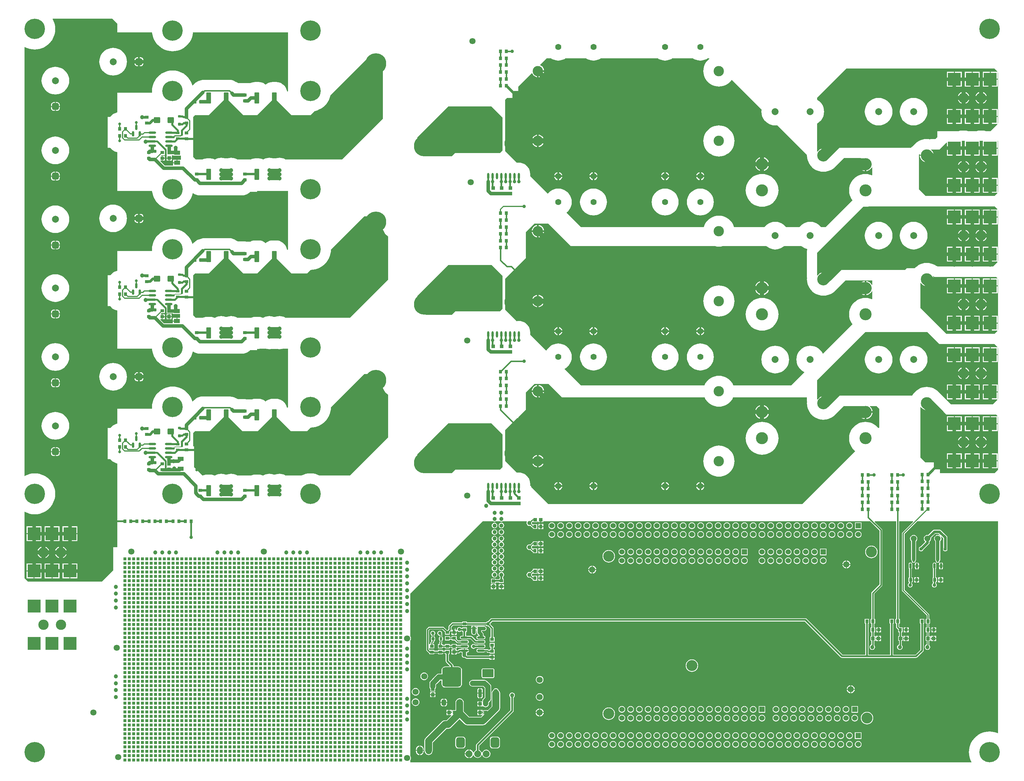
<source format=gtl>
G04*
G04 #@! TF.GenerationSoftware,Altium Limited,Altium Designer,20.0.13 (296)*
G04*
G04 Layer_Physical_Order=1*
G04 Layer_Color=255*
%FSLAX44Y44*%
%MOMM*%
G71*
G01*
G75*
%ADD12C,0.6000*%
%ADD14C,0.2000*%
%ADD18C,0.3000*%
%ADD22R,1.0000X0.8000*%
G04:AMPARAMS|DCode=23|XSize=1.4mm|YSize=3.3mm|CornerRadius=0.245mm|HoleSize=0mm|Usage=FLASHONLY|Rotation=180.000|XOffset=0mm|YOffset=0mm|HoleType=Round|Shape=RoundedRectangle|*
%AMROUNDEDRECTD23*
21,1,1.4000,2.8100,0,0,180.0*
21,1,0.9100,3.3000,0,0,180.0*
1,1,0.4900,-0.4550,1.4050*
1,1,0.4900,0.4550,1.4050*
1,1,0.4900,0.4550,-1.4050*
1,1,0.4900,-0.4550,-1.4050*
%
%ADD23ROUNDEDRECTD23*%
G04:AMPARAMS|DCode=24|XSize=10.5mm|YSize=9.6mm|CornerRadius=0.48mm|HoleSize=0mm|Usage=FLASHONLY|Rotation=180.000|XOffset=0mm|YOffset=0mm|HoleType=Round|Shape=RoundedRectangle|*
%AMROUNDEDRECTD24*
21,1,10.5000,8.6400,0,0,180.0*
21,1,9.5400,9.6000,0,0,180.0*
1,1,0.9600,-4.7700,4.3200*
1,1,0.9600,4.7700,4.3200*
1,1,0.9600,4.7700,-4.3200*
1,1,0.9600,-4.7700,-4.3200*
%
%ADD24ROUNDEDRECTD24*%
G04:AMPARAMS|DCode=25|XSize=1mm|YSize=2.4mm|CornerRadius=0.25mm|HoleSize=0mm|Usage=FLASHONLY|Rotation=180.000|XOffset=0mm|YOffset=0mm|HoleType=Round|Shape=RoundedRectangle|*
%AMROUNDEDRECTD25*
21,1,1.0000,1.9000,0,0,180.0*
21,1,0.5000,2.4000,0,0,180.0*
1,1,0.5000,-0.2500,0.9500*
1,1,0.5000,0.2500,0.9500*
1,1,0.5000,0.2500,-0.9500*
1,1,0.5000,-0.2500,-0.9500*
%
%ADD25ROUNDEDRECTD25*%
G04:AMPARAMS|DCode=26|XSize=3.3mm|YSize=2.4mm|CornerRadius=0.3mm|HoleSize=0mm|Usage=FLASHONLY|Rotation=180.000|XOffset=0mm|YOffset=0mm|HoleType=Round|Shape=RoundedRectangle|*
%AMROUNDEDRECTD26*
21,1,3.3000,1.8000,0,0,180.0*
21,1,2.7000,2.4000,0,0,180.0*
1,1,0.6000,-1.3500,0.9000*
1,1,0.6000,1.3500,0.9000*
1,1,0.6000,1.3500,-0.9000*
1,1,0.6000,-1.3500,-0.9000*
%
%ADD26ROUNDEDRECTD26*%
%ADD27R,1.0000X1.0000*%
%ADD28R,1.0000X0.9000*%
G04:AMPARAMS|DCode=29|XSize=5.5mm|YSize=5.7mm|CornerRadius=0.825mm|HoleSize=0mm|Usage=FLASHONLY|Rotation=180.000|XOffset=0mm|YOffset=0mm|HoleType=Round|Shape=RoundedRectangle|*
%AMROUNDEDRECTD29*
21,1,5.5000,4.0500,0,0,180.0*
21,1,3.8500,5.7000,0,0,180.0*
1,1,1.6500,-1.9250,2.0250*
1,1,1.6500,1.9250,2.0250*
1,1,1.6500,1.9250,-2.0250*
1,1,1.6500,-1.9250,-2.0250*
%
%ADD29ROUNDEDRECTD29*%
G04:AMPARAMS|DCode=30|XSize=1.3mm|YSize=1.7mm|CornerRadius=0.325mm|HoleSize=0mm|Usage=FLASHONLY|Rotation=180.000|XOffset=0mm|YOffset=0mm|HoleType=Round|Shape=RoundedRectangle|*
%AMROUNDEDRECTD30*
21,1,1.3000,1.0500,0,0,180.0*
21,1,0.6500,1.7000,0,0,180.0*
1,1,0.6500,-0.3250,0.5250*
1,1,0.6500,0.3250,0.5250*
1,1,0.6500,0.3250,-0.5250*
1,1,0.6500,-0.3250,-0.5250*
%
%ADD30ROUNDEDRECTD30*%
G04:AMPARAMS|DCode=31|XSize=0.9mm|YSize=0.7mm|CornerRadius=0.175mm|HoleSize=0mm|Usage=FLASHONLY|Rotation=90.000|XOffset=0mm|YOffset=0mm|HoleType=Round|Shape=RoundedRectangle|*
%AMROUNDEDRECTD31*
21,1,0.9000,0.3500,0,0,90.0*
21,1,0.5500,0.7000,0,0,90.0*
1,1,0.3500,0.1750,0.2750*
1,1,0.3500,0.1750,-0.2750*
1,1,0.3500,-0.1750,-0.2750*
1,1,0.3500,-0.1750,0.2750*
%
%ADD31ROUNDEDRECTD31*%
G04:AMPARAMS|DCode=32|XSize=0.9mm|YSize=0.8mm|CornerRadius=0.2mm|HoleSize=0mm|Usage=FLASHONLY|Rotation=90.000|XOffset=0mm|YOffset=0mm|HoleType=Round|Shape=RoundedRectangle|*
%AMROUNDEDRECTD32*
21,1,0.9000,0.4000,0,0,90.0*
21,1,0.5000,0.8000,0,0,90.0*
1,1,0.4000,0.2000,0.2500*
1,1,0.4000,0.2000,-0.2500*
1,1,0.4000,-0.2000,-0.2500*
1,1,0.4000,-0.2000,0.2500*
%
%ADD32ROUNDEDRECTD32*%
%ADD33O,2.2000X0.6000*%
%ADD34R,1.0000X1.0000*%
G04:AMPARAMS|DCode=35|XSize=0.6mm|YSize=1.5mm|CornerRadius=0.15mm|HoleSize=0mm|Usage=FLASHONLY|Rotation=180.000|XOffset=0mm|YOffset=0mm|HoleType=Round|Shape=RoundedRectangle|*
%AMROUNDEDRECTD35*
21,1,0.6000,1.2000,0,0,180.0*
21,1,0.3000,1.5000,0,0,180.0*
1,1,0.3000,-0.1500,0.6000*
1,1,0.3000,0.1500,0.6000*
1,1,0.3000,0.1500,-0.6000*
1,1,0.3000,-0.1500,-0.6000*
%
%ADD35ROUNDEDRECTD35*%
%ADD36R,0.9000X1.0000*%
%ADD37O,0.6000X1.8500*%
G04:AMPARAMS|DCode=38|XSize=1.8mm|YSize=1.7mm|CornerRadius=0.2125mm|HoleSize=0mm|Usage=FLASHONLY|Rotation=180.000|XOffset=0mm|YOffset=0mm|HoleType=Round|Shape=RoundedRectangle|*
%AMROUNDEDRECTD38*
21,1,1.8000,1.2750,0,0,180.0*
21,1,1.3750,1.7000,0,0,180.0*
1,1,0.4250,-0.6875,0.6375*
1,1,0.4250,0.6875,0.6375*
1,1,0.4250,0.6875,-0.6375*
1,1,0.4250,-0.6875,-0.6375*
%
%ADD38ROUNDEDRECTD38*%
%ADD39R,1.8000X1.3000*%
G04:AMPARAMS|DCode=40|XSize=0.9mm|YSize=0.7mm|CornerRadius=0.175mm|HoleSize=0mm|Usage=FLASHONLY|Rotation=0.000|XOffset=0mm|YOffset=0mm|HoleType=Round|Shape=RoundedRectangle|*
%AMROUNDEDRECTD40*
21,1,0.9000,0.3500,0,0,0.0*
21,1,0.5500,0.7000,0,0,0.0*
1,1,0.3500,0.2750,-0.1750*
1,1,0.3500,-0.2750,-0.1750*
1,1,0.3500,-0.2750,0.1750*
1,1,0.3500,0.2750,0.1750*
%
%ADD40ROUNDEDRECTD40*%
G04:AMPARAMS|DCode=41|XSize=0.9mm|YSize=0.8mm|CornerRadius=0.2mm|HoleSize=0mm|Usage=FLASHONLY|Rotation=0.000|XOffset=0mm|YOffset=0mm|HoleType=Round|Shape=RoundedRectangle|*
%AMROUNDEDRECTD41*
21,1,0.9000,0.4000,0,0,0.0*
21,1,0.5000,0.8000,0,0,0.0*
1,1,0.4000,0.2500,-0.2000*
1,1,0.4000,-0.2500,-0.2000*
1,1,0.4000,-0.2500,0.2000*
1,1,0.4000,0.2500,0.2000*
%
%ADD41ROUNDEDRECTD41*%
%ADD83R,0.9000X0.9000*%
%ADD84C,0.9000*%
%ADD85C,0.5000*%
%ADD86C,1.0000*%
%ADD87C,0.7000*%
%ADD88C,2.0000*%
%ADD89C,0.4000*%
%ADD90C,1.2000*%
%ADD91C,3.5000*%
%ADD92C,1.5000*%
%ADD93C,0.8000*%
%ADD94O,1.7272X2.2860*%
%ADD95C,1.8000*%
%ADD96C,1.5300*%
%ADD97C,3.2000*%
%ADD98R,1.5300X1.5300*%
G04:AMPARAMS|DCode=99|XSize=2mm|YSize=2mm|CornerRadius=0.5mm|HoleSize=0mm|Usage=FLASHONLY|Rotation=180.000|XOffset=0mm|YOffset=0mm|HoleType=Round|Shape=RoundedRectangle|*
%AMROUNDEDRECTD99*
21,1,2.0000,1.0000,0,0,180.0*
21,1,1.0000,2.0000,0,0,180.0*
1,1,1.0000,-0.5000,0.5000*
1,1,1.0000,0.5000,0.5000*
1,1,1.0000,0.5000,-0.5000*
1,1,1.0000,-0.5000,-0.5000*
%
%ADD99ROUNDEDRECTD99*%
%ADD100C,2.0000*%
G04:AMPARAMS|DCode=101|XSize=2mm|YSize=2mm|CornerRadius=0.5mm|HoleSize=0mm|Usage=FLASHONLY|Rotation=90.000|XOffset=0mm|YOffset=0mm|HoleType=Round|Shape=RoundedRectangle|*
%AMROUNDEDRECTD101*
21,1,2.0000,1.0000,0,0,90.0*
21,1,1.0000,2.0000,0,0,90.0*
1,1,1.0000,0.5000,0.5000*
1,1,1.0000,0.5000,-0.5000*
1,1,1.0000,-0.5000,-0.5000*
1,1,1.0000,-0.5000,0.5000*
%
%ADD101ROUNDEDRECTD101*%
%ADD102C,3.0000*%
%ADD103C,5.9000*%
%ADD104C,3.5000*%
G04:AMPARAMS|DCode=105|XSize=2.5mm|YSize=3mm|CornerRadius=0.625mm|HoleSize=0mm|Usage=FLASHONLY|Rotation=0.000|XOffset=0mm|YOffset=0mm|HoleType=Round|Shape=RoundedRectangle|*
%AMROUNDEDRECTD105*
21,1,2.5000,1.7500,0,0,0.0*
21,1,1.2500,3.0000,0,0,0.0*
1,1,1.2500,0.6250,-0.8750*
1,1,1.2500,-0.6250,-0.8750*
1,1,1.2500,-0.6250,0.8750*
1,1,1.2500,0.6250,0.8750*
%
%ADD105ROUNDEDRECTD105*%
%ADD106R,3.8100X3.8100*%
%ADD107C,6.0000*%
%ADD108C,1.7780*%
%ADD109C,1.2000*%
%ADD110C,1.0000*%
%ADD111C,0.8000*%
%ADD112C,1.7000*%
G36*
X1210000Y2405000D02*
Y2380000D01*
X1310687D01*
X1310781Y2378328D01*
X1311900Y2371739D01*
X1313750Y2365317D01*
X1316308Y2359143D01*
X1319541Y2353294D01*
X1323408Y2347844D01*
X1327861Y2342861D01*
X1332844Y2338408D01*
X1338294Y2334541D01*
X1344143Y2331308D01*
X1350317Y2328750D01*
X1356739Y2326900D01*
X1363328Y2325781D01*
X1370000Y2325406D01*
X1376672Y2325781D01*
X1383261Y2326900D01*
X1389683Y2328750D01*
X1395857Y2331308D01*
X1401706Y2334541D01*
X1407156Y2338408D01*
X1412139Y2342861D01*
X1416592Y2347844D01*
X1420459Y2353294D01*
X1423692Y2359143D01*
X1426250Y2365317D01*
X1428100Y2371739D01*
X1429219Y2378328D01*
X1429313Y2380000D01*
X1705000D01*
Y2210000D01*
X1703226Y2208226D01*
X1703175Y2208245D01*
X1702050Y2208846D01*
X1700907Y2213609D01*
X1698952Y2218327D01*
X1696284Y2222683D01*
X1692966Y2226566D01*
X1689083Y2229884D01*
X1684727Y2232552D01*
X1680009Y2234507D01*
X1675042Y2235700D01*
X1669950Y2236100D01*
X1660850D01*
X1655758Y2235700D01*
X1650791Y2234507D01*
X1646073Y2232552D01*
X1641717Y2229884D01*
X1640000Y2228417D01*
X1638283Y2229884D01*
X1633927Y2232552D01*
X1629209Y2234507D01*
X1624242Y2235700D01*
X1619150Y2236100D01*
X1610050D01*
X1604958Y2235700D01*
X1599991Y2234507D01*
X1595273Y2232552D01*
X1595187Y2232500D01*
X1586225D01*
X1585492Y2232676D01*
X1580000Y2233108D01*
X1559854D01*
X1557939Y2234282D01*
X1554048Y2235894D01*
X1553327Y2236509D01*
X1549033Y2239140D01*
X1544379Y2241068D01*
X1539481Y2242244D01*
X1534460Y2242639D01*
X1462540D01*
X1462540Y2242639D01*
X1457519Y2242244D01*
X1452621Y2241068D01*
X1450631Y2240244D01*
X1447075Y2239390D01*
X1441985Y2237282D01*
X1437288Y2234403D01*
X1433099Y2230825D01*
X1428410Y2226136D01*
X1427180Y2226453D01*
X1426250Y2229683D01*
X1423692Y2235857D01*
X1420459Y2241706D01*
X1416592Y2247156D01*
X1412139Y2252139D01*
X1407156Y2256592D01*
X1401706Y2260459D01*
X1395857Y2263692D01*
X1389683Y2266250D01*
X1383261Y2268100D01*
X1376672Y2269219D01*
X1370000Y2269594D01*
X1363328Y2269219D01*
X1356739Y2268100D01*
X1350317Y2266250D01*
X1344143Y2263692D01*
X1338294Y2260459D01*
X1332844Y2256592D01*
X1327861Y2252139D01*
X1323408Y2247156D01*
X1319541Y2241706D01*
X1316308Y2235857D01*
X1313750Y2229683D01*
X1311900Y2223261D01*
X1310781Y2216672D01*
X1310406Y2210000D01*
X1310635Y2205923D01*
X1309763Y2205000D01*
X1210000D01*
Y2147906D01*
X1205961Y2146936D01*
X1201017Y2144888D01*
X1196453Y2142092D01*
X1192384Y2138616D01*
X1189296Y2135000D01*
X1182000D01*
Y2065000D01*
Y2045000D01*
X1189296D01*
X1192384Y2041384D01*
X1196453Y2037908D01*
X1201017Y2035112D01*
X1205961Y2033064D01*
X1210000Y2032095D01*
Y1920000D01*
X1310687D01*
X1310781Y1918328D01*
X1311900Y1911739D01*
X1313750Y1905317D01*
X1316308Y1899143D01*
X1319541Y1893294D01*
X1323408Y1887844D01*
X1327861Y1882861D01*
X1332844Y1878408D01*
X1338294Y1874541D01*
X1344143Y1871308D01*
X1350317Y1868750D01*
X1356739Y1866900D01*
X1363328Y1865781D01*
X1370000Y1865406D01*
X1376672Y1865781D01*
X1383261Y1866900D01*
X1389683Y1868750D01*
X1395857Y1871308D01*
X1401706Y1874541D01*
X1407156Y1878408D01*
X1412139Y1882861D01*
X1416592Y1887844D01*
X1420459Y1893294D01*
X1423692Y1899143D01*
X1426250Y1905317D01*
X1428100Y1911739D01*
X1428228Y1912497D01*
X1429624Y1913131D01*
X1433561Y1910718D01*
X1438651Y1908610D01*
X1444008Y1907324D01*
X1449500Y1906892D01*
X1570500D01*
X1575992Y1907324D01*
X1581349Y1908610D01*
X1586439Y1910718D01*
X1591136Y1913597D01*
X1595121Y1917000D01*
X1615000D01*
Y1920000D01*
X1649586D01*
X1651000Y1919889D01*
X1652414Y1920000D01*
X1678586D01*
X1680000Y1919889D01*
X1681414Y1920000D01*
X1705000D01*
Y1750000D01*
X1703226Y1748226D01*
X1703175Y1748245D01*
X1702050Y1748846D01*
X1700907Y1753609D01*
X1698952Y1758327D01*
X1696284Y1762683D01*
X1692966Y1766566D01*
X1689083Y1769884D01*
X1684727Y1772552D01*
X1680009Y1774507D01*
X1675042Y1775700D01*
X1669950Y1776100D01*
X1660850D01*
X1655758Y1775700D01*
X1650791Y1774507D01*
X1646073Y1772552D01*
X1641717Y1769884D01*
X1640000Y1768417D01*
X1638283Y1769884D01*
X1633927Y1772552D01*
X1629209Y1774507D01*
X1624242Y1775700D01*
X1619150Y1776100D01*
X1610050D01*
X1604958Y1775700D01*
X1599991Y1774507D01*
X1595273Y1772552D01*
X1595187Y1772500D01*
X1586225D01*
X1585492Y1772676D01*
X1580000Y1773108D01*
X1559854D01*
X1557939Y1774282D01*
X1554048Y1775894D01*
X1553327Y1776509D01*
X1549033Y1779140D01*
X1544379Y1781068D01*
X1539481Y1782244D01*
X1534460Y1782639D01*
X1462540D01*
X1462540Y1782639D01*
X1457519Y1782244D01*
X1452621Y1781068D01*
X1450631Y1780244D01*
X1447075Y1779390D01*
X1441985Y1777282D01*
X1437288Y1774403D01*
X1433099Y1770825D01*
X1428410Y1766136D01*
X1427180Y1766453D01*
X1426250Y1769683D01*
X1423692Y1775857D01*
X1420459Y1781706D01*
X1416592Y1787156D01*
X1412139Y1792139D01*
X1407156Y1796592D01*
X1401706Y1800459D01*
X1395857Y1803692D01*
X1389683Y1806250D01*
X1383261Y1808100D01*
X1376672Y1809219D01*
X1370000Y1809594D01*
X1363328Y1809219D01*
X1356739Y1808100D01*
X1350317Y1806250D01*
X1344143Y1803692D01*
X1338294Y1800459D01*
X1332844Y1796592D01*
X1327861Y1792139D01*
X1323408Y1787156D01*
X1319541Y1781706D01*
X1316308Y1775857D01*
X1313750Y1769683D01*
X1311900Y1763261D01*
X1310781Y1756672D01*
X1310406Y1750000D01*
X1310635Y1745923D01*
X1309763Y1745000D01*
X1210000D01*
Y1687906D01*
X1205961Y1686936D01*
X1201017Y1684888D01*
X1196453Y1682092D01*
X1192384Y1678616D01*
X1189296Y1675000D01*
X1182000D01*
Y1605000D01*
Y1585000D01*
X1189296D01*
X1192384Y1581384D01*
X1196453Y1577908D01*
X1201017Y1575112D01*
X1205961Y1573064D01*
X1210000Y1572094D01*
Y1462000D01*
X1310575D01*
X1310781Y1458328D01*
X1311900Y1451739D01*
X1313750Y1445318D01*
X1316308Y1439143D01*
X1319541Y1433294D01*
X1323408Y1427844D01*
X1327861Y1422861D01*
X1332844Y1418408D01*
X1338294Y1414541D01*
X1344143Y1411308D01*
X1350317Y1408750D01*
X1356739Y1406900D01*
X1363328Y1405781D01*
X1370000Y1405406D01*
X1376672Y1405781D01*
X1383261Y1406900D01*
X1389683Y1408750D01*
X1395857Y1411308D01*
X1401706Y1414541D01*
X1407156Y1418408D01*
X1412139Y1422861D01*
X1416592Y1427844D01*
X1420459Y1433294D01*
X1423692Y1439143D01*
X1426250Y1445318D01*
X1428100Y1451739D01*
X1428228Y1452497D01*
X1429624Y1453131D01*
X1433561Y1450718D01*
X1438651Y1448610D01*
X1444008Y1447324D01*
X1449500Y1446892D01*
X1570500D01*
X1575992Y1447324D01*
X1581349Y1448610D01*
X1586439Y1450718D01*
X1591136Y1453597D01*
X1595121Y1457000D01*
X1615000D01*
Y1460900D01*
X1619150D01*
X1624242Y1461300D01*
X1627156Y1462000D01*
X1639011D01*
X1639841Y1461656D01*
X1645351Y1460333D01*
X1651000Y1459889D01*
X1656649Y1460333D01*
X1659040Y1460907D01*
X1660754D01*
X1660850Y1460900D01*
X1669950D01*
X1670046Y1460907D01*
X1671960D01*
X1674351Y1460333D01*
X1680000Y1459889D01*
X1685649Y1460333D01*
X1691159Y1461656D01*
X1691989Y1462000D01*
X1705000D01*
Y1292000D01*
X1702930Y1289930D01*
X1701708Y1290275D01*
X1700907Y1293609D01*
X1698953Y1298328D01*
X1696284Y1302683D01*
X1692967Y1306567D01*
X1689083Y1309884D01*
X1684727Y1312553D01*
X1680009Y1314507D01*
X1675042Y1315700D01*
X1669950Y1316100D01*
X1660850D01*
X1655758Y1315700D01*
X1650791Y1314507D01*
X1646073Y1312553D01*
X1641717Y1309884D01*
X1640000Y1308417D01*
X1638283Y1309884D01*
X1633927Y1312553D01*
X1629209Y1314507D01*
X1624242Y1315700D01*
X1619150Y1316100D01*
X1610050D01*
X1604958Y1315700D01*
X1599991Y1314507D01*
X1599974Y1314500D01*
X1586225D01*
X1585492Y1314676D01*
X1580000Y1315108D01*
X1559854D01*
X1557939Y1316282D01*
X1552849Y1318390D01*
X1551876Y1318624D01*
X1551033Y1319140D01*
X1546379Y1321068D01*
X1541481Y1322244D01*
X1536460Y1322639D01*
X1463646D01*
X1463492Y1322676D01*
X1458000Y1323108D01*
X1457924D01*
X1452432Y1322676D01*
X1447075Y1321390D01*
X1441985Y1319282D01*
X1437288Y1316403D01*
X1433099Y1312825D01*
X1428410Y1308136D01*
X1427180Y1308454D01*
X1426250Y1311683D01*
X1423692Y1317857D01*
X1420459Y1323706D01*
X1416592Y1329156D01*
X1412139Y1334139D01*
X1407156Y1338592D01*
X1401706Y1342460D01*
X1395857Y1345692D01*
X1389682Y1348250D01*
X1383261Y1350100D01*
X1376672Y1351219D01*
X1370000Y1351594D01*
X1363328Y1351219D01*
X1356739Y1350100D01*
X1350317Y1348250D01*
X1344143Y1345692D01*
X1338294Y1342460D01*
X1332844Y1338592D01*
X1327861Y1334139D01*
X1323408Y1329156D01*
X1319541Y1323706D01*
X1316308Y1317857D01*
X1313750Y1311683D01*
X1311900Y1305261D01*
X1310781Y1298672D01*
X1310406Y1292000D01*
X1310635Y1287923D01*
X1309763Y1287000D01*
X1210000D01*
Y1243906D01*
X1205961Y1242936D01*
X1201017Y1240888D01*
X1196453Y1238092D01*
X1192384Y1234616D01*
X1189296Y1231000D01*
X1182000D01*
Y1161000D01*
Y1141000D01*
X1189296D01*
X1192384Y1137384D01*
X1196453Y1133908D01*
X1201017Y1131112D01*
X1205961Y1129064D01*
X1210000Y1128094D01*
Y885400D01*
X1197400D01*
Y872700D01*
Y817400D01*
X1165000Y785000D01*
X950000D01*
X940000Y795000D01*
Y987348D01*
X941094Y987993D01*
X944143Y986308D01*
X950317Y983751D01*
X956739Y981900D01*
X963328Y980781D01*
X970000Y980406D01*
X976672Y980781D01*
X983261Y981900D01*
X989683Y983751D01*
X995857Y986308D01*
X1001706Y989540D01*
X1007156Y993408D01*
X1012139Y997861D01*
X1016592Y1002844D01*
X1020460Y1008294D01*
X1023692Y1014143D01*
X1026249Y1020317D01*
X1028100Y1026739D01*
X1029219Y1033328D01*
X1029594Y1040000D01*
X1029219Y1046672D01*
X1028100Y1053261D01*
X1026249Y1059683D01*
X1023692Y1065857D01*
X1020460Y1071706D01*
X1016592Y1077156D01*
X1012139Y1082139D01*
X1007156Y1086592D01*
X1001706Y1090460D01*
X995857Y1093692D01*
X989683Y1096249D01*
X983261Y1098100D01*
X976672Y1099219D01*
X970000Y1099594D01*
X963328Y1099219D01*
X956739Y1098100D01*
X950317Y1096249D01*
X944143Y1093692D01*
X941094Y1092007D01*
X940000Y1092652D01*
Y2337348D01*
X941094Y2337993D01*
X944143Y2336308D01*
X950317Y2333750D01*
X956739Y2331900D01*
X963328Y2330781D01*
X970000Y2330406D01*
X976672Y2330781D01*
X983261Y2331900D01*
X989683Y2333750D01*
X995857Y2336308D01*
X1001706Y2339541D01*
X1007156Y2343408D01*
X1012139Y2347861D01*
X1016592Y2352844D01*
X1020460Y2358294D01*
X1023692Y2364143D01*
X1026249Y2370317D01*
X1028100Y2376739D01*
X1029219Y2383328D01*
X1029594Y2390000D01*
X1029219Y2396672D01*
X1028100Y2403261D01*
X1026249Y2409683D01*
X1023692Y2415857D01*
X1022007Y2418906D01*
X1022652Y2420000D01*
X1195000D01*
X1210000Y2405000D01*
D02*
G37*
G36*
X2467604Y2305000D02*
X2471290Y2302742D01*
X2476945Y2300399D01*
X2482897Y2298970D01*
X2489000Y2298490D01*
X2495103Y2298970D01*
X2501055Y2300399D01*
X2506710Y2302742D01*
X2510396Y2305000D01*
X2569604D01*
X2573290Y2302742D01*
X2578945Y2300399D01*
X2584897Y2298970D01*
X2591000Y2298490D01*
X2597103Y2298970D01*
X2603055Y2300399D01*
X2608710Y2302742D01*
X2612396Y2305000D01*
X2777604D01*
X2781290Y2302742D01*
X2786945Y2300399D01*
X2792897Y2298970D01*
X2799000Y2298490D01*
X2805103Y2298970D01*
X2811055Y2300399D01*
X2816710Y2302742D01*
X2820396Y2305000D01*
X2879604D01*
X2883290Y2302742D01*
X2888945Y2300399D01*
X2894897Y2298970D01*
X2901000Y2298490D01*
X2907102Y2298970D01*
X2913055Y2300399D01*
X2918710Y2302742D01*
X2922396Y2305000D01*
X2926852D01*
X2927493Y2303856D01*
X2927493Y2303730D01*
X2923112Y2299888D01*
X2919222Y2295453D01*
X2915945Y2290548D01*
X2913336Y2285258D01*
X2911440Y2279672D01*
X2910289Y2273886D01*
X2909904Y2268000D01*
X2910289Y2262114D01*
X2911440Y2256328D01*
X2913336Y2250742D01*
X2915945Y2245452D01*
X2919222Y2240547D01*
X2923112Y2236112D01*
X2927547Y2232222D01*
X2932452Y2228945D01*
X2937742Y2226336D01*
X2943328Y2224440D01*
X2949114Y2223289D01*
X2955000Y2222903D01*
X2960886Y2223289D01*
X2966672Y2224440D01*
X2972258Y2226336D01*
X2977548Y2228945D01*
X2982453Y2232222D01*
X2986888Y2236112D01*
X2990778Y2240547D01*
X2991694Y2241918D01*
X2992957Y2242043D01*
X3078767Y2156233D01*
X3078276Y2150000D01*
X3078770Y2143723D01*
X3080240Y2137601D01*
X3082650Y2131784D01*
X3085939Y2126416D01*
X3090028Y2121628D01*
X3094816Y2117539D01*
X3100184Y2114250D01*
X3106001Y2111840D01*
X3112123Y2110370D01*
X3118400Y2109876D01*
X3124633Y2110367D01*
X3210591Y2024409D01*
X3210498Y2023000D01*
X3210905Y2016787D01*
X3212120Y2010680D01*
X3214122Y2004783D01*
X3216876Y1999199D01*
X3220335Y1994022D01*
X3224440Y1989340D01*
X3229122Y1985235D01*
X3234299Y1981776D01*
X3239883Y1979022D01*
X3245780Y1977020D01*
X3251887Y1975805D01*
X3258100Y1975398D01*
X3264313Y1975805D01*
X3270420Y1977020D01*
X3276317Y1979022D01*
X3281901Y1981776D01*
X3287078Y1985235D01*
X3291760Y1989340D01*
X3299463Y1997044D01*
X3300411Y1997853D01*
X3317465Y2014907D01*
X3334519D01*
X3335502Y2014985D01*
X3336487Y2014972D01*
X3336919Y2015000D01*
X3367186Y2015000D01*
X3367640Y2013730D01*
X3365734Y2012166D01*
X3363172Y2009044D01*
X3361269Y2005483D01*
X3360097Y2001619D01*
X3359947Y2000100D01*
X3380300D01*
Y1997600D01*
X3382800D01*
Y1977247D01*
X3384319Y1977397D01*
X3388183Y1978569D01*
X3391744Y1980472D01*
X3394866Y1983034D01*
X3397428Y1986156D01*
X3398730Y1988592D01*
X3400000Y1988274D01*
X3400000Y1965849D01*
X3398922Y1965179D01*
X3398517Y1965378D01*
X3392620Y1967380D01*
X3386513Y1968595D01*
X3380300Y1969002D01*
X3374087Y1968595D01*
X3367980Y1967380D01*
X3362083Y1965378D01*
X3356499Y1962624D01*
X3351322Y1959165D01*
X3346640Y1955060D01*
X3342535Y1950378D01*
X3339076Y1945201D01*
X3336322Y1939617D01*
X3334320Y1933720D01*
X3333105Y1927613D01*
X3332698Y1921400D01*
X3333105Y1915187D01*
X3334320Y1909080D01*
X3336322Y1903183D01*
X3339076Y1897599D01*
X3342490Y1892490D01*
X3265000Y1815000D01*
X3251252D01*
X3248372Y1818372D01*
X3243584Y1822461D01*
X3238216Y1825750D01*
X3232399Y1828160D01*
X3226277Y1829630D01*
X3220000Y1830124D01*
X3213723Y1829630D01*
X3207601Y1828160D01*
X3201784Y1825750D01*
X3196416Y1822461D01*
X3191628Y1818372D01*
X3188748Y1815000D01*
X3149651D01*
X3146772Y1818372D01*
X3141984Y1822461D01*
X3136616Y1825750D01*
X3130799Y1828160D01*
X3124677Y1829630D01*
X3118400Y1830124D01*
X3112123Y1829630D01*
X3106001Y1828160D01*
X3100184Y1825750D01*
X3094816Y1822461D01*
X3090028Y1818372D01*
X3087149Y1815000D01*
X2998448D01*
X2996664Y1820258D01*
X2994055Y1825548D01*
X2990778Y1830453D01*
X2986888Y1834888D01*
X2982453Y1838777D01*
X2977548Y1842055D01*
X2972258Y1844664D01*
X2966672Y1846560D01*
X2960886Y1847711D01*
X2955000Y1848096D01*
X2949114Y1847711D01*
X2943328Y1846560D01*
X2937742Y1844664D01*
X2932452Y1842055D01*
X2927547Y1838777D01*
X2923112Y1834888D01*
X2919222Y1830453D01*
X2915945Y1825548D01*
X2913336Y1820258D01*
X2911552Y1815000D01*
X2555000Y1815000D01*
X2513740Y1856260D01*
X2513790Y1857529D01*
X2516584Y1859916D01*
X2520560Y1864570D01*
X2523758Y1869790D01*
X2526101Y1875445D01*
X2527530Y1881398D01*
X2528010Y1887500D01*
X2527530Y1893603D01*
X2526101Y1899555D01*
X2523758Y1905210D01*
X2520560Y1910430D01*
X2516584Y1915084D01*
X2511930Y1919060D01*
X2506710Y1922258D01*
X2501055Y1924601D01*
X2495103Y1926030D01*
X2489000Y1926510D01*
X2482897Y1926030D01*
X2476945Y1924601D01*
X2471290Y1922258D01*
X2466070Y1919060D01*
X2461416Y1915084D01*
X2459029Y1912290D01*
X2457760Y1912240D01*
X2407552Y1962448D01*
Y1969000D01*
X2407144Y1974178D01*
X2405932Y1979229D01*
X2403944Y1984028D01*
X2401230Y1988457D01*
X2397857Y1992407D01*
X2393907Y1995780D01*
X2389478Y1998494D01*
X2384679Y2000482D01*
X2379628Y2001694D01*
X2374450Y2002102D01*
X2369272Y2001694D01*
X2368493Y2001507D01*
X2335000Y2035000D01*
X2335000Y2185000D01*
X2340000Y2190000D01*
X2356000D01*
Y2206000D01*
X2360000Y2210000D01*
X2373000D01*
Y2223000D01*
X2411902Y2261902D01*
X2413134Y2261593D01*
X2413290Y2261078D01*
X2414961Y2257951D01*
X2417211Y2255211D01*
X2419951Y2252961D01*
X2423078Y2251290D01*
X2426471Y2250260D01*
X2427500Y2250159D01*
Y2268000D01*
X2430000D01*
Y2270500D01*
X2447841D01*
X2447740Y2271529D01*
X2446710Y2274922D01*
X2445039Y2278049D01*
X2442789Y2280789D01*
X2440049Y2283039D01*
X2436922Y2284710D01*
X2436407Y2284866D01*
X2436098Y2286098D01*
X2455000Y2305000D01*
X2467604D01*
D02*
G37*
G36*
X1976590Y2303410D02*
X1975354Y2297194D01*
X1974882Y2290000D01*
X1975354Y2282806D01*
X1976760Y2275734D01*
X1979078Y2268907D01*
X1980000Y2267037D01*
X1980000Y2130000D01*
X1861370Y2011370D01*
X1697709Y2011370D01*
X1696394Y2012175D01*
X1691159Y2014344D01*
X1685649Y2015667D01*
X1680000Y2016111D01*
X1674351Y2015667D01*
X1668841Y2014344D01*
X1668253Y2014100D01*
X1662747D01*
X1662159Y2014344D01*
X1656649Y2015667D01*
X1651000Y2016111D01*
X1645351Y2015667D01*
X1639841Y2014344D01*
X1634606Y2012175D01*
X1633291Y2011370D01*
X1631954D01*
X1629209Y2012507D01*
X1624242Y2013700D01*
X1619150Y2014100D01*
X1610050D01*
X1604958Y2013700D01*
X1599991Y2012507D01*
X1597246Y2011370D01*
X1557708Y2011370D01*
X1556394Y2012175D01*
X1551159Y2014344D01*
X1545649Y2015667D01*
X1540000Y2016111D01*
X1534351Y2015667D01*
X1528841Y2014344D01*
X1528253Y2014100D01*
X1522747D01*
X1522159Y2014344D01*
X1516649Y2015667D01*
X1511000Y2016111D01*
X1505351Y2015667D01*
X1499841Y2014344D01*
X1494606Y2012175D01*
X1493291Y2011370D01*
X1491954D01*
X1489209Y2012507D01*
X1484242Y2013700D01*
X1479150Y2014100D01*
X1470050D01*
X1464958Y2013700D01*
X1459991Y2012507D01*
X1457246Y2011370D01*
X1437630D01*
X1430000Y2019000D01*
X1430000Y2135000D01*
X1435000Y2140000D01*
X1475000Y2140000D01*
X1520001Y2185001D01*
X1529999Y2185001D01*
X1575000Y2140000D01*
X1615000D01*
X1660000Y2185000D01*
X1670000Y2185000D01*
X1715000Y2140000D01*
X1770000Y2140000D01*
X1781622Y2151622D01*
X1783261Y2151900D01*
X1789683Y2153750D01*
X1795857Y2156308D01*
X1801706Y2159541D01*
X1807156Y2163408D01*
X1812139Y2167861D01*
X1816592Y2172844D01*
X1820459Y2178294D01*
X1823692Y2184143D01*
X1826250Y2190317D01*
X1828100Y2196739D01*
X1828378Y2198378D01*
X1940000Y2310000D01*
X1970000Y2310000D01*
X1976590Y2303410D01*
D02*
G37*
G36*
X3763165Y2266835D02*
X3762639Y2265565D01*
X3743340D01*
Y2245245D01*
X3763660D01*
Y2263092D01*
X3764930Y2263771D01*
X3765000Y2263724D01*
Y2116276D01*
X3764930Y2116229D01*
X3763660Y2116908D01*
Y2134755D01*
X3743340D01*
Y2114435D01*
X3762639D01*
X3763165Y2113165D01*
X3743025Y2093025D01*
X3731216D01*
X3729779Y2093620D01*
X3725187Y2094722D01*
X3720480Y2095093D01*
X3711590D01*
X3706883Y2094722D01*
X3702291Y2093620D01*
X3700854Y2093025D01*
X3679146D01*
X3677709Y2093620D01*
X3673117Y2094722D01*
X3668410Y2095093D01*
X3659520D01*
X3654813Y2094722D01*
X3650221Y2093620D01*
X3648784Y2093025D01*
X3588880D01*
Y2076438D01*
X3582535Y2070093D01*
X3570977D01*
X3569063Y2069942D01*
X3567147Y2069848D01*
X3566712Y2069757D01*
X3566569Y2069746D01*
X3564313Y2070195D01*
X3558100Y2070602D01*
X3551887Y2070195D01*
X3545780Y2068980D01*
X3539883Y2066978D01*
X3534299Y2064224D01*
X3529122Y2060765D01*
X3524440Y2056660D01*
X3520428Y2052085D01*
X3519554Y2051555D01*
X3519498Y2051508D01*
X3519436Y2051470D01*
X3517698Y2049985D01*
X3515948Y2048506D01*
X3515901Y2048450D01*
X3515845Y2048403D01*
X3513721Y2046279D01*
X3512629Y2045000D01*
X3383381Y2045000D01*
X3380300Y2045202D01*
X3337600D01*
X3334519Y2045000D01*
X3305000D01*
X3279132Y2019132D01*
X3277913Y2019709D01*
X3278112Y2021730D01*
X3258100D01*
Y2023000D01*
X3256830D01*
Y2043012D01*
X3254171Y2042750D01*
X3250394Y2041604D01*
X3246913Y2039743D01*
X3243861Y2037239D01*
X3241357Y2034187D01*
X3241231Y2033953D01*
X3239999Y2034261D01*
X3240000Y2115343D01*
X3243584Y2117539D01*
X3248372Y2121628D01*
X3252461Y2126416D01*
X3255750Y2131784D01*
X3258160Y2137601D01*
X3259630Y2143723D01*
X3260124Y2150000D01*
X3259630Y2156277D01*
X3258160Y2162399D01*
X3255750Y2168216D01*
X3252461Y2173584D01*
X3248372Y2178372D01*
X3243584Y2182461D01*
X3240001Y2184657D01*
X3240001Y2190001D01*
X3325000Y2275000D01*
X3755000D01*
X3763165Y2266835D01*
D02*
G37*
G36*
X3765000Y1916276D02*
X3764930Y1916229D01*
X3763660Y1916908D01*
Y1934755D01*
X3743340D01*
Y1914435D01*
X3762639D01*
X3763165Y1913165D01*
X3755000Y1905000D01*
X3555000Y1905000D01*
X3535000Y1925000D01*
X3535000Y2025000D01*
X3537124Y2027124D01*
X3538309Y2026513D01*
X3538088Y2024270D01*
X3578112D01*
X3577850Y2026929D01*
X3576704Y2030706D01*
X3574843Y2034187D01*
X3572339Y2037239D01*
X3570522Y2038730D01*
X3570977Y2040000D01*
X3595000Y2040000D01*
X3615167Y2060167D01*
X3616340Y2059681D01*
Y2045245D01*
X3659520D01*
Y2065000D01*
X3668410D01*
Y2045245D01*
X3711590D01*
Y2065000D01*
X3720480D01*
Y2045245D01*
X3763660D01*
Y2065000D01*
X3765000D01*
Y1916276D01*
D02*
G37*
G36*
X2327000Y2133000D02*
Y2037000D01*
X2320000Y2030000D01*
X2190000D01*
X2180000Y2020000D01*
X2105000Y2020000D01*
X2084240Y2040760D01*
X2084646Y2042806D01*
X2085118Y2050000D01*
X2084646Y2057194D01*
X2083240Y2064266D01*
X2080922Y2071093D01*
X2080000Y2072963D01*
X2080000Y2075000D01*
X2170000Y2165000D01*
X2295000Y2165000D01*
X2327000Y2133000D01*
D02*
G37*
G36*
X1372000Y2022000D02*
X1394000D01*
Y2010540D01*
X1384270D01*
Y2001500D01*
X1383000D01*
Y2000230D01*
X1371460D01*
Y1993060D01*
X1347424D01*
X1334198Y2006287D01*
X1334684Y2007460D01*
X1338730D01*
Y2014500D01*
Y2021540D01*
X1337068D01*
X1336389Y2022810D01*
X1336516Y2023000D01*
X1351380D01*
X1352460Y2022540D01*
X1352460Y2021730D01*
Y2016270D01*
X1367540D01*
Y2021730D01*
X1367540Y2022540D01*
X1368619Y2023000D01*
X1372000D01*
Y2022000D01*
D02*
G37*
G36*
X1681000Y1951000D02*
X1651000D01*
Y1984000D01*
X1681000D01*
Y1951000D01*
D02*
G37*
G36*
X1541000D02*
X1511000D01*
Y1984000D01*
X1541000D01*
Y1951000D01*
D02*
G37*
G36*
X3553820Y1875000D02*
X3555000Y1874907D01*
X3555000Y1874907D01*
X3637733D01*
X3637930Y1874892D01*
X3638127Y1874907D01*
X3689803Y1874907D01*
X3690000Y1874892D01*
X3690197Y1874907D01*
X3741873D01*
X3742070Y1874892D01*
X3742267Y1874907D01*
X3755000D01*
X3755086Y1874914D01*
X3763165Y1866835D01*
X3762639Y1865565D01*
X3743340D01*
Y1845245D01*
X3763660D01*
Y1863092D01*
X3764930Y1863771D01*
X3765000Y1863724D01*
Y1716276D01*
X3764930Y1716229D01*
X3763660Y1716908D01*
Y1734755D01*
X3743340D01*
Y1714435D01*
X3762639D01*
X3763165Y1713165D01*
X3750093Y1700093D01*
X3743445D01*
X3742266Y1700000D01*
X3741874D01*
X3740695Y1700093D01*
X3691374Y1700093D01*
X3690195Y1700000D01*
X3689805Y1700000D01*
X3688626Y1700093D01*
X3639303Y1700093D01*
X3638125Y1700000D01*
X3637735D01*
X3636557Y1700093D01*
X3590270Y1700093D01*
X3590222Y1700121D01*
X3588168Y1700949D01*
X3586123Y1701796D01*
X3585980Y1701830D01*
X3585842Y1701886D01*
X3585171Y1702040D01*
X3581901Y1704225D01*
X3576317Y1706978D01*
X3570420Y1708980D01*
X3564313Y1710195D01*
X3558100Y1710602D01*
X3551887Y1710195D01*
X3545780Y1708980D01*
X3539883Y1706978D01*
X3534299Y1704225D01*
X3529122Y1700765D01*
X3524440Y1696660D01*
X3522985Y1695000D01*
X3500000D01*
X3495000Y1690000D01*
X3310000Y1690000D01*
X3279132Y1659132D01*
X3277913Y1659709D01*
X3278112Y1661730D01*
X3258100D01*
Y1663000D01*
X3256830D01*
Y1683012D01*
X3254171Y1682750D01*
X3250394Y1681604D01*
X3246913Y1679743D01*
X3243861Y1677239D01*
X3241357Y1674187D01*
X3241233Y1673956D01*
X3240001Y1674264D01*
X3240001Y1740001D01*
X3374198Y1874198D01*
X3380300Y1873798D01*
X3386513Y1874205D01*
X3390509Y1875000D01*
X3553820Y1875000D01*
D02*
G37*
G36*
X1976590Y1843410D02*
X1975354Y1837194D01*
X1974882Y1830000D01*
X1975354Y1822806D01*
X1976760Y1815734D01*
X1979078Y1808907D01*
X1982266Y1802441D01*
X1986272Y1796446D01*
X1991026Y1791026D01*
X1995000Y1787540D01*
X1995000Y1662000D01*
X1884370Y1551370D01*
X1697708Y1551370D01*
X1696394Y1552175D01*
X1691159Y1554344D01*
X1685649Y1555667D01*
X1680000Y1556111D01*
X1674351Y1555667D01*
X1668841Y1554344D01*
X1668253Y1554100D01*
X1662747D01*
X1662159Y1554344D01*
X1656649Y1555667D01*
X1651000Y1556111D01*
X1645351Y1555667D01*
X1639841Y1554344D01*
X1634606Y1552175D01*
X1633291Y1551370D01*
X1631954D01*
X1629209Y1552507D01*
X1624242Y1553700D01*
X1619150Y1554100D01*
X1610050D01*
X1604958Y1553700D01*
X1599991Y1552507D01*
X1597246Y1551370D01*
X1557708D01*
X1556394Y1552175D01*
X1551159Y1554344D01*
X1545649Y1555667D01*
X1540000Y1556111D01*
X1534351Y1555667D01*
X1528841Y1554344D01*
X1528253Y1554100D01*
X1522747D01*
X1522159Y1554344D01*
X1516649Y1555667D01*
X1511000Y1556111D01*
X1505351Y1555667D01*
X1499841Y1554344D01*
X1494606Y1552175D01*
X1493291Y1551370D01*
X1491954D01*
X1489209Y1552507D01*
X1484242Y1553700D01*
X1479150Y1554100D01*
X1470050D01*
X1464958Y1553700D01*
X1459991Y1552507D01*
X1457246Y1551370D01*
X1437630D01*
X1430000Y1559000D01*
X1430000Y1675000D01*
X1435000Y1680000D01*
X1475000Y1680000D01*
X1520000Y1725000D01*
X1530000Y1725000D01*
X1575000Y1680000D01*
X1615000Y1680000D01*
X1660000Y1725000D01*
X1670000Y1725000D01*
X1715000Y1680000D01*
X1760000Y1680000D01*
X1770430Y1690430D01*
X1776672Y1690781D01*
X1783261Y1691900D01*
X1789683Y1693750D01*
X1795857Y1696308D01*
X1801706Y1699541D01*
X1807156Y1703408D01*
X1812139Y1707861D01*
X1816592Y1712844D01*
X1820459Y1718294D01*
X1823692Y1724143D01*
X1826250Y1730317D01*
X1828100Y1736739D01*
X1829219Y1743328D01*
X1829570Y1749570D01*
X1926010Y1846010D01*
X1973990Y1846010D01*
X1976590Y1843410D01*
D02*
G37*
G36*
X2460000Y1825000D02*
X2525000Y1760000D01*
X2941679Y1760000D01*
X2943328Y1759440D01*
X2949114Y1758289D01*
X2955000Y1757903D01*
X2960886Y1758289D01*
X2966672Y1759440D01*
X2968321Y1760000D01*
X3091935D01*
X3094816Y1757539D01*
X3100184Y1754250D01*
X3106001Y1751840D01*
X3112123Y1750370D01*
X3118400Y1749876D01*
X3124677Y1750370D01*
X3130799Y1751840D01*
X3136616Y1754250D01*
X3141984Y1757539D01*
X3144865Y1760000D01*
X3193535Y1760000D01*
X3196416Y1757539D01*
X3201784Y1754250D01*
X3207601Y1751840D01*
X3210859Y1751058D01*
X3211504Y1749597D01*
X3211381Y1749300D01*
X3210279Y1744708D01*
X3209908Y1740001D01*
X3209908Y1740000D01*
X3209908Y1674264D01*
X3209989Y1673232D01*
X3209979Y1672198D01*
X3210174Y1670883D01*
X3210279Y1669557D01*
X3210520Y1668550D01*
X3210672Y1667527D01*
X3210774Y1667203D01*
X3210498Y1663000D01*
X3210905Y1656787D01*
X3212120Y1650680D01*
X3214122Y1644783D01*
X3216876Y1639199D01*
X3220335Y1634022D01*
X3224440Y1629340D01*
X3229122Y1625235D01*
X3234299Y1621776D01*
X3239883Y1619022D01*
X3245780Y1617020D01*
X3251887Y1615805D01*
X3258100Y1615398D01*
X3264313Y1615805D01*
X3270420Y1617020D01*
X3276317Y1619022D01*
X3281901Y1621776D01*
X3287078Y1625235D01*
X3291760Y1629340D01*
X3299463Y1637044D01*
X3300411Y1637853D01*
X3322465Y1659907D01*
X3400000Y1659907D01*
Y1646926D01*
X3398730Y1646608D01*
X3397428Y1649044D01*
X3394866Y1652166D01*
X3391744Y1654728D01*
X3388183Y1656631D01*
X3384319Y1657803D01*
X3382800Y1657953D01*
Y1637600D01*
Y1617247D01*
X3384319Y1617397D01*
X3388183Y1618569D01*
X3391744Y1620472D01*
X3394866Y1623034D01*
X3397428Y1626156D01*
X3398730Y1628592D01*
X3400000Y1628274D01*
Y1605849D01*
X3398922Y1605179D01*
X3398517Y1605378D01*
X3392620Y1607380D01*
X3386513Y1608595D01*
X3380300Y1609002D01*
X3374087Y1608595D01*
X3367980Y1607380D01*
X3362083Y1605378D01*
X3356499Y1602625D01*
X3351322Y1599165D01*
X3346640Y1595060D01*
X3342535Y1590378D01*
X3339076Y1585201D01*
X3336322Y1579617D01*
X3334320Y1573720D01*
X3333105Y1567613D01*
X3332698Y1561400D01*
X3333105Y1555187D01*
X3334320Y1549080D01*
X3336322Y1543183D01*
X3339076Y1537599D01*
X3342490Y1532490D01*
X3257281Y1447281D01*
X3256035Y1447529D01*
X3255750Y1448216D01*
X3252461Y1453584D01*
X3248372Y1458372D01*
X3243584Y1462461D01*
X3238216Y1465750D01*
X3232399Y1468160D01*
X3226277Y1469630D01*
X3220000Y1470124D01*
X3213723Y1469630D01*
X3207601Y1468160D01*
X3201784Y1465750D01*
X3196416Y1462461D01*
X3191628Y1458372D01*
X3187539Y1453584D01*
X3184250Y1448216D01*
X3181840Y1442399D01*
X3180370Y1436277D01*
X3179876Y1430000D01*
X3180370Y1423723D01*
X3181840Y1417601D01*
X3184250Y1411784D01*
X3187539Y1406416D01*
X3191628Y1401628D01*
X3196416Y1397539D01*
X3201784Y1394250D01*
X3202472Y1393965D01*
X3202719Y1392719D01*
X3165000Y1355000D01*
X2996751D01*
X2996664Y1355258D01*
X2994055Y1360548D01*
X2990778Y1365453D01*
X2986888Y1369888D01*
X2982453Y1373777D01*
X2977548Y1377055D01*
X2972258Y1379664D01*
X2966672Y1381560D01*
X2960886Y1382711D01*
X2955000Y1383096D01*
X2949114Y1382711D01*
X2943328Y1381560D01*
X2937742Y1379664D01*
X2932452Y1377055D01*
X2927547Y1373777D01*
X2923112Y1369888D01*
X2919222Y1365453D01*
X2915945Y1360548D01*
X2913336Y1355258D01*
X2913249Y1355000D01*
X2555000Y1355000D01*
X2507775Y1402225D01*
X2507925Y1403486D01*
X2511930Y1405940D01*
X2516584Y1409916D01*
X2520560Y1414570D01*
X2523758Y1419790D01*
X2526101Y1425445D01*
X2527530Y1431397D01*
X2528010Y1437500D01*
X2527530Y1443602D01*
X2526101Y1449555D01*
X2523758Y1455210D01*
X2520560Y1460430D01*
X2516584Y1465084D01*
X2511930Y1469060D01*
X2506710Y1472258D01*
X2501055Y1474601D01*
X2495103Y1476030D01*
X2489000Y1476510D01*
X2482897Y1476030D01*
X2476945Y1474601D01*
X2471290Y1472258D01*
X2466070Y1469060D01*
X2461416Y1465084D01*
X2457440Y1460430D01*
X2454986Y1456425D01*
X2453725Y1456275D01*
X2407552Y1502448D01*
Y1509000D01*
X2407144Y1514178D01*
X2405932Y1519229D01*
X2403944Y1524028D01*
X2401230Y1528457D01*
X2397857Y1532407D01*
X2393907Y1535780D01*
X2389478Y1538494D01*
X2384679Y1540482D01*
X2379628Y1541694D01*
X2374450Y1542102D01*
X2369272Y1541694D01*
X2368493Y1541507D01*
X2335000Y1575000D01*
Y1665000D01*
X2395000Y1725000D01*
X2395000Y1800000D01*
X2420000Y1825000D01*
X2460000Y1825000D01*
D02*
G37*
G36*
X3580000Y1670000D02*
X3636557Y1670000D01*
X3637930Y1669892D01*
X3639303Y1670000D01*
X3688626Y1670000D01*
X3690000Y1669892D01*
X3691374Y1670000D01*
X3740695Y1670000D01*
X3742070Y1669892D01*
X3743445Y1670000D01*
X3760000Y1670000D01*
X3763165Y1666835D01*
X3762639Y1665565D01*
X3743340D01*
Y1645245D01*
X3763660D01*
Y1663092D01*
X3764930Y1663771D01*
X3765000Y1663724D01*
Y1516276D01*
X3764930Y1516229D01*
X3763660Y1516908D01*
Y1534755D01*
X3743340D01*
Y1514435D01*
X3762639D01*
X3763165Y1513165D01*
X3755000Y1505000D01*
X3615001D01*
X3540000Y1580000D01*
X3540000Y1651737D01*
X3541232Y1652046D01*
X3541357Y1651812D01*
X3543861Y1648761D01*
X3546913Y1646257D01*
X3550394Y1644396D01*
X3554171Y1643250D01*
X3556830Y1642988D01*
Y1663000D01*
X3558100D01*
Y1664270D01*
X3578112D01*
X3577850Y1666929D01*
X3576704Y1670706D01*
X3575793Y1672411D01*
X3576824Y1673176D01*
X3580000Y1670000D01*
D02*
G37*
G36*
X2327000Y1673000D02*
Y1577000D01*
X2320000Y1570000D01*
X2190000D01*
X2180000Y1560000D01*
X2105000Y1560000D01*
X2084240Y1580760D01*
X2084646Y1582806D01*
X2085118Y1590000D01*
X2084646Y1597194D01*
X2083240Y1604266D01*
X2080922Y1611093D01*
X2080000Y1612963D01*
X2080000Y1615000D01*
X2170000Y1705000D01*
X2295000Y1705000D01*
X2327000Y1673000D01*
D02*
G37*
G36*
X1352840Y1564000D02*
X1359381D01*
X1359840Y1563940D01*
X1371340D01*
Y1562500D01*
X1392000D01*
Y1551040D01*
X1383610D01*
Y1542000D01*
X1382340D01*
Y1540730D01*
X1370800D01*
Y1535060D01*
X1345264D01*
X1334038Y1546287D01*
X1334524Y1547460D01*
X1338570D01*
Y1554500D01*
Y1561540D01*
X1335586D01*
X1335100Y1562713D01*
X1337387Y1565000D01*
X1346840D01*
Y1566000D01*
X1352840D01*
Y1564000D01*
D02*
G37*
G36*
X1681000Y1491000D02*
X1651000D01*
Y1524000D01*
X1681000D01*
Y1491000D01*
D02*
G37*
G36*
X1541000D02*
X1511000D01*
Y1524000D01*
X1541000D01*
Y1491000D01*
D02*
G37*
G36*
X3595000Y1475000D02*
X3613822D01*
X3615001Y1474907D01*
X3615001Y1474907D01*
X3637733D01*
X3637930Y1474892D01*
X3638127Y1474907D01*
X3689803D01*
X3690000Y1474892D01*
X3690197Y1474907D01*
X3741873D01*
X3742070Y1474892D01*
X3742267Y1474907D01*
X3755000D01*
X3755086Y1474914D01*
X3763165Y1466835D01*
X3762639Y1465565D01*
X3743340D01*
Y1445245D01*
X3763660D01*
Y1463092D01*
X3764930Y1463771D01*
X3765000Y1463724D01*
Y1316276D01*
X3764930Y1316229D01*
X3763660Y1316908D01*
Y1334755D01*
X3743340D01*
Y1314435D01*
X3762639D01*
X3763165Y1313165D01*
X3750093Y1300093D01*
X3743445D01*
X3742266Y1300000D01*
X3741874D01*
X3740695Y1300093D01*
X3691375D01*
X3690196Y1300000D01*
X3689804D01*
X3688625Y1300093D01*
X3639305D01*
X3638126Y1300000D01*
X3637734D01*
X3636555Y1300093D01*
X3627888D01*
X3624760Y1303660D01*
X3591760Y1336660D01*
X3587078Y1340765D01*
X3581901Y1344225D01*
X3576317Y1346978D01*
X3570420Y1348980D01*
X3564313Y1350195D01*
X3558100Y1350602D01*
X3551887Y1350195D01*
X3545780Y1348980D01*
X3539883Y1346978D01*
X3534299Y1344225D01*
X3529122Y1340765D01*
X3524440Y1336660D01*
X3520335Y1331978D01*
X3516876Y1326801D01*
X3515988Y1325000D01*
X3383381Y1325000D01*
X3380300Y1325202D01*
X3337600D01*
X3334518Y1325000D01*
X3305000D01*
X3279132Y1299132D01*
X3277913Y1299709D01*
X3278112Y1301730D01*
X3258100D01*
Y1303000D01*
X3256830D01*
Y1323012D01*
X3254171Y1322750D01*
X3250394Y1321604D01*
X3246913Y1319743D01*
X3243861Y1317239D01*
X3241357Y1314187D01*
X3241233Y1313955D01*
X3240001Y1314264D01*
Y1370001D01*
X3380000Y1510000D01*
X3560000Y1510000D01*
X3595000Y1475000D01*
D02*
G37*
G36*
X3588880Y1296120D02*
Y1286975D01*
X3598025D01*
X3615000Y1270000D01*
X3636555D01*
X3637930Y1269892D01*
X3639305Y1270000D01*
X3688625D01*
X3690000Y1269892D01*
X3691375Y1270000D01*
X3740695D01*
X3742070Y1269892D01*
X3743445Y1270000D01*
X3760000D01*
X3763165Y1266835D01*
X3762639Y1265565D01*
X3743340D01*
Y1245245D01*
X3763660D01*
Y1263092D01*
X3764930Y1263771D01*
X3765000Y1263724D01*
Y1110000D01*
X3755000Y1100000D01*
X3596000D01*
Y1111000D01*
X3579000D01*
Y1131000D01*
X3554000D01*
X3540000Y1145000D01*
Y1291738D01*
X3541232Y1292046D01*
X3541357Y1291812D01*
X3543861Y1288761D01*
X3546913Y1286257D01*
X3550394Y1284396D01*
X3554171Y1283250D01*
X3556830Y1282988D01*
Y1303000D01*
X3558100D01*
Y1304270D01*
X3578112D01*
X3578022Y1305182D01*
X3579241Y1305759D01*
X3588880Y1296120D01*
D02*
G37*
G36*
X2500000Y1320000D02*
X2913702D01*
X2915945Y1315452D01*
X2919222Y1310547D01*
X2923112Y1306112D01*
X2927547Y1302222D01*
X2932452Y1298945D01*
X2937742Y1296336D01*
X2943328Y1294440D01*
X2949114Y1293289D01*
X2955000Y1292903D01*
X2960886Y1293289D01*
X2966672Y1294440D01*
X2972258Y1296336D01*
X2977548Y1298945D01*
X2982453Y1302222D01*
X2986888Y1306112D01*
X2990778Y1310547D01*
X2994055Y1315452D01*
X2996298Y1320000D01*
X3209908D01*
Y1314264D01*
X3209989Y1313232D01*
X3209979Y1312198D01*
X3210174Y1310882D01*
X3210278Y1309556D01*
X3210520Y1308550D01*
X3210672Y1307527D01*
X3210774Y1307203D01*
X3210498Y1303000D01*
X3210905Y1296787D01*
X3212120Y1290680D01*
X3214122Y1284783D01*
X3216876Y1279199D01*
X3220335Y1274022D01*
X3224440Y1269340D01*
X3229122Y1265235D01*
X3234299Y1261776D01*
X3239883Y1259022D01*
X3245780Y1257020D01*
X3251887Y1255805D01*
X3258100Y1255398D01*
X3264313Y1255805D01*
X3270420Y1257020D01*
X3276317Y1259022D01*
X3281901Y1261776D01*
X3287078Y1265235D01*
X3291760Y1269340D01*
X3299463Y1277044D01*
X3300411Y1277853D01*
X3317465Y1294907D01*
X3334518D01*
X3335501Y1294984D01*
X3336487Y1294972D01*
X3338585Y1295109D01*
X3367319D01*
X3367773Y1293839D01*
X3365734Y1292166D01*
X3363172Y1289044D01*
X3361269Y1285483D01*
X3360097Y1281619D01*
X3359947Y1280100D01*
X3400653D01*
X3400504Y1281619D01*
X3399331Y1285483D01*
X3397428Y1289044D01*
X3394866Y1292166D01*
X3393073Y1293637D01*
X3393527Y1294907D01*
X3412093D01*
X3420000Y1287000D01*
X3420000Y1233000D01*
X3418401Y1231401D01*
X3417132Y1231443D01*
X3413960Y1235060D01*
X3409278Y1239165D01*
X3404101Y1242625D01*
X3398517Y1245378D01*
X3392620Y1247380D01*
X3386513Y1248595D01*
X3380300Y1249002D01*
X3374087Y1248595D01*
X3367980Y1247380D01*
X3362083Y1245378D01*
X3356499Y1242625D01*
X3351322Y1239165D01*
X3346640Y1235060D01*
X3342535Y1230378D01*
X3339076Y1225201D01*
X3336322Y1219616D01*
X3334320Y1213720D01*
X3333105Y1207613D01*
X3332698Y1201400D01*
X3333105Y1195187D01*
X3334320Y1189080D01*
X3336322Y1183184D01*
X3339076Y1177599D01*
X3342535Y1172422D01*
X3346640Y1167740D01*
X3350257Y1164568D01*
X3350299Y1163299D01*
X3197000Y1010000D01*
X2460000D01*
X2410000Y1060000D01*
Y1063000D01*
X2407552D01*
Y1069000D01*
X2407144Y1074178D01*
X2405932Y1079229D01*
X2403944Y1084028D01*
X2401230Y1088457D01*
X2397857Y1092407D01*
X2393907Y1095780D01*
X2389478Y1098494D01*
X2384679Y1100482D01*
X2379628Y1101694D01*
X2374450Y1102102D01*
X2369272Y1101694D01*
X2368492Y1101507D01*
X2335000Y1135000D01*
Y1225000D01*
X2370000Y1260000D01*
X2373000D01*
Y1263000D01*
X2395000Y1285000D01*
X2395000Y1335000D01*
X2419420Y1359420D01*
X2460580Y1359420D01*
X2500000Y1320000D01*
D02*
G37*
G36*
X1977007Y1384993D02*
X1976760Y1384266D01*
X1975354Y1377194D01*
X1974882Y1370000D01*
X1975354Y1362806D01*
X1976760Y1355734D01*
X1979078Y1348907D01*
X1982266Y1342441D01*
X1986272Y1336446D01*
X1991026Y1331026D01*
X1995000Y1327540D01*
X1995000Y1204000D01*
X1884370Y1093370D01*
X1796440D01*
X1795857Y1093692D01*
X1789682Y1096249D01*
X1783261Y1098100D01*
X1776672Y1099219D01*
X1770000Y1099594D01*
X1763328Y1099219D01*
X1756739Y1098100D01*
X1750317Y1096249D01*
X1744143Y1093692D01*
X1743560Y1093370D01*
X1697708D01*
X1696394Y1094175D01*
X1691159Y1096344D01*
X1685649Y1097667D01*
X1680000Y1098111D01*
X1674351Y1097667D01*
X1668841Y1096344D01*
X1668253Y1096100D01*
X1662747D01*
X1662159Y1096344D01*
X1656649Y1097667D01*
X1651000Y1098111D01*
X1645351Y1097667D01*
X1639841Y1096344D01*
X1634606Y1094175D01*
X1633291Y1093370D01*
X1631954D01*
X1629209Y1094507D01*
X1624242Y1095700D01*
X1619150Y1096100D01*
X1610050D01*
X1604958Y1095700D01*
X1599991Y1094507D01*
X1597246Y1093370D01*
X1557708D01*
X1556394Y1094175D01*
X1551159Y1096344D01*
X1545649Y1097667D01*
X1540000Y1098111D01*
X1534351Y1097667D01*
X1528841Y1096344D01*
X1528253Y1096100D01*
X1522747D01*
X1522159Y1096344D01*
X1516649Y1097667D01*
X1511000Y1098111D01*
X1505351Y1097667D01*
X1499841Y1096344D01*
X1494606Y1094175D01*
X1493291Y1093370D01*
X1491954D01*
X1489209Y1094507D01*
X1484242Y1095700D01*
X1479150Y1096100D01*
X1470050D01*
X1464958Y1095700D01*
X1459991Y1094507D01*
X1457246Y1093370D01*
X1456781D01*
X1432000Y1118150D01*
Y1149000D01*
Y1178000D01*
X1430000D01*
Y1217000D01*
X1435000Y1222000D01*
X1477000Y1222000D01*
X1520000Y1265000D01*
X1530000Y1265000D01*
X1573000Y1222000D01*
X1617000Y1222000D01*
X1659999Y1264999D01*
X1670001Y1264999D01*
X1713000Y1222000D01*
X1760000Y1222000D01*
X1770430Y1232430D01*
X1776672Y1232781D01*
X1783261Y1233900D01*
X1789682Y1235751D01*
X1795857Y1238308D01*
X1801706Y1241541D01*
X1807156Y1245408D01*
X1812139Y1249861D01*
X1816592Y1254844D01*
X1820459Y1260294D01*
X1823692Y1266143D01*
X1826250Y1272318D01*
X1828100Y1278739D01*
X1829219Y1285328D01*
X1829570Y1291570D01*
X1926010Y1388010D01*
X1973990Y1388010D01*
X1977007Y1384993D01*
D02*
G37*
G36*
X2327000Y1213000D02*
Y1117000D01*
X2320000Y1110000D01*
X2190000D01*
X2180000Y1100000D01*
X2105000Y1100000D01*
X2084240Y1120760D01*
X2084646Y1122806D01*
X2085118Y1130000D01*
X2084646Y1137194D01*
X2083240Y1144266D01*
X2080922Y1151093D01*
X2080000Y1152963D01*
X2080000Y1155000D01*
X2170000Y1245000D01*
X2295000Y1245000D01*
X2327000Y1213000D01*
D02*
G37*
G36*
X1681000Y1033000D02*
X1651000D01*
Y1066000D01*
X1681000D01*
Y1033000D01*
D02*
G37*
G36*
X1541000D02*
X1511000D01*
Y1066000D01*
X1541000D01*
Y1033000D01*
D02*
G37*
G36*
X2439270Y957460D02*
X2445540D01*
Y960000D01*
X3394232D01*
X3420922Y933311D01*
Y776689D01*
X3398616Y754384D01*
X3397732Y753061D01*
X3397422Y751500D01*
X3397422Y751500D01*
Y677000D01*
X3395000D01*
Y663000D01*
X3397422D01*
Y652000D01*
X3395000D01*
Y638000D01*
X3397422D01*
Y627000D01*
X3395000D01*
Y613000D01*
X3397422D01*
Y602591D01*
X3395966Y601988D01*
X3394294Y600706D01*
X3393012Y599035D01*
X3392206Y597088D01*
X3391931Y595000D01*
X3392206Y592912D01*
X3393012Y590965D01*
X3394294Y589294D01*
X3395966Y588012D01*
X3397912Y587206D01*
X3400000Y586931D01*
X3402088Y587206D01*
X3404034Y588012D01*
X3405706Y589294D01*
X3406988Y590965D01*
X3407794Y592912D01*
X3408069Y595000D01*
X3407794Y597088D01*
X3406988Y599035D01*
X3405706Y600706D01*
X3405578Y600803D01*
Y613000D01*
X3409000D01*
Y627000D01*
X3405578D01*
Y638000D01*
X3408000D01*
Y652000D01*
X3405578D01*
Y663000D01*
X3408000D01*
Y677000D01*
X3405578D01*
Y749811D01*
X3427884Y772116D01*
X3427884Y772116D01*
X3428768Y773439D01*
X3429078Y775000D01*
Y935000D01*
X3428768Y936561D01*
X3427884Y937884D01*
X3427884Y937884D01*
X3406941Y958827D01*
X3407427Y960000D01*
X3469422D01*
Y677000D01*
X3467000D01*
Y663000D01*
X3469422D01*
Y653000D01*
X3469422Y653000D01*
X3469732Y651439D01*
X3470616Y650116D01*
X3475000Y645732D01*
Y638000D01*
X3477422D01*
Y627000D01*
X3475000D01*
Y613000D01*
X3477422D01*
Y602591D01*
X3475966Y601988D01*
X3474294Y600706D01*
X3473012Y599035D01*
X3472206Y597088D01*
X3471931Y595000D01*
X3472206Y592912D01*
X3473012Y590965D01*
X3474294Y589294D01*
X3475966Y588012D01*
X3477912Y587206D01*
X3480000Y586931D01*
X3482088Y587206D01*
X3484034Y588012D01*
X3485706Y589294D01*
X3486988Y590965D01*
X3487794Y592912D01*
X3488069Y595000D01*
X3487794Y597088D01*
X3486988Y599035D01*
X3485706Y600706D01*
X3485578Y600803D01*
Y613000D01*
X3489000D01*
Y627000D01*
X3485578D01*
Y638000D01*
X3488000D01*
Y652000D01*
X3480268D01*
X3477578Y654689D01*
Y663000D01*
X3480000D01*
Y677000D01*
X3477578D01*
Y960000D01*
X3518294D01*
X3518780Y958827D01*
X3487477Y927523D01*
X3486703Y926366D01*
X3486431Y925000D01*
Y760000D01*
X3486703Y758634D01*
X3487477Y757477D01*
X3557932Y687022D01*
Y677000D01*
X3555000D01*
Y663000D01*
X3557932D01*
Y652000D01*
X3555000D01*
Y638000D01*
X3557932D01*
Y627000D01*
X3555000D01*
Y613000D01*
X3557932D01*
Y602797D01*
X3557912Y602794D01*
X3555966Y601988D01*
X3554294Y600706D01*
X3553012Y599035D01*
X3552206Y597088D01*
X3551931Y595000D01*
X3552206Y592912D01*
X3553012Y590965D01*
X3554294Y589294D01*
X3555966Y588012D01*
X3557912Y587206D01*
X3560000Y586931D01*
X3562088Y587206D01*
X3564034Y588012D01*
X3565706Y589294D01*
X3566988Y590965D01*
X3567794Y592912D01*
X3568069Y595000D01*
X3567794Y597088D01*
X3566988Y599035D01*
X3565706Y600706D01*
X3565069Y601194D01*
Y613000D01*
X3569000D01*
Y627000D01*
X3565069D01*
Y638000D01*
X3568000D01*
Y652000D01*
X3565069D01*
Y663000D01*
X3568000D01*
Y677000D01*
X3565069D01*
Y688500D01*
X3564797Y689866D01*
X3564023Y691023D01*
X3493569Y761478D01*
Y923522D01*
X3530047Y960000D01*
X3765000D01*
X3765000Y345190D01*
X3763944Y344484D01*
X3759683Y346250D01*
X3753261Y348100D01*
X3746672Y349219D01*
X3740000Y349594D01*
X3733328Y349219D01*
X3726739Y348100D01*
X3720317Y346250D01*
X3714143Y343692D01*
X3708294Y340460D01*
X3702844Y336592D01*
X3697861Y332139D01*
X3693408Y327156D01*
X3689540Y321706D01*
X3686308Y315857D01*
X3683750Y309683D01*
X3681900Y303261D01*
X3680781Y296672D01*
X3680406Y290000D01*
X3680781Y283328D01*
X3681900Y276739D01*
X3683750Y270317D01*
X3686308Y264143D01*
X3687993Y261094D01*
X3687348Y260000D01*
X2060000D01*
Y266576D01*
X2060080Y266680D01*
X2061243Y269487D01*
X2061640Y272500D01*
X2061243Y275513D01*
X2060080Y278320D01*
X2060000Y278424D01*
Y614076D01*
X2060080Y614180D01*
X2061243Y616987D01*
X2061640Y620000D01*
X2061243Y623013D01*
X2060080Y625820D01*
X2060000Y625924D01*
Y750000D01*
X2270000Y960000D01*
X2299995D01*
X2301912Y959206D01*
X2304000Y958931D01*
X2306088Y959206D01*
X2308006Y960000D01*
X2319995D01*
X2321912Y959206D01*
X2324000Y958931D01*
X2326088Y959206D01*
X2328006Y960000D01*
X2397318D01*
X2397886Y958730D01*
X2397206Y957088D01*
X2396931Y955000D01*
X2397206Y952912D01*
X2398012Y950965D01*
X2399294Y949294D01*
X2400966Y948012D01*
X2402912Y947206D01*
X2405000Y946931D01*
X2407088Y947206D01*
X2407554Y947399D01*
X2412477Y942477D01*
X2413634Y941703D01*
X2415000Y941431D01*
Y938000D01*
X2428000D01*
Y952000D01*
X2415000D01*
Y951706D01*
X2413827Y951220D01*
X2412601Y952446D01*
X2412794Y952912D01*
X2413069Y955000D01*
X2412794Y957088D01*
X2412601Y957554D01*
X2413827Y958780D01*
X2415000Y958294D01*
Y958000D01*
X2429000D01*
Y960000D01*
X2430460D01*
Y957460D01*
X2436730D01*
Y965000D01*
X2439270D01*
Y957460D01*
D02*
G37*
%LPC*%
G36*
X1277500Y2308069D02*
X1275000D01*
Y2297500D01*
X1285569D01*
Y2300000D01*
X1285294Y2302088D01*
X1284488Y2304034D01*
X1283206Y2305706D01*
X1281534Y2306988D01*
X1279588Y2307794D01*
X1277500Y2308069D01*
D02*
G37*
G36*
X1270000D02*
X1267500D01*
X1265412Y2307794D01*
X1263465Y2306988D01*
X1261794Y2305706D01*
X1260512Y2304034D01*
X1259706Y2302088D01*
X1259431Y2300000D01*
Y2297500D01*
X1270000D01*
Y2308069D01*
D02*
G37*
G36*
X1285569Y2292500D02*
X1275000D01*
Y2281931D01*
X1277500D01*
X1279588Y2282206D01*
X1281534Y2283012D01*
X1283206Y2284294D01*
X1284488Y2285966D01*
X1285294Y2287912D01*
X1285569Y2290000D01*
Y2292500D01*
D02*
G37*
G36*
X1270000D02*
X1259431D01*
Y2290000D01*
X1259706Y2287912D01*
X1260512Y2285966D01*
X1261794Y2284294D01*
X1263465Y2283012D01*
X1265412Y2282206D01*
X1267500Y2281931D01*
X1270000D01*
Y2292500D01*
D02*
G37*
G36*
X1197500Y2335124D02*
X1191223Y2334630D01*
X1185101Y2333160D01*
X1181056Y2331484D01*
D01*
X1179284Y2330750D01*
X1173916Y2327461D01*
X1169128Y2323372D01*
X1165039Y2318584D01*
X1161749Y2313216D01*
X1159340Y2307399D01*
X1157870Y2301277D01*
X1157376Y2295000D01*
X1157870Y2288723D01*
X1159340Y2282601D01*
X1161749Y2276784D01*
X1165039Y2271416D01*
X1169128Y2266628D01*
X1173916Y2262539D01*
X1179284Y2259250D01*
X1181056Y2258516D01*
X1185101Y2256840D01*
X1191223Y2255370D01*
X1197500Y2254876D01*
X1203777Y2255370D01*
X1204560Y2255558D01*
X1209899Y2256840D01*
X1215716Y2259250D01*
X1221084Y2262539D01*
X1225872Y2266628D01*
X1229961Y2271416D01*
X1233251Y2276784D01*
X1235660Y2282601D01*
X1237130Y2288723D01*
X1237624Y2295000D01*
X1237130Y2301277D01*
X1235660Y2307399D01*
X1233251Y2313216D01*
X1229961Y2318584D01*
X1225872Y2323372D01*
X1221084Y2327461D01*
X1215716Y2330750D01*
X1209899Y2333160D01*
X1208730Y2333441D01*
D01*
X1203777Y2334630D01*
X1197500Y2335124D01*
D02*
G37*
G36*
X1030000Y2280124D02*
X1023723Y2279630D01*
X1017601Y2278160D01*
X1011784Y2275750D01*
X1006416Y2272461D01*
X1001628Y2268372D01*
X997539Y2263584D01*
X994249Y2258216D01*
X991840Y2252399D01*
X990370Y2246277D01*
X989876Y2240000D01*
X990370Y2233723D01*
X991840Y2227601D01*
X994249Y2221784D01*
X997539Y2216416D01*
X1001628Y2211628D01*
X1006416Y2207539D01*
X1011784Y2204250D01*
X1017601Y2201840D01*
X1023723Y2200370D01*
X1030000Y2199876D01*
X1036277Y2200370D01*
X1042399Y2201840D01*
X1048216Y2204250D01*
X1053584Y2207539D01*
X1058372Y2211628D01*
X1062461Y2216416D01*
X1065751Y2221784D01*
X1068160Y2227601D01*
X1069630Y2233723D01*
X1070124Y2240000D01*
X1069630Y2246277D01*
X1068160Y2252399D01*
X1065751Y2258216D01*
X1062461Y2263584D01*
X1058372Y2268372D01*
X1053584Y2272461D01*
X1048216Y2275750D01*
X1042399Y2278160D01*
X1036277Y2279630D01*
X1030000Y2280124D01*
D02*
G37*
G36*
X1035000Y2177605D02*
X1031270D01*
Y2166270D01*
X1042605D01*
Y2170000D01*
X1042346Y2171968D01*
X1041586Y2173802D01*
X1040378Y2175378D01*
X1038802Y2176586D01*
X1036968Y2177346D01*
X1035000Y2177605D01*
D02*
G37*
G36*
X1028730D02*
X1025000D01*
X1023032Y2177346D01*
X1021197Y2176586D01*
X1019622Y2175378D01*
X1018414Y2173802D01*
X1017654Y2171968D01*
X1017395Y2170000D01*
Y2166270D01*
X1028730D01*
Y2177605D01*
D02*
G37*
G36*
X1042605Y2163730D02*
X1031270D01*
Y2152395D01*
X1035000D01*
X1036968Y2152654D01*
X1038802Y2153414D01*
X1040378Y2154622D01*
X1041586Y2156197D01*
X1042346Y2158032D01*
X1042605Y2160000D01*
Y2163730D01*
D02*
G37*
G36*
X1028730D02*
X1017395D01*
Y2160000D01*
X1017654Y2158032D01*
X1018414Y2156197D01*
X1019622Y2154622D01*
X1021197Y2153414D01*
X1023032Y2152654D01*
X1025000Y2152395D01*
X1028730D01*
Y2163730D01*
D02*
G37*
G36*
X1030000Y2077624D02*
X1023723Y2077130D01*
X1017601Y2075660D01*
X1011784Y2073250D01*
X1006416Y2069961D01*
X1001628Y2065872D01*
X997539Y2061084D01*
X994249Y2055716D01*
X991840Y2049899D01*
X990370Y2043777D01*
X989876Y2037500D01*
X990370Y2031223D01*
X991840Y2025101D01*
X994249Y2019284D01*
X997539Y2013916D01*
X1001628Y2009128D01*
X1006416Y2005039D01*
X1011784Y2001750D01*
X1017601Y1999340D01*
X1023723Y1997870D01*
X1030000Y1997376D01*
X1036277Y1997870D01*
X1042399Y1999340D01*
X1048216Y2001750D01*
X1053584Y2005039D01*
X1058372Y2009128D01*
X1062461Y2013916D01*
X1065750Y2019284D01*
X1068160Y2025101D01*
X1069630Y2031223D01*
X1070124Y2037500D01*
X1069630Y2043777D01*
X1068160Y2049899D01*
X1065750Y2055716D01*
X1062461Y2061084D01*
X1058372Y2065872D01*
X1053584Y2069961D01*
X1048216Y2073250D01*
X1042399Y2075660D01*
X1036277Y2077130D01*
X1030000Y2077624D01*
D02*
G37*
G36*
X1035000Y1975105D02*
X1031270D01*
Y1963770D01*
X1042605D01*
Y1967500D01*
X1042346Y1969468D01*
X1041586Y1971302D01*
X1040378Y1972878D01*
X1038802Y1974086D01*
X1036968Y1974846D01*
X1035000Y1975105D01*
D02*
G37*
G36*
X1028730D02*
X1025000D01*
X1023032Y1974846D01*
X1021197Y1974086D01*
X1019622Y1972878D01*
X1018414Y1971302D01*
X1017654Y1969468D01*
X1017395Y1967500D01*
Y1963770D01*
X1028730D01*
Y1975105D01*
D02*
G37*
G36*
X1042605Y1961230D02*
X1031270D01*
Y1949895D01*
X1035000D01*
X1036968Y1950154D01*
X1038802Y1950914D01*
X1040378Y1952122D01*
X1041586Y1953697D01*
X1042346Y1955532D01*
X1042605Y1957500D01*
Y1961230D01*
D02*
G37*
G36*
X1028730D02*
X1017395D01*
Y1957500D01*
X1017654Y1955532D01*
X1018414Y1953697D01*
X1019622Y1952122D01*
X1021197Y1950914D01*
X1023032Y1950154D01*
X1025000Y1949895D01*
X1028730D01*
Y1961230D01*
D02*
G37*
G36*
X1277500Y1853069D02*
X1275000D01*
Y1842500D01*
X1285569D01*
Y1845000D01*
X1285294Y1847088D01*
X1284488Y1849034D01*
X1283206Y1850706D01*
X1281534Y1851988D01*
X1279588Y1852794D01*
X1277500Y1853069D01*
D02*
G37*
G36*
X1270000D02*
X1267500D01*
X1265412Y1852794D01*
X1263465Y1851988D01*
X1261794Y1850706D01*
X1260512Y1849034D01*
X1259706Y1847088D01*
X1259431Y1845000D01*
Y1842500D01*
X1270000D01*
Y1853069D01*
D02*
G37*
G36*
X1285569Y1837500D02*
X1275000D01*
Y1826931D01*
X1277500D01*
X1279588Y1827206D01*
X1281534Y1828012D01*
X1283206Y1829294D01*
X1284488Y1830966D01*
X1285294Y1832912D01*
X1285569Y1835000D01*
Y1837500D01*
D02*
G37*
G36*
X1270000D02*
X1259431D01*
Y1835000D01*
X1259706Y1832912D01*
X1260512Y1830966D01*
X1261794Y1829294D01*
X1263465Y1828012D01*
X1265412Y1827206D01*
X1267500Y1826931D01*
X1270000D01*
Y1837500D01*
D02*
G37*
G36*
X1197500Y1880124D02*
X1191223Y1879630D01*
X1185101Y1878160D01*
X1181056Y1876484D01*
D01*
X1179284Y1875750D01*
X1173916Y1872461D01*
X1169128Y1868372D01*
X1165039Y1863584D01*
X1161749Y1858216D01*
X1159340Y1852399D01*
X1157870Y1846277D01*
X1157376Y1840000D01*
X1157870Y1833723D01*
X1159340Y1827601D01*
X1161749Y1821784D01*
X1165039Y1816416D01*
X1169128Y1811628D01*
X1173916Y1807539D01*
X1179284Y1804250D01*
X1181056Y1803516D01*
X1185101Y1801840D01*
X1191223Y1800370D01*
X1197500Y1799876D01*
X1203777Y1800370D01*
X1204560Y1800558D01*
X1209899Y1801840D01*
X1215716Y1804250D01*
X1221084Y1807539D01*
X1225872Y1811628D01*
X1229961Y1816416D01*
X1233251Y1821784D01*
X1235660Y1827601D01*
X1237130Y1833723D01*
X1237624Y1840000D01*
X1237130Y1846277D01*
X1235660Y1852399D01*
X1233251Y1858216D01*
X1229961Y1863584D01*
X1225872Y1868372D01*
X1221084Y1872461D01*
X1215716Y1875750D01*
X1209899Y1878160D01*
X1208730Y1878441D01*
D01*
X1203777Y1879630D01*
X1197500Y1880124D01*
D02*
G37*
G36*
X1030000Y1877624D02*
X1023723Y1877130D01*
X1017601Y1875660D01*
X1011784Y1873250D01*
X1006416Y1869961D01*
X1001628Y1865872D01*
X997539Y1861084D01*
X994249Y1855716D01*
X991840Y1849899D01*
X990370Y1843777D01*
X989876Y1837500D01*
X990370Y1831223D01*
X991840Y1825101D01*
X994249Y1819284D01*
X997539Y1813916D01*
X1001628Y1809128D01*
X1006416Y1805039D01*
X1011784Y1801750D01*
X1017601Y1799340D01*
X1023723Y1797870D01*
X1030000Y1797376D01*
X1036277Y1797870D01*
X1042399Y1799340D01*
X1048216Y1801750D01*
X1053584Y1805039D01*
X1058372Y1809128D01*
X1062461Y1813916D01*
X1065750Y1819284D01*
X1068160Y1825101D01*
X1069630Y1831223D01*
X1070124Y1837500D01*
X1069630Y1843777D01*
X1068160Y1849899D01*
X1065750Y1855716D01*
X1062461Y1861084D01*
X1058372Y1865872D01*
X1053584Y1869961D01*
X1048216Y1873250D01*
X1042399Y1875660D01*
X1036277Y1877130D01*
X1030000Y1877624D01*
D02*
G37*
G36*
X1035000Y1775105D02*
X1031270D01*
Y1763770D01*
X1042605D01*
Y1767500D01*
X1042346Y1769468D01*
X1041586Y1771303D01*
X1040378Y1772878D01*
X1038802Y1774086D01*
X1036968Y1774846D01*
X1035000Y1775105D01*
D02*
G37*
G36*
X1028730D02*
X1025000D01*
X1023032Y1774846D01*
X1021197Y1774086D01*
X1019622Y1772878D01*
X1018414Y1771303D01*
X1017654Y1769468D01*
X1017395Y1767500D01*
Y1763770D01*
X1028730D01*
Y1775105D01*
D02*
G37*
G36*
X1042605Y1761230D02*
X1031270D01*
Y1749895D01*
X1035000D01*
X1036968Y1750154D01*
X1038802Y1750914D01*
X1040378Y1752122D01*
X1041586Y1753698D01*
X1042346Y1755532D01*
X1042605Y1757500D01*
Y1761230D01*
D02*
G37*
G36*
X1028730D02*
X1017395D01*
Y1757500D01*
X1017654Y1755532D01*
X1018414Y1753698D01*
X1019622Y1752122D01*
X1021197Y1750914D01*
X1023032Y1750154D01*
X1025000Y1749895D01*
X1028730D01*
Y1761230D01*
D02*
G37*
G36*
X1030000Y1677624D02*
X1023723Y1677130D01*
X1017601Y1675660D01*
X1011784Y1673250D01*
X1006416Y1669961D01*
X1001628Y1665872D01*
X997539Y1661084D01*
X994249Y1655716D01*
X991840Y1649899D01*
X990370Y1643777D01*
X989876Y1637500D01*
X990370Y1631223D01*
X991840Y1625101D01*
X994249Y1619284D01*
X997539Y1613916D01*
X1001628Y1609128D01*
X1006416Y1605039D01*
X1011784Y1601750D01*
X1017601Y1599340D01*
X1023723Y1597870D01*
X1030000Y1597376D01*
X1036277Y1597870D01*
X1042399Y1599340D01*
X1048216Y1601750D01*
X1053584Y1605039D01*
X1058372Y1609128D01*
X1062461Y1613916D01*
X1065750Y1619284D01*
X1068160Y1625101D01*
X1069630Y1631223D01*
X1070124Y1637500D01*
X1069630Y1643777D01*
X1068160Y1649899D01*
X1065750Y1655716D01*
X1062461Y1661084D01*
X1058372Y1665872D01*
X1053584Y1669961D01*
X1048216Y1673250D01*
X1042399Y1675660D01*
X1036277Y1677130D01*
X1030000Y1677624D01*
D02*
G37*
G36*
X1035000Y1575105D02*
X1031270D01*
Y1563770D01*
X1042605D01*
Y1567500D01*
X1042346Y1569468D01*
X1041586Y1571302D01*
X1040378Y1572878D01*
X1038802Y1574086D01*
X1036968Y1574846D01*
X1035000Y1575105D01*
D02*
G37*
G36*
X1028730D02*
X1025000D01*
X1023032Y1574846D01*
X1021197Y1574086D01*
X1019622Y1572878D01*
X1018414Y1571302D01*
X1017654Y1569468D01*
X1017395Y1567500D01*
Y1563770D01*
X1028730D01*
Y1575105D01*
D02*
G37*
G36*
X1042605Y1561230D02*
X1031270D01*
Y1549895D01*
X1035000D01*
X1036968Y1550154D01*
X1038802Y1550914D01*
X1040378Y1552122D01*
X1041586Y1553698D01*
X1042346Y1555532D01*
X1042605Y1557500D01*
Y1561230D01*
D02*
G37*
G36*
X1028730D02*
X1017395D01*
Y1557500D01*
X1017654Y1555532D01*
X1018414Y1553698D01*
X1019622Y1552122D01*
X1021197Y1550914D01*
X1023032Y1550154D01*
X1025000Y1549895D01*
X1028730D01*
Y1561230D01*
D02*
G37*
G36*
X1030000Y1477624D02*
X1023723Y1477130D01*
X1017601Y1475660D01*
X1011784Y1473250D01*
X1006416Y1469961D01*
X1001628Y1465872D01*
X997539Y1461084D01*
X994249Y1455716D01*
X991840Y1449899D01*
X990370Y1443777D01*
X989876Y1437500D01*
X990370Y1431223D01*
X991840Y1425101D01*
X994249Y1419284D01*
X997539Y1413916D01*
X1001628Y1409128D01*
X1006416Y1405039D01*
X1011784Y1401750D01*
X1017601Y1399340D01*
X1023723Y1397870D01*
X1030000Y1397376D01*
X1036277Y1397870D01*
X1042399Y1399340D01*
X1048216Y1401750D01*
X1053584Y1405039D01*
X1058372Y1409128D01*
X1062461Y1413916D01*
X1065751Y1419284D01*
X1068160Y1425101D01*
X1069630Y1431223D01*
X1070124Y1437500D01*
X1069630Y1443777D01*
X1068160Y1449899D01*
X1065751Y1455716D01*
X1062461Y1461084D01*
X1058372Y1465872D01*
X1053584Y1469961D01*
X1048216Y1473250D01*
X1042399Y1475660D01*
X1036277Y1477130D01*
X1030000Y1477624D01*
D02*
G37*
G36*
X1277500Y1393069D02*
X1275000D01*
Y1382500D01*
X1285569D01*
Y1385000D01*
X1285294Y1387088D01*
X1284488Y1389034D01*
X1283206Y1390706D01*
X1281534Y1391988D01*
X1279588Y1392794D01*
X1277500Y1393069D01*
D02*
G37*
G36*
X1270000D02*
X1267500D01*
X1265412Y1392794D01*
X1263465Y1391988D01*
X1261794Y1390706D01*
X1260512Y1389034D01*
X1259706Y1387088D01*
X1259431Y1385000D01*
Y1382500D01*
X1270000D01*
Y1393069D01*
D02*
G37*
G36*
X1285569Y1377500D02*
X1275000D01*
Y1366931D01*
X1277500D01*
X1279588Y1367206D01*
X1281534Y1368012D01*
X1283206Y1369294D01*
X1284488Y1370966D01*
X1285294Y1372912D01*
X1285569Y1375000D01*
Y1377500D01*
D02*
G37*
G36*
X1270000D02*
X1259431D01*
Y1375000D01*
X1259706Y1372912D01*
X1260512Y1370966D01*
X1261794Y1369294D01*
X1263465Y1368012D01*
X1265412Y1367206D01*
X1267500Y1366931D01*
X1270000D01*
Y1377500D01*
D02*
G37*
G36*
X1035000Y1375105D02*
X1031270D01*
Y1363770D01*
X1042605D01*
Y1367500D01*
X1042346Y1369468D01*
X1041586Y1371302D01*
X1040378Y1372878D01*
X1038802Y1374086D01*
X1036968Y1374846D01*
X1035000Y1375105D01*
D02*
G37*
G36*
X1028730D02*
X1025000D01*
X1023032Y1374846D01*
X1021197Y1374086D01*
X1019622Y1372878D01*
X1018414Y1371302D01*
X1017654Y1369468D01*
X1017395Y1367500D01*
Y1363770D01*
X1028730D01*
Y1375105D01*
D02*
G37*
G36*
X1042605Y1361230D02*
X1031270D01*
Y1349895D01*
X1035000D01*
X1036968Y1350154D01*
X1038802Y1350914D01*
X1040378Y1352122D01*
X1041586Y1353697D01*
X1042346Y1355532D01*
X1042605Y1357500D01*
Y1361230D01*
D02*
G37*
G36*
X1028730D02*
X1017395D01*
Y1357500D01*
X1017654Y1355532D01*
X1018414Y1353697D01*
X1019622Y1352122D01*
X1021197Y1350914D01*
X1023032Y1350154D01*
X1025000Y1349895D01*
X1028730D01*
Y1361230D01*
D02*
G37*
G36*
X1197500Y1420124D02*
X1191223Y1419630D01*
X1185101Y1418160D01*
X1181056Y1416484D01*
X1179284Y1415750D01*
X1173916Y1412461D01*
X1169128Y1408372D01*
X1165039Y1403584D01*
X1161749Y1398216D01*
X1159340Y1392399D01*
X1157870Y1386277D01*
X1157376Y1380000D01*
X1157870Y1373723D01*
X1159340Y1367601D01*
X1161749Y1361784D01*
X1165039Y1356416D01*
X1169128Y1351628D01*
X1173916Y1347539D01*
X1179284Y1344250D01*
X1185101Y1341840D01*
X1191223Y1340370D01*
X1197500Y1339876D01*
X1203777Y1340370D01*
X1204560Y1340558D01*
X1208730Y1341559D01*
X1209899Y1341840D01*
X1215716Y1344250D01*
X1221084Y1347539D01*
X1225872Y1351628D01*
X1229961Y1356416D01*
X1233251Y1361784D01*
X1235660Y1367601D01*
X1237130Y1373723D01*
X1237624Y1380000D01*
X1237130Y1386277D01*
X1235660Y1392399D01*
X1233251Y1398216D01*
X1229961Y1403584D01*
X1225872Y1408372D01*
X1221084Y1412461D01*
X1215716Y1415750D01*
X1209899Y1418160D01*
X1208730Y1418441D01*
X1203777Y1419630D01*
X1197500Y1420124D01*
D02*
G37*
G36*
X1030000Y1277624D02*
X1023723Y1277130D01*
X1017601Y1275660D01*
X1011784Y1273251D01*
X1006416Y1269961D01*
X1001628Y1265872D01*
X997539Y1261084D01*
X994249Y1255716D01*
X991840Y1249899D01*
X990370Y1243777D01*
X989876Y1237500D01*
X990370Y1231223D01*
X991840Y1225101D01*
X994249Y1219284D01*
X997539Y1213916D01*
X1001628Y1209128D01*
X1006416Y1205039D01*
X1011784Y1201749D01*
X1017601Y1199340D01*
X1023723Y1197870D01*
X1030000Y1197376D01*
X1036277Y1197870D01*
X1042399Y1199340D01*
X1048216Y1201749D01*
X1053584Y1205039D01*
X1058372Y1209128D01*
X1062461Y1213916D01*
X1065751Y1219284D01*
X1068160Y1225101D01*
X1069630Y1231223D01*
X1070124Y1237500D01*
X1069630Y1243777D01*
X1068160Y1249899D01*
X1065751Y1255716D01*
X1062461Y1261084D01*
X1058372Y1265872D01*
X1053584Y1269961D01*
X1048216Y1273251D01*
X1042399Y1275660D01*
X1036277Y1277130D01*
X1030000Y1277624D01*
D02*
G37*
G36*
X1035000Y1175105D02*
X1031270D01*
Y1163770D01*
X1042605D01*
Y1167500D01*
X1042346Y1169468D01*
X1041586Y1171302D01*
X1040378Y1172878D01*
X1038802Y1174086D01*
X1036968Y1174846D01*
X1035000Y1175105D01*
D02*
G37*
G36*
X1028730D02*
X1025000D01*
X1023032Y1174846D01*
X1021197Y1174086D01*
X1019622Y1172878D01*
X1018414Y1171302D01*
X1017654Y1169468D01*
X1017395Y1167500D01*
Y1163770D01*
X1028730D01*
Y1175105D01*
D02*
G37*
G36*
X1042605Y1161230D02*
X1031270D01*
Y1149895D01*
X1035000D01*
X1036968Y1150154D01*
X1038802Y1150914D01*
X1040378Y1152122D01*
X1041586Y1153697D01*
X1042346Y1155532D01*
X1042605Y1157500D01*
Y1161230D01*
D02*
G37*
G36*
X1028730D02*
X1017395D01*
Y1157500D01*
X1017654Y1155532D01*
X1018414Y1153697D01*
X1019622Y1152122D01*
X1021197Y1150914D01*
X1023032Y1150154D01*
X1025000Y1149895D01*
X1028730D01*
Y1161230D01*
D02*
G37*
G36*
X1093660Y945565D02*
X1073340D01*
Y925245D01*
X1093660D01*
Y945565D01*
D02*
G37*
G36*
X1070800D02*
X1050480D01*
Y925245D01*
X1070800D01*
Y945565D01*
D02*
G37*
G36*
X1041590D02*
X1021270D01*
Y925245D01*
X1041590D01*
Y945565D01*
D02*
G37*
G36*
X1018730D02*
X998410D01*
Y925245D01*
X1018730D01*
Y945565D01*
D02*
G37*
G36*
X989520D02*
X969200D01*
Y925245D01*
X989520D01*
Y945565D01*
D02*
G37*
G36*
X966660D02*
X946340D01*
Y925245D01*
X966660D01*
Y945565D01*
D02*
G37*
G36*
X1093660Y922705D02*
X1073340D01*
Y902385D01*
X1093660D01*
Y922705D01*
D02*
G37*
G36*
X1070800D02*
X1050480D01*
Y902385D01*
X1070800D01*
Y922705D01*
D02*
G37*
G36*
X1041590D02*
X1021270D01*
Y902385D01*
X1041590D01*
Y922705D01*
D02*
G37*
G36*
X1018730D02*
X998410D01*
Y902385D01*
X1018730D01*
Y922705D01*
D02*
G37*
G36*
X989520D02*
X969200D01*
Y902385D01*
X989520D01*
Y922705D01*
D02*
G37*
G36*
X966660D02*
X946340D01*
Y902385D01*
X966660D01*
Y922705D01*
D02*
G37*
G36*
X1047070Y887500D02*
Y871270D01*
X1063300D01*
X1063086Y873438D01*
X1062083Y876745D01*
X1060454Y879792D01*
X1058263Y882463D01*
X1055592Y884654D01*
X1052545Y886283D01*
X1049238Y887286D01*
X1047070Y887500D01*
D02*
G37*
G36*
X1044530D02*
X1042362Y887286D01*
X1039055Y886283D01*
X1036008Y884654D01*
X1033337Y882463D01*
X1031145Y879792D01*
X1029517Y876745D01*
X1028514Y873438D01*
X1028300Y871270D01*
X1044530D01*
Y887500D01*
D02*
G37*
G36*
X996270D02*
Y871270D01*
X1012500D01*
X1012286Y873438D01*
X1011283Y876745D01*
X1009654Y879792D01*
X1007463Y882463D01*
X1004792Y884654D01*
X1001745Y886283D01*
X998438Y887286D01*
X996270Y887500D01*
D02*
G37*
G36*
X993730D02*
X991562Y887286D01*
X988255Y886283D01*
X985208Y884654D01*
X982537Y882463D01*
X980346Y879792D01*
X978717Y876745D01*
X977714Y873438D01*
X977500Y871270D01*
X993730D01*
Y887500D01*
D02*
G37*
G36*
X1063300Y868730D02*
X1047070D01*
Y852500D01*
X1049238Y852714D01*
X1052545Y853717D01*
X1055592Y855346D01*
X1058263Y857537D01*
X1060454Y860208D01*
X1062083Y863255D01*
X1063086Y866562D01*
X1063300Y868730D01*
D02*
G37*
G36*
X1044530D02*
X1028300D01*
X1028514Y866562D01*
X1029517Y863255D01*
X1031145Y860208D01*
X1033337Y857537D01*
X1036008Y855346D01*
X1039055Y853717D01*
X1042362Y852714D01*
X1044530Y852500D01*
Y868730D01*
D02*
G37*
G36*
X1012500D02*
X996270D01*
Y852500D01*
X998438Y852714D01*
X1001745Y853717D01*
X1004792Y855346D01*
X1007463Y857537D01*
X1009654Y860208D01*
X1011283Y863255D01*
X1012286Y866562D01*
X1012500Y868730D01*
D02*
G37*
G36*
X993730D02*
X977500D01*
X977714Y866562D01*
X978717Y863255D01*
X980346Y860208D01*
X982537Y857537D01*
X985208Y855346D01*
X988255Y853717D01*
X991562Y852714D01*
X993730Y852500D01*
Y868730D01*
D02*
G37*
G36*
X1093660Y837615D02*
X1073340D01*
Y817295D01*
X1093660D01*
Y837615D01*
D02*
G37*
G36*
X1070800D02*
X1050480D01*
Y817295D01*
X1070800D01*
Y837615D01*
D02*
G37*
G36*
X1041590D02*
X1021270D01*
Y817295D01*
X1041590D01*
Y837615D01*
D02*
G37*
G36*
X1018730D02*
X998410D01*
Y817295D01*
X1018730D01*
Y837615D01*
D02*
G37*
G36*
X989520D02*
X969200D01*
Y817295D01*
X989520D01*
Y837615D01*
D02*
G37*
G36*
X966660D02*
X946340D01*
Y817295D01*
X966660D01*
Y837615D01*
D02*
G37*
G36*
X1093660Y814755D02*
X1073340D01*
Y794435D01*
X1093660D01*
Y814755D01*
D02*
G37*
G36*
X1070800D02*
X1050480D01*
Y794435D01*
X1070800D01*
Y814755D01*
D02*
G37*
G36*
X1041590D02*
X1021270D01*
Y794435D01*
X1041590D01*
Y814755D01*
D02*
G37*
G36*
X1018730D02*
X998410D01*
Y794435D01*
X1018730D01*
Y814755D01*
D02*
G37*
G36*
X989520D02*
X969200D01*
Y794435D01*
X989520D01*
Y814755D01*
D02*
G37*
G36*
X966660D02*
X946340D01*
Y794435D01*
X966660D01*
Y814755D01*
D02*
G37*
G36*
X2447841Y2265500D02*
X2432500D01*
Y2250159D01*
X2433529Y2250260D01*
X2436922Y2251290D01*
X2440049Y2252961D01*
X2442789Y2255211D01*
X2445039Y2257951D01*
X2446710Y2261078D01*
X2447740Y2264471D01*
X2447841Y2265500D01*
D02*
G37*
G36*
X2432500Y2082841D02*
Y2067500D01*
X2447841D01*
X2447740Y2068529D01*
X2446710Y2071922D01*
X2445039Y2075049D01*
X2442789Y2077789D01*
X2440049Y2080039D01*
X2436922Y2081710D01*
X2433529Y2082740D01*
X2432500Y2082841D01*
D02*
G37*
G36*
X2427500D02*
X2426471Y2082740D01*
X2423078Y2081710D01*
X2419951Y2080039D01*
X2417211Y2077789D01*
X2414961Y2075049D01*
X2413290Y2071922D01*
X2412260Y2068529D01*
X2412159Y2067500D01*
X2427500D01*
Y2082841D01*
D02*
G37*
G36*
X2447841Y2062500D02*
X2432500D01*
Y2047159D01*
X2433529Y2047260D01*
X2436922Y2048290D01*
X2440049Y2049961D01*
X2442789Y2052211D01*
X2445039Y2054951D01*
X2446710Y2058078D01*
X2447740Y2061471D01*
X2447841Y2062500D01*
D02*
G37*
G36*
X2427500D02*
X2412159D01*
X2412260Y2061471D01*
X2413290Y2058078D01*
X2414961Y2054951D01*
X2417211Y2052211D01*
X2419951Y2049961D01*
X2423078Y2048290D01*
X2426471Y2047260D01*
X2427500Y2047159D01*
Y2062500D01*
D02*
G37*
G36*
X2955000Y2110096D02*
X2949114Y2109711D01*
X2943328Y2108560D01*
X2937742Y2106664D01*
X2932452Y2104055D01*
X2927547Y2100777D01*
X2923112Y2096888D01*
X2919222Y2092453D01*
X2915945Y2087548D01*
X2913336Y2082258D01*
X2911440Y2076672D01*
X2910289Y2070886D01*
X2909904Y2065000D01*
X2910289Y2059114D01*
X2911440Y2053328D01*
X2913336Y2047742D01*
X2915945Y2042452D01*
X2919222Y2037547D01*
X2923112Y2033112D01*
X2927547Y2029223D01*
X2932452Y2025945D01*
X2937742Y2023336D01*
X2943328Y2021440D01*
X2949114Y2020289D01*
X2955000Y2019904D01*
X2960886Y2020289D01*
X2966672Y2021440D01*
X2972258Y2023336D01*
X2977548Y2025945D01*
X2982453Y2029223D01*
X2986888Y2033112D01*
X2990778Y2037547D01*
X2994055Y2042452D01*
X2996664Y2047742D01*
X2998560Y2053328D01*
X2999711Y2059114D01*
X3000096Y2065000D01*
X2999711Y2070886D01*
X2998560Y2076672D01*
X2996664Y2082258D01*
X2994055Y2087548D01*
X2990778Y2092453D01*
X2986888Y2096888D01*
X2982453Y2100777D01*
X2977548Y2104055D01*
X2972258Y2106664D01*
X2966672Y2108560D01*
X2960886Y2109711D01*
X2955000Y2110096D01*
D02*
G37*
G36*
X3082800Y2017953D02*
Y2000100D01*
X3100653D01*
X3100504Y2001619D01*
X3099331Y2005483D01*
X3097428Y2009044D01*
X3094866Y2012166D01*
X3091744Y2014728D01*
X3088183Y2016631D01*
X3084319Y2017803D01*
X3082800Y2017953D01*
D02*
G37*
G36*
X3077800D02*
X3076281Y2017803D01*
X3072417Y2016631D01*
X3068856Y2014728D01*
X3065734Y2012166D01*
X3063172Y2009044D01*
X3061269Y2005483D01*
X3060097Y2001619D01*
X3059947Y2000100D01*
X3077800D01*
Y2017953D01*
D02*
G37*
G36*
X3377800Y1995100D02*
X3359947D01*
X3360097Y1993581D01*
X3361269Y1989717D01*
X3363172Y1986156D01*
X3365734Y1983034D01*
X3368856Y1980472D01*
X3372417Y1978569D01*
X3376281Y1977397D01*
X3377800Y1977247D01*
Y1995100D01*
D02*
G37*
G36*
X3100653D02*
X3082800D01*
Y1977247D01*
X3084319Y1977397D01*
X3088183Y1978569D01*
X3091744Y1980472D01*
X3094866Y1983034D01*
X3097428Y1986156D01*
X3099331Y1989717D01*
X3100504Y1993581D01*
X3100653Y1995100D01*
D02*
G37*
G36*
X3077800D02*
X3059947D01*
X3060097Y1993581D01*
X3061269Y1989717D01*
X3063172Y1986156D01*
X3065734Y1983034D01*
X3068856Y1980472D01*
X3072417Y1978569D01*
X3076281Y1977397D01*
X3077800Y1977247D01*
Y1995100D01*
D02*
G37*
G36*
X2801500Y1974164D02*
Y1965000D01*
X2810663D01*
X2810584Y1965604D01*
X2809386Y1968496D01*
X2807480Y1970980D01*
X2804996Y1972886D01*
X2802104Y1974084D01*
X2801500Y1974164D01*
D02*
G37*
G36*
X2593500D02*
Y1965000D01*
X2602664D01*
X2602584Y1965604D01*
X2601386Y1968496D01*
X2599480Y1970980D01*
X2596996Y1972886D01*
X2594104Y1974084D01*
X2593500Y1974164D01*
D02*
G37*
G36*
X2796500Y1974163D02*
X2795896Y1974084D01*
X2793004Y1972886D01*
X2790520Y1970980D01*
X2788614Y1968496D01*
X2787416Y1965604D01*
X2787336Y1965000D01*
X2796500D01*
Y1974163D01*
D02*
G37*
G36*
X2588500D02*
X2587896Y1974084D01*
X2585004Y1972886D01*
X2582520Y1970980D01*
X2580614Y1968496D01*
X2579416Y1965604D01*
X2579337Y1965000D01*
X2588500D01*
Y1974163D01*
D02*
G37*
G36*
X2903500Y1974163D02*
Y1965000D01*
X2912664D01*
X2912584Y1965604D01*
X2911386Y1968496D01*
X2909480Y1970980D01*
X2906996Y1972886D01*
X2904104Y1974084D01*
X2903500Y1974163D01*
D02*
G37*
G36*
X2491500D02*
Y1965000D01*
X2500663D01*
X2500584Y1965604D01*
X2499386Y1968496D01*
X2497480Y1970980D01*
X2494996Y1972886D01*
X2492104Y1974084D01*
X2491500Y1974163D01*
D02*
G37*
G36*
X2898500D02*
X2897896Y1974084D01*
X2895004Y1972886D01*
X2892520Y1970980D01*
X2890614Y1968496D01*
X2889416Y1965604D01*
X2889337Y1965000D01*
X2898500D01*
Y1974163D01*
D02*
G37*
G36*
X2486500D02*
X2485896Y1974084D01*
X2483004Y1972886D01*
X2480520Y1970980D01*
X2478614Y1968496D01*
X2477416Y1965604D01*
X2477336Y1965000D01*
X2486500D01*
Y1974163D01*
D02*
G37*
G36*
X2796500Y1960000D02*
X2787336D01*
X2787416Y1959396D01*
X2788614Y1956504D01*
X2790520Y1954020D01*
X2793004Y1952114D01*
X2795896Y1950916D01*
X2796500Y1950836D01*
Y1960000D01*
D02*
G37*
G36*
X2588500D02*
X2579337D01*
X2579416Y1959396D01*
X2580614Y1956504D01*
X2582520Y1954020D01*
X2585004Y1952114D01*
X2587896Y1950916D01*
X2588500Y1950836D01*
Y1960000D01*
D02*
G37*
G36*
X2898500Y1960000D02*
X2889337D01*
X2889416Y1959396D01*
X2890614Y1956504D01*
X2892520Y1954020D01*
X2895004Y1952114D01*
X2897896Y1950916D01*
X2898500Y1950836D01*
Y1960000D01*
D02*
G37*
G36*
X2486500D02*
X2477337D01*
X2477416Y1959396D01*
X2478614Y1956504D01*
X2480520Y1954020D01*
X2483004Y1952114D01*
X2485896Y1950916D01*
X2486500Y1950836D01*
Y1960000D01*
D02*
G37*
G36*
X2912663D02*
X2903500D01*
Y1950836D01*
X2904104Y1950916D01*
X2906996Y1952114D01*
X2909480Y1954020D01*
X2911386Y1956504D01*
X2912584Y1959396D01*
X2912663Y1960000D01*
D02*
G37*
G36*
X2500663D02*
X2491500D01*
Y1950836D01*
X2492104Y1950916D01*
X2494996Y1952114D01*
X2497480Y1954020D01*
X2499386Y1956504D01*
X2500584Y1959396D01*
X2500663Y1960000D01*
D02*
G37*
G36*
X2810663Y1960000D02*
X2801500D01*
Y1950836D01*
X2802104Y1950916D01*
X2804996Y1952114D01*
X2807480Y1954020D01*
X2809386Y1956504D01*
X2810584Y1959396D01*
X2810663Y1960000D01*
D02*
G37*
G36*
X2602664D02*
X2593500D01*
Y1950836D01*
X2594104Y1950916D01*
X2596996Y1952114D01*
X2599480Y1954020D01*
X2601386Y1956504D01*
X2602584Y1959396D01*
X2602664Y1960000D01*
D02*
G37*
G36*
X3080300Y1969002D02*
X3074087Y1968595D01*
X3067980Y1967380D01*
X3062083Y1965378D01*
X3056499Y1962624D01*
X3051322Y1959165D01*
X3046640Y1955060D01*
X3042535Y1950378D01*
X3039076Y1945201D01*
X3036322Y1939617D01*
X3034320Y1933720D01*
X3033105Y1927613D01*
X3032698Y1921400D01*
X3033105Y1915187D01*
X3034320Y1909080D01*
X3036322Y1903183D01*
X3039076Y1897599D01*
X3042535Y1892422D01*
X3046640Y1887740D01*
X3051322Y1883635D01*
X3056499Y1880175D01*
X3062083Y1877422D01*
X3067980Y1875420D01*
X3074087Y1874205D01*
X3080300Y1873798D01*
X3086513Y1874205D01*
X3092620Y1875420D01*
X3098517Y1877422D01*
X3104101Y1880175D01*
X3109278Y1883635D01*
X3113960Y1887740D01*
X3118065Y1892422D01*
X3121524Y1897599D01*
X3124278Y1903183D01*
X3126280Y1909080D01*
X3127495Y1915187D01*
X3127902Y1921400D01*
X3127495Y1927613D01*
X3126280Y1933720D01*
X3124278Y1939617D01*
X3121524Y1945201D01*
X3118065Y1950378D01*
X3113960Y1955060D01*
X3109278Y1959165D01*
X3104101Y1962624D01*
X3098517Y1965378D01*
X3092620Y1967380D01*
X3086513Y1968595D01*
X3080300Y1969002D01*
D02*
G37*
G36*
X2901000Y1926510D02*
X2894897Y1926030D01*
X2888945Y1924601D01*
X2883290Y1922258D01*
X2878070Y1919060D01*
X2873416Y1915084D01*
X2869440Y1910430D01*
X2866241Y1905210D01*
X2863899Y1899555D01*
X2862470Y1893603D01*
X2861990Y1887500D01*
X2862470Y1881398D01*
X2863899Y1875445D01*
X2866241Y1869790D01*
X2869440Y1864570D01*
X2873416Y1859916D01*
X2878070Y1855940D01*
X2883290Y1852742D01*
X2888945Y1850399D01*
X2894897Y1848970D01*
X2901000Y1848490D01*
X2907102Y1848970D01*
X2913055Y1850399D01*
X2918710Y1852742D01*
X2923930Y1855940D01*
X2928584Y1859916D01*
X2932560Y1864570D01*
X2935758Y1869790D01*
X2938101Y1875445D01*
X2939530Y1881398D01*
X2940010Y1887500D01*
X2939530Y1893603D01*
X2938101Y1899555D01*
X2935758Y1905210D01*
X2932560Y1910430D01*
X2928584Y1915084D01*
X2923930Y1919060D01*
X2918710Y1922258D01*
X2913055Y1924601D01*
X2907102Y1926030D01*
X2901000Y1926510D01*
D02*
G37*
G36*
X2799000D02*
X2792897Y1926030D01*
X2786945Y1924601D01*
X2781290Y1922258D01*
X2776070Y1919060D01*
X2771416Y1915084D01*
X2767440Y1910430D01*
X2764242Y1905210D01*
X2761899Y1899555D01*
X2760470Y1893603D01*
X2759990Y1887500D01*
X2760470Y1881398D01*
X2761899Y1875445D01*
X2764242Y1869790D01*
X2767440Y1864570D01*
X2771416Y1859916D01*
X2776070Y1855940D01*
X2781290Y1852742D01*
X2786945Y1850399D01*
X2792897Y1848970D01*
X2799000Y1848490D01*
X2805103Y1848970D01*
X2811055Y1850399D01*
X2816710Y1852742D01*
X2821930Y1855940D01*
X2826584Y1859916D01*
X2830560Y1864570D01*
X2833759Y1869790D01*
X2836101Y1875445D01*
X2837530Y1881398D01*
X2838010Y1887500D01*
X2837530Y1893603D01*
X2836101Y1899555D01*
X2833759Y1905210D01*
X2830560Y1910430D01*
X2826584Y1915084D01*
X2821930Y1919060D01*
X2816710Y1922258D01*
X2811055Y1924601D01*
X2805103Y1926030D01*
X2799000Y1926510D01*
D02*
G37*
G36*
X2591000D02*
X2584897Y1926030D01*
X2578945Y1924601D01*
X2573290Y1922258D01*
X2568070Y1919060D01*
X2563416Y1915084D01*
X2559440Y1910430D01*
X2556242Y1905210D01*
X2553899Y1899555D01*
X2552470Y1893603D01*
X2551990Y1887500D01*
X2552470Y1881398D01*
X2553899Y1875445D01*
X2556242Y1869790D01*
X2559440Y1864570D01*
X2563416Y1859916D01*
X2568070Y1855940D01*
X2573290Y1852742D01*
X2578945Y1850399D01*
X2584897Y1848970D01*
X2591000Y1848490D01*
X2597103Y1848970D01*
X2603055Y1850399D01*
X2608710Y1852742D01*
X2613930Y1855940D01*
X2618584Y1859916D01*
X2622560Y1864570D01*
X2625758Y1869790D01*
X2628101Y1875445D01*
X2629530Y1881398D01*
X2630010Y1887500D01*
X2629530Y1893603D01*
X2628101Y1899555D01*
X2625758Y1905210D01*
X2622560Y1910430D01*
X2618584Y1915084D01*
X2613930Y1919060D01*
X2608710Y1922258D01*
X2603055Y1924601D01*
X2597103Y1926030D01*
X2591000Y1926510D01*
D02*
G37*
G36*
X3659520Y2265565D02*
X3639200D01*
Y2245245D01*
X3659520D01*
Y2265565D01*
D02*
G37*
G36*
X3711590D02*
X3691270D01*
Y2245245D01*
X3711590D01*
Y2265565D01*
D02*
G37*
G36*
X3688730D02*
X3668410D01*
Y2245245D01*
X3688730D01*
Y2265565D01*
D02*
G37*
G36*
X3636660D02*
X3616340D01*
Y2245245D01*
X3636660D01*
Y2265565D01*
D02*
G37*
G36*
X3740800D02*
X3720480D01*
Y2245245D01*
X3740800D01*
Y2265565D01*
D02*
G37*
G36*
X3763660Y2242705D02*
X3743340D01*
Y2222385D01*
X3763660D01*
Y2242705D01*
D02*
G37*
G36*
X3740800D02*
X3720480D01*
Y2222385D01*
X3740800D01*
Y2242705D01*
D02*
G37*
G36*
X3711590D02*
X3691270D01*
Y2222385D01*
X3711590D01*
Y2242705D01*
D02*
G37*
G36*
X3688730D02*
X3668410D01*
Y2222385D01*
X3688730D01*
Y2242705D01*
D02*
G37*
G36*
X3659520D02*
X3639200D01*
Y2222385D01*
X3659520D01*
Y2242705D01*
D02*
G37*
G36*
X3636660D02*
X3616340D01*
Y2222385D01*
X3636660D01*
Y2242705D01*
D02*
G37*
G36*
X3717070Y2207500D02*
Y2191270D01*
X3733300D01*
X3733086Y2193438D01*
X3732083Y2196745D01*
X3730454Y2199792D01*
X3728263Y2202463D01*
X3725592Y2204655D01*
X3722545Y2206283D01*
X3719239Y2207286D01*
X3717070Y2207500D01*
D02*
G37*
G36*
X3714530D02*
X3712361Y2207286D01*
X3709055Y2206283D01*
X3706008Y2204655D01*
X3703337Y2202463D01*
X3701146Y2199792D01*
X3699517Y2196745D01*
X3698514Y2193438D01*
X3698300Y2191270D01*
X3714530D01*
Y2207500D01*
D02*
G37*
G36*
X3666270D02*
Y2191270D01*
X3682500D01*
X3682286Y2193438D01*
X3681283Y2196745D01*
X3679655Y2199792D01*
X3677463Y2202463D01*
X3674792Y2204655D01*
X3671745Y2206283D01*
X3668438Y2207286D01*
X3666270Y2207500D01*
D02*
G37*
G36*
X3663730D02*
X3661562Y2207286D01*
X3658255Y2206283D01*
X3655208Y2204655D01*
X3652537Y2202463D01*
X3650345Y2199792D01*
X3648717Y2196745D01*
X3647714Y2193438D01*
X3647500Y2191270D01*
X3663730D01*
Y2207500D01*
D02*
G37*
G36*
X3733300Y2188730D02*
X3717070D01*
Y2172500D01*
X3719239Y2172714D01*
X3722545Y2173717D01*
X3725592Y2175345D01*
X3728263Y2177537D01*
X3730454Y2180208D01*
X3732083Y2183255D01*
X3733086Y2186561D01*
X3733300Y2188730D01*
D02*
G37*
G36*
X3714530D02*
X3698300D01*
X3698514Y2186561D01*
X3699517Y2183255D01*
X3701146Y2180208D01*
X3703337Y2177537D01*
X3706008Y2175345D01*
X3709055Y2173717D01*
X3712361Y2172714D01*
X3714530Y2172500D01*
Y2188730D01*
D02*
G37*
G36*
X3682500D02*
X3666270D01*
Y2172500D01*
X3668438Y2172714D01*
X3671745Y2173717D01*
X3674792Y2175345D01*
X3677463Y2177537D01*
X3679655Y2180208D01*
X3681283Y2183255D01*
X3682286Y2186561D01*
X3682500Y2188730D01*
D02*
G37*
G36*
X3663730D02*
X3647500D01*
X3647714Y2186561D01*
X3648717Y2183255D01*
X3650345Y2180208D01*
X3652537Y2177537D01*
X3655208Y2175345D01*
X3658255Y2173717D01*
X3661562Y2172714D01*
X3663730Y2172500D01*
Y2188730D01*
D02*
G37*
G36*
X3659520Y2157615D02*
X3639200D01*
Y2137295D01*
X3659520D01*
Y2157615D01*
D02*
G37*
G36*
X3763660D02*
X3743340D01*
Y2137295D01*
X3763660D01*
Y2157615D01*
D02*
G37*
G36*
X3711590D02*
X3691270D01*
Y2137295D01*
X3711590D01*
Y2157615D01*
D02*
G37*
G36*
X3688730D02*
X3668410D01*
Y2137295D01*
X3688730D01*
Y2157615D01*
D02*
G37*
G36*
X3636660D02*
X3616340D01*
Y2137295D01*
X3636660D01*
Y2157615D01*
D02*
G37*
G36*
X3740800D02*
X3720480D01*
Y2137295D01*
X3740800D01*
Y2157615D01*
D02*
G37*
G36*
Y2134755D02*
X3720480D01*
Y2114435D01*
X3740800D01*
Y2134755D01*
D02*
G37*
G36*
X3711590D02*
X3691270D01*
Y2114435D01*
X3711590D01*
Y2134755D01*
D02*
G37*
G36*
X3688730D02*
X3668410D01*
Y2114435D01*
X3688730D01*
Y2134755D01*
D02*
G37*
G36*
X3659520D02*
X3639200D01*
Y2114435D01*
X3659520D01*
Y2134755D01*
D02*
G37*
G36*
X3636660D02*
X3616340D01*
Y2114435D01*
X3636660D01*
Y2134755D01*
D02*
G37*
G36*
X3520000Y2190124D02*
X3513723Y2189630D01*
X3507601Y2188160D01*
X3501784Y2185750D01*
X3496416Y2182461D01*
X3491628Y2178372D01*
X3487539Y2173584D01*
X3484250Y2168216D01*
X3481840Y2162399D01*
X3480370Y2156277D01*
X3479876Y2150000D01*
X3480370Y2143723D01*
X3481840Y2137601D01*
X3484250Y2131784D01*
X3487539Y2126416D01*
X3491628Y2121628D01*
X3496416Y2117539D01*
X3501784Y2114250D01*
X3507601Y2111840D01*
X3513723Y2110370D01*
X3520000Y2109876D01*
X3526277Y2110370D01*
X3532399Y2111840D01*
X3538216Y2114250D01*
X3543584Y2117539D01*
X3548372Y2121628D01*
X3552461Y2126416D01*
X3555750Y2131784D01*
X3558160Y2137601D01*
X3559630Y2143723D01*
X3560124Y2150000D01*
X3559630Y2156277D01*
X3558160Y2162399D01*
X3555750Y2168216D01*
X3552461Y2173584D01*
X3548372Y2178372D01*
X3543584Y2182461D01*
X3538216Y2185750D01*
X3532399Y2188160D01*
X3526277Y2189630D01*
X3520000Y2190124D01*
D02*
G37*
G36*
X3418400D02*
X3412123Y2189630D01*
X3406001Y2188160D01*
X3400184Y2185750D01*
X3394816Y2182461D01*
X3390028Y2178372D01*
X3385939Y2173584D01*
X3382650Y2168216D01*
X3380240Y2162399D01*
X3378770Y2156277D01*
X3378276Y2150000D01*
X3378770Y2143723D01*
X3380240Y2137601D01*
X3382650Y2131784D01*
X3385939Y2126416D01*
X3390028Y2121628D01*
X3394816Y2117539D01*
X3400184Y2114250D01*
X3406001Y2111840D01*
X3412123Y2110370D01*
X3418400Y2109876D01*
X3424677Y2110370D01*
X3430799Y2111840D01*
X3436616Y2114250D01*
X3441984Y2117539D01*
X3446772Y2121628D01*
X3450861Y2126416D01*
X3454150Y2131784D01*
X3456560Y2137601D01*
X3458030Y2143723D01*
X3458524Y2150000D01*
X3458030Y2156277D01*
X3456560Y2162399D01*
X3454150Y2168216D01*
X3450861Y2173584D01*
X3446772Y2178372D01*
X3441984Y2182461D01*
X3436616Y2185750D01*
X3430799Y2188160D01*
X3424677Y2189630D01*
X3418400Y2190124D01*
D02*
G37*
G36*
X3259370Y2043012D02*
Y2024270D01*
X3278112D01*
X3277850Y2026929D01*
X3276704Y2030706D01*
X3274843Y2034187D01*
X3272339Y2037239D01*
X3269287Y2039743D01*
X3265806Y2041604D01*
X3262029Y2042750D01*
X3259370Y2043012D01*
D02*
G37*
G36*
X3763660Y2042705D02*
X3743340D01*
Y2022385D01*
X3763660D01*
Y2042705D01*
D02*
G37*
G36*
X3740800D02*
X3720480D01*
Y2022385D01*
X3740800D01*
Y2042705D01*
D02*
G37*
G36*
X3711590D02*
X3691270D01*
Y2022385D01*
X3711590D01*
Y2042705D01*
D02*
G37*
G36*
X3688730D02*
X3668410D01*
Y2022385D01*
X3688730D01*
Y2042705D01*
D02*
G37*
G36*
X3659520D02*
X3639200D01*
Y2022385D01*
X3659520D01*
Y2042705D01*
D02*
G37*
G36*
X3636660D02*
X3616340D01*
Y2022385D01*
X3636660D01*
Y2042705D01*
D02*
G37*
G36*
X3578112Y2021730D02*
X3559370D01*
Y2002988D01*
X3562029Y2003250D01*
X3565806Y2004396D01*
X3569287Y2006257D01*
X3572339Y2008761D01*
X3574843Y2011812D01*
X3576704Y2015294D01*
X3577850Y2019072D01*
X3578112Y2021730D01*
D02*
G37*
G36*
X3556830D02*
X3538088D01*
X3538350Y2019072D01*
X3539496Y2015294D01*
X3541357Y2011812D01*
X3543861Y2008761D01*
X3546913Y2006257D01*
X3550394Y2004396D01*
X3554171Y2003250D01*
X3556830Y2002988D01*
Y2021730D01*
D02*
G37*
G36*
X3717070Y2007500D02*
Y1991270D01*
X3733300D01*
X3733086Y1993439D01*
X3732083Y1996745D01*
X3730454Y1999792D01*
X3728263Y2002463D01*
X3725592Y2004655D01*
X3722545Y2006283D01*
X3719239Y2007286D01*
X3717070Y2007500D01*
D02*
G37*
G36*
X3714530D02*
X3712361Y2007286D01*
X3709055Y2006283D01*
X3706008Y2004655D01*
X3703337Y2002463D01*
X3701146Y1999792D01*
X3699517Y1996745D01*
X3698514Y1993439D01*
X3698300Y1991270D01*
X3714530D01*
Y2007500D01*
D02*
G37*
G36*
X3666270D02*
Y1991270D01*
X3682500D01*
X3682286Y1993439D01*
X3681283Y1996745D01*
X3679655Y1999792D01*
X3677463Y2002463D01*
X3674792Y2004655D01*
X3671745Y2006283D01*
X3668438Y2007286D01*
X3666270Y2007500D01*
D02*
G37*
G36*
X3663730D02*
X3661562Y2007286D01*
X3658255Y2006283D01*
X3655208Y2004655D01*
X3652537Y2002463D01*
X3650345Y1999792D01*
X3648717Y1996745D01*
X3647714Y1993439D01*
X3647500Y1991270D01*
X3663730D01*
Y2007500D01*
D02*
G37*
G36*
X3733300Y1988730D02*
X3717070D01*
Y1972500D01*
X3719239Y1972714D01*
X3722545Y1973717D01*
X3725592Y1975345D01*
X3728263Y1977537D01*
X3730454Y1980208D01*
X3732083Y1983255D01*
X3733086Y1986562D01*
X3733300Y1988730D01*
D02*
G37*
G36*
X3714530D02*
X3698300D01*
X3698514Y1986562D01*
X3699517Y1983255D01*
X3701146Y1980208D01*
X3703337Y1977537D01*
X3706008Y1975345D01*
X3709055Y1973717D01*
X3712361Y1972714D01*
X3714530Y1972500D01*
Y1988730D01*
D02*
G37*
G36*
X3682500D02*
X3666270D01*
Y1972500D01*
X3668438Y1972714D01*
X3671745Y1973717D01*
X3674792Y1975345D01*
X3677463Y1977537D01*
X3679655Y1980208D01*
X3681283Y1983255D01*
X3682286Y1986562D01*
X3682500Y1988730D01*
D02*
G37*
G36*
X3663730D02*
X3647500D01*
X3647714Y1986562D01*
X3648717Y1983255D01*
X3650345Y1980208D01*
X3652537Y1977537D01*
X3655208Y1975345D01*
X3658255Y1973717D01*
X3661562Y1972714D01*
X3663730Y1972500D01*
Y1988730D01*
D02*
G37*
G36*
X3763660Y1957615D02*
X3743340D01*
Y1937295D01*
X3763660D01*
Y1957615D01*
D02*
G37*
G36*
X3740800D02*
X3720480D01*
Y1937295D01*
X3740800D01*
Y1957615D01*
D02*
G37*
G36*
X3711590D02*
X3691270D01*
Y1937295D01*
X3711590D01*
Y1957615D01*
D02*
G37*
G36*
X3688730D02*
X3668410D01*
Y1937295D01*
X3688730D01*
Y1957615D01*
D02*
G37*
G36*
X3659520D02*
X3639200D01*
Y1937295D01*
X3659520D01*
Y1957615D01*
D02*
G37*
G36*
X3636660D02*
X3616340D01*
Y1937295D01*
X3636660D01*
Y1957615D01*
D02*
G37*
G36*
X3740800Y1934755D02*
X3720480D01*
Y1914435D01*
X3740800D01*
Y1934755D01*
D02*
G37*
G36*
X3711590D02*
X3691270D01*
Y1914435D01*
X3711590D01*
Y1934755D01*
D02*
G37*
G36*
X3688730D02*
X3668410D01*
Y1914435D01*
X3688730D01*
Y1934755D01*
D02*
G37*
G36*
X3659520D02*
X3639200D01*
Y1914435D01*
X3659520D01*
Y1934755D01*
D02*
G37*
G36*
X3636660D02*
X3616340D01*
Y1914435D01*
X3636660D01*
Y1934755D01*
D02*
G37*
G36*
X1347540Y2021540D02*
X1341270D01*
Y2015770D01*
X1347540D01*
Y2021540D01*
D02*
G37*
G36*
Y2013230D02*
X1341270D01*
Y2007460D01*
X1347540D01*
Y2013230D01*
D02*
G37*
G36*
X1367540Y2013730D02*
X1361270D01*
Y2007460D01*
X1367540D01*
Y2013730D01*
D02*
G37*
G36*
X1358730D02*
X1352460D01*
Y2007460D01*
X1358730D01*
Y2013730D01*
D02*
G37*
G36*
X1381730Y2010540D02*
X1371460D01*
Y2002770D01*
X1381730D01*
Y2010540D01*
D02*
G37*
G36*
X3740800Y1865565D02*
X3720480D01*
Y1845245D01*
X3740800D01*
Y1865565D01*
D02*
G37*
G36*
X3711590D02*
X3691270D01*
Y1845245D01*
X3711590D01*
Y1865565D01*
D02*
G37*
G36*
X3688730D02*
X3668410D01*
Y1845245D01*
X3688730D01*
Y1865565D01*
D02*
G37*
G36*
X3659520D02*
X3639200D01*
Y1845245D01*
X3659520D01*
Y1865565D01*
D02*
G37*
G36*
X3636660D02*
X3616340D01*
Y1845245D01*
X3636660D01*
Y1865565D01*
D02*
G37*
G36*
X3763660Y1842705D02*
X3743340D01*
Y1822385D01*
X3763660D01*
Y1842705D01*
D02*
G37*
G36*
X3740800D02*
X3720480D01*
Y1822385D01*
X3740800D01*
Y1842705D01*
D02*
G37*
G36*
X3711590D02*
X3691270D01*
Y1822385D01*
X3711590D01*
Y1842705D01*
D02*
G37*
G36*
X3688730D02*
X3668410D01*
Y1822385D01*
X3688730D01*
Y1842705D01*
D02*
G37*
G36*
X3659520D02*
X3639200D01*
Y1822385D01*
X3659520D01*
Y1842705D01*
D02*
G37*
G36*
X3636660D02*
X3616340D01*
Y1822385D01*
X3636660D01*
Y1842705D01*
D02*
G37*
G36*
X3717070Y1807500D02*
Y1791270D01*
X3733300D01*
X3733086Y1793439D01*
X3732083Y1796745D01*
X3730454Y1799792D01*
X3728263Y1802463D01*
X3725592Y1804655D01*
X3722545Y1806283D01*
X3719239Y1807286D01*
X3717070Y1807500D01*
D02*
G37*
G36*
X3714530D02*
X3712361Y1807286D01*
X3709055Y1806283D01*
X3706008Y1804655D01*
X3703337Y1802463D01*
X3701146Y1799792D01*
X3699517Y1796745D01*
X3698514Y1793439D01*
X3698300Y1791270D01*
X3714530D01*
Y1807500D01*
D02*
G37*
G36*
X3666270D02*
Y1791270D01*
X3682500D01*
X3682286Y1793439D01*
X3681283Y1796745D01*
X3679655Y1799792D01*
X3677463Y1802463D01*
X3674792Y1804655D01*
X3671745Y1806283D01*
X3668438Y1807286D01*
X3666270Y1807500D01*
D02*
G37*
G36*
X3663730D02*
X3661562Y1807286D01*
X3658255Y1806283D01*
X3655208Y1804655D01*
X3652537Y1802463D01*
X3650345Y1799792D01*
X3648717Y1796745D01*
X3647714Y1793439D01*
X3647500Y1791270D01*
X3663730D01*
Y1807500D01*
D02*
G37*
G36*
X3733300Y1788730D02*
X3717070D01*
Y1772500D01*
X3719239Y1772714D01*
X3722545Y1773717D01*
X3725592Y1775345D01*
X3728263Y1777537D01*
X3730454Y1780208D01*
X3732083Y1783255D01*
X3733086Y1786562D01*
X3733300Y1788730D01*
D02*
G37*
G36*
X3714530D02*
X3698300D01*
X3698514Y1786562D01*
X3699517Y1783255D01*
X3701146Y1780208D01*
X3703337Y1777537D01*
X3706008Y1775345D01*
X3709055Y1773717D01*
X3712361Y1772714D01*
X3714530Y1772500D01*
Y1788730D01*
D02*
G37*
G36*
X3682500D02*
X3666270D01*
Y1772500D01*
X3668438Y1772714D01*
X3671745Y1773717D01*
X3674792Y1775345D01*
X3677463Y1777537D01*
X3679655Y1780208D01*
X3681283Y1783255D01*
X3682286Y1786562D01*
X3682500Y1788730D01*
D02*
G37*
G36*
X3663730D02*
X3647500D01*
X3647714Y1786562D01*
X3648717Y1783255D01*
X3650345Y1780208D01*
X3652537Y1777537D01*
X3655208Y1775345D01*
X3658255Y1773717D01*
X3661562Y1772714D01*
X3663730Y1772500D01*
Y1788730D01*
D02*
G37*
G36*
X3520000Y1830124D02*
X3513723Y1829630D01*
X3507601Y1828160D01*
X3501784Y1825750D01*
X3496416Y1822461D01*
X3491628Y1818372D01*
X3487539Y1813584D01*
X3484250Y1808216D01*
X3481840Y1802399D01*
X3480370Y1796277D01*
X3479876Y1790000D01*
X3480370Y1783723D01*
X3481840Y1777601D01*
X3484250Y1771784D01*
X3487539Y1766416D01*
X3491628Y1761628D01*
X3496416Y1757539D01*
X3501784Y1754250D01*
X3507601Y1751840D01*
X3513723Y1750370D01*
X3520000Y1749876D01*
X3526277Y1750370D01*
X3532399Y1751840D01*
X3538216Y1754250D01*
X3543584Y1757539D01*
X3548372Y1761628D01*
X3552461Y1766416D01*
X3555750Y1771784D01*
X3558160Y1777601D01*
X3559630Y1783723D01*
X3560124Y1790000D01*
X3559630Y1796277D01*
X3558160Y1802399D01*
X3555750Y1808216D01*
X3552461Y1813584D01*
X3548372Y1818372D01*
X3543584Y1822461D01*
X3538216Y1825750D01*
X3532399Y1828160D01*
X3526277Y1829630D01*
X3520000Y1830124D01*
D02*
G37*
G36*
X3418400D02*
X3412123Y1829630D01*
X3406001Y1828160D01*
X3400184Y1825750D01*
X3394816Y1822461D01*
X3390028Y1818372D01*
X3385939Y1813584D01*
X3382650Y1808216D01*
X3380240Y1802399D01*
X3378770Y1796277D01*
X3378276Y1790000D01*
X3378770Y1783723D01*
X3380240Y1777601D01*
X3382650Y1771784D01*
X3385939Y1766416D01*
X3390028Y1761628D01*
X3394816Y1757539D01*
X3400184Y1754250D01*
X3406001Y1751840D01*
X3412123Y1750370D01*
X3418400Y1749876D01*
X3424677Y1750370D01*
X3430799Y1751840D01*
X3436616Y1754250D01*
X3441984Y1757539D01*
X3446772Y1761628D01*
X3450861Y1766416D01*
X3454150Y1771784D01*
X3456560Y1777601D01*
X3458030Y1783723D01*
X3458524Y1790000D01*
X3458030Y1796277D01*
X3456560Y1802399D01*
X3454150Y1808216D01*
X3450861Y1813584D01*
X3446772Y1818372D01*
X3441984Y1822461D01*
X3436616Y1825750D01*
X3430799Y1828160D01*
X3424677Y1829630D01*
X3418400Y1830124D01*
D02*
G37*
G36*
X3763660Y1757615D02*
X3743340D01*
Y1737295D01*
X3763660D01*
Y1757615D01*
D02*
G37*
G36*
X3740800D02*
X3720480D01*
Y1737295D01*
X3740800D01*
Y1757615D01*
D02*
G37*
G36*
X3711590D02*
X3691270D01*
Y1737295D01*
X3711590D01*
Y1757615D01*
D02*
G37*
G36*
X3688730D02*
X3668410D01*
Y1737295D01*
X3688730D01*
Y1757615D01*
D02*
G37*
G36*
X3659520D02*
X3639200D01*
Y1737295D01*
X3659520D01*
Y1757615D01*
D02*
G37*
G36*
X3636660D02*
X3616340D01*
Y1737295D01*
X3636660D01*
Y1757615D01*
D02*
G37*
G36*
X3740800Y1734755D02*
X3720480D01*
Y1714435D01*
X3740800D01*
Y1734755D01*
D02*
G37*
G36*
X3711590D02*
X3691270D01*
Y1714435D01*
X3711590D01*
Y1734755D01*
D02*
G37*
G36*
X3688730D02*
X3668410D01*
Y1714435D01*
X3688730D01*
Y1734755D01*
D02*
G37*
G36*
X3659520D02*
X3639200D01*
Y1714435D01*
X3659520D01*
Y1734755D01*
D02*
G37*
G36*
X3636660D02*
X3616340D01*
Y1714435D01*
X3636660D01*
Y1734755D01*
D02*
G37*
G36*
X3259370Y1683012D02*
Y1664270D01*
X3278112D01*
X3277850Y1666929D01*
X3276704Y1670706D01*
X3274843Y1674187D01*
X3272339Y1677239D01*
X3269287Y1679743D01*
X3265806Y1681604D01*
X3262029Y1682750D01*
X3259370Y1683012D01*
D02*
G37*
G36*
X2432500Y1820841D02*
Y1805500D01*
X2447841D01*
X2447740Y1806529D01*
X2446710Y1809922D01*
X2445039Y1813049D01*
X2442789Y1815789D01*
X2440049Y1818039D01*
X2436922Y1819710D01*
X2433529Y1820739D01*
X2432500Y1820841D01*
D02*
G37*
G36*
X2427500D02*
X2426471Y1820739D01*
X2423078Y1819710D01*
X2419951Y1818039D01*
X2417211Y1815789D01*
X2414961Y1813049D01*
X2413290Y1809922D01*
X2412260Y1806529D01*
X2412159Y1805500D01*
X2427500D01*
Y1820841D01*
D02*
G37*
G36*
X2447841Y1800500D02*
X2432500D01*
Y1785159D01*
X2433529Y1785260D01*
X2436922Y1786290D01*
X2440049Y1787961D01*
X2442789Y1790211D01*
X2445039Y1792951D01*
X2446710Y1796078D01*
X2447740Y1799471D01*
X2447841Y1800500D01*
D02*
G37*
G36*
X2427500D02*
X2412159D01*
X2412260Y1799471D01*
X2413290Y1796078D01*
X2414961Y1792951D01*
X2417211Y1790211D01*
X2419951Y1787961D01*
X2423078Y1786290D01*
X2426471Y1785260D01*
X2427500Y1785159D01*
Y1800500D01*
D02*
G37*
G36*
X3377800Y1657953D02*
X3376281Y1657803D01*
X3372417Y1656631D01*
X3368856Y1654728D01*
X3365734Y1652166D01*
X3363172Y1649044D01*
X3361269Y1645483D01*
X3360097Y1641619D01*
X3359947Y1640100D01*
X3377800D01*
Y1657953D01*
D02*
G37*
G36*
X3082800D02*
Y1640100D01*
X3100653D01*
X3100504Y1641619D01*
X3099331Y1645483D01*
X3097428Y1649044D01*
X3094866Y1652166D01*
X3091744Y1654728D01*
X3088183Y1656631D01*
X3084319Y1657803D01*
X3082800Y1657953D01*
D02*
G37*
G36*
X3077800D02*
X3076281Y1657803D01*
X3072417Y1656631D01*
X3068856Y1654728D01*
X3065734Y1652166D01*
X3063172Y1649044D01*
X3061269Y1645483D01*
X3060097Y1641619D01*
X3059947Y1640100D01*
X3077800D01*
Y1657953D01*
D02*
G37*
G36*
X3377800Y1635100D02*
X3359947D01*
X3360097Y1633581D01*
X3361269Y1629717D01*
X3363172Y1626156D01*
X3365734Y1623034D01*
X3368856Y1620472D01*
X3372417Y1618569D01*
X3376281Y1617397D01*
X3377800Y1617247D01*
Y1635100D01*
D02*
G37*
G36*
X3100653D02*
X3082800D01*
Y1617247D01*
X3084319Y1617397D01*
X3088183Y1618569D01*
X3091744Y1620472D01*
X3094866Y1623034D01*
X3097428Y1626156D01*
X3099331Y1629717D01*
X3100504Y1633581D01*
X3100653Y1635100D01*
D02*
G37*
G36*
X3077800D02*
X3059947D01*
X3060097Y1633581D01*
X3061269Y1629717D01*
X3063172Y1626156D01*
X3065734Y1623034D01*
X3068856Y1620472D01*
X3072417Y1618569D01*
X3076281Y1617397D01*
X3077800Y1617247D01*
Y1635100D01*
D02*
G37*
G36*
X2432500Y1617841D02*
Y1602500D01*
X2447841D01*
X2447740Y1603529D01*
X2446710Y1606922D01*
X2445039Y1610049D01*
X2442789Y1612789D01*
X2440049Y1615039D01*
X2436922Y1616710D01*
X2433529Y1617740D01*
X2432500Y1617841D01*
D02*
G37*
G36*
X2427500D02*
X2426471Y1617740D01*
X2423078Y1616710D01*
X2419951Y1615039D01*
X2417211Y1612789D01*
X2414961Y1610049D01*
X2413290Y1606922D01*
X2412260Y1603529D01*
X2412159Y1602500D01*
X2427500D01*
Y1617841D01*
D02*
G37*
G36*
X2447841Y1597500D02*
X2432500D01*
Y1582159D01*
X2433529Y1582260D01*
X2436922Y1583290D01*
X2440049Y1584961D01*
X2442789Y1587211D01*
X2445039Y1589951D01*
X2446710Y1593078D01*
X2447740Y1596471D01*
X2447841Y1597500D01*
D02*
G37*
G36*
X2427500D02*
X2412159D01*
X2412260Y1596471D01*
X2413290Y1593078D01*
X2414961Y1589951D01*
X2417211Y1587211D01*
X2419951Y1584961D01*
X2423078Y1583290D01*
X2426471Y1582260D01*
X2427500Y1582159D01*
Y1597500D01*
D02*
G37*
G36*
X2955000Y1645096D02*
X2949114Y1644711D01*
X2943328Y1643560D01*
X2937742Y1641664D01*
X2932452Y1639055D01*
X2927547Y1635777D01*
X2923112Y1631888D01*
X2919222Y1627453D01*
X2915945Y1622548D01*
X2913336Y1617258D01*
X2911440Y1611672D01*
X2910289Y1605886D01*
X2909904Y1600000D01*
X2910289Y1594114D01*
X2911440Y1588328D01*
X2913336Y1582742D01*
X2915945Y1577452D01*
X2919222Y1572547D01*
X2923112Y1568112D01*
X2927547Y1564223D01*
X2932452Y1560945D01*
X2937742Y1558336D01*
X2943328Y1556440D01*
X2949114Y1555289D01*
X2955000Y1554904D01*
X2960886Y1555289D01*
X2966672Y1556440D01*
X2972258Y1558336D01*
X2977548Y1560945D01*
X2982453Y1564223D01*
X2986888Y1568112D01*
X2990778Y1572547D01*
X2994055Y1577452D01*
X2996664Y1582742D01*
X2998560Y1588328D01*
X2999711Y1594114D01*
X3000096Y1600000D01*
X2999711Y1605886D01*
X2998560Y1611672D01*
X2996664Y1617258D01*
X2994055Y1622548D01*
X2990778Y1627453D01*
X2986888Y1631888D01*
X2982453Y1635777D01*
X2977548Y1639055D01*
X2972258Y1641664D01*
X2966672Y1643560D01*
X2960886Y1644711D01*
X2955000Y1645096D01*
D02*
G37*
G36*
X2801500Y1524163D02*
Y1515000D01*
X2810663D01*
X2810584Y1515604D01*
X2809386Y1518496D01*
X2807480Y1520980D01*
X2804996Y1522886D01*
X2802104Y1524084D01*
X2801500Y1524163D01*
D02*
G37*
G36*
X2593500D02*
Y1515000D01*
X2602664D01*
X2602584Y1515604D01*
X2601386Y1518496D01*
X2599480Y1520980D01*
X2596996Y1522886D01*
X2594104Y1524084D01*
X2593500Y1524163D01*
D02*
G37*
G36*
X2796500D02*
X2795896Y1524084D01*
X2793004Y1522886D01*
X2790520Y1520980D01*
X2788614Y1518496D01*
X2787416Y1515604D01*
X2787336Y1515000D01*
X2796500D01*
Y1524163D01*
D02*
G37*
G36*
X2588500D02*
X2587896Y1524084D01*
X2585004Y1522886D01*
X2582520Y1520980D01*
X2580614Y1518496D01*
X2579416Y1515604D01*
X2579337Y1515000D01*
X2588500D01*
Y1524163D01*
D02*
G37*
G36*
X2903500D02*
Y1515000D01*
X2912663D01*
X2912584Y1515604D01*
X2911386Y1518496D01*
X2909480Y1520980D01*
X2906996Y1522886D01*
X2904104Y1524084D01*
X2903500Y1524163D01*
D02*
G37*
G36*
X2491500D02*
Y1515000D01*
X2500663D01*
X2500584Y1515604D01*
X2499386Y1518496D01*
X2497480Y1520980D01*
X2494996Y1522886D01*
X2492104Y1524084D01*
X2491500Y1524163D01*
D02*
G37*
G36*
X2898500D02*
X2897896Y1524084D01*
X2895004Y1522886D01*
X2892520Y1520980D01*
X2890614Y1518496D01*
X2889416Y1515604D01*
X2889337Y1515000D01*
X2898500D01*
Y1524163D01*
D02*
G37*
G36*
X2486500D02*
X2485896Y1524084D01*
X2483004Y1522886D01*
X2480520Y1520980D01*
X2478614Y1518496D01*
X2477416Y1515604D01*
X2477336Y1515000D01*
X2486500D01*
Y1524163D01*
D02*
G37*
G36*
X3080300Y1609002D02*
X3074087Y1608595D01*
X3067980Y1607380D01*
X3062083Y1605378D01*
X3056499Y1602625D01*
X3051322Y1599165D01*
X3046640Y1595060D01*
X3042535Y1590378D01*
X3039076Y1585201D01*
X3036322Y1579617D01*
X3034320Y1573720D01*
X3033105Y1567613D01*
X3032698Y1561400D01*
X3033105Y1555187D01*
X3034320Y1549080D01*
X3036322Y1543183D01*
X3039076Y1537599D01*
X3042535Y1532422D01*
X3046640Y1527740D01*
X3051322Y1523635D01*
X3056499Y1520175D01*
X3062083Y1517422D01*
X3067980Y1515420D01*
X3074087Y1514205D01*
X3080300Y1513798D01*
X3086513Y1514205D01*
X3092620Y1515420D01*
X3098517Y1517422D01*
X3104101Y1520175D01*
X3109278Y1523635D01*
X3113960Y1527740D01*
X3118065Y1532422D01*
X3121524Y1537599D01*
X3124278Y1543183D01*
X3126280Y1549080D01*
X3127495Y1555187D01*
X3127902Y1561400D01*
X3127495Y1567613D01*
X3126280Y1573720D01*
X3124278Y1579617D01*
X3121524Y1585201D01*
X3118065Y1590378D01*
X3113960Y1595060D01*
X3109278Y1599165D01*
X3104101Y1602625D01*
X3098517Y1605378D01*
X3092620Y1607380D01*
X3086513Y1608595D01*
X3080300Y1609002D01*
D02*
G37*
G36*
X2500663Y1510000D02*
X2491500D01*
Y1500836D01*
X2492104Y1500916D01*
X2494996Y1502114D01*
X2497480Y1504020D01*
X2499386Y1506504D01*
X2500584Y1509396D01*
X2500663Y1510000D01*
D02*
G37*
G36*
X2912663D02*
X2903500D01*
Y1500836D01*
X2904104Y1500916D01*
X2906996Y1502114D01*
X2909480Y1504020D01*
X2911386Y1506504D01*
X2912584Y1509396D01*
X2912663Y1510000D01*
D02*
G37*
G36*
X2796500Y1510000D02*
X2787336D01*
X2787416Y1509396D01*
X2788614Y1506504D01*
X2790520Y1504020D01*
X2793004Y1502114D01*
X2795896Y1500916D01*
X2796500Y1500836D01*
Y1510000D01*
D02*
G37*
G36*
X2588500D02*
X2579337D01*
X2579416Y1509396D01*
X2580614Y1506504D01*
X2582520Y1504020D01*
X2585004Y1502114D01*
X2587896Y1500916D01*
X2588500Y1500836D01*
Y1510000D01*
D02*
G37*
G36*
X2810663D02*
X2801500D01*
Y1500836D01*
X2802104Y1500916D01*
X2804996Y1502114D01*
X2807480Y1504020D01*
X2809386Y1506504D01*
X2810584Y1509396D01*
X2810663Y1510000D01*
D02*
G37*
G36*
X2602664D02*
X2593500D01*
Y1500836D01*
X2594104Y1500916D01*
X2596996Y1502114D01*
X2599480Y1504020D01*
X2601386Y1506504D01*
X2602584Y1509396D01*
X2602664Y1510000D01*
D02*
G37*
G36*
X2898500Y1510000D02*
X2889337D01*
X2889416Y1509396D01*
X2890614Y1506504D01*
X2892520Y1504020D01*
X2895004Y1502114D01*
X2897896Y1500916D01*
X2898500Y1500836D01*
Y1510000D01*
D02*
G37*
G36*
X2486500D02*
X2477336D01*
X2477416Y1509396D01*
X2478614Y1506504D01*
X2480520Y1504020D01*
X2483004Y1502114D01*
X2485896Y1500916D01*
X2486500Y1500836D01*
Y1510000D01*
D02*
G37*
G36*
X2901000Y1476510D02*
X2894897Y1476030D01*
X2888945Y1474601D01*
X2883290Y1472258D01*
X2878070Y1469060D01*
X2873416Y1465084D01*
X2869440Y1460430D01*
X2866241Y1455210D01*
X2863899Y1449555D01*
X2862470Y1443602D01*
X2861990Y1437500D01*
X2862470Y1431397D01*
X2863899Y1425445D01*
X2866241Y1419790D01*
X2869440Y1414570D01*
X2873416Y1409916D01*
X2878070Y1405940D01*
X2883290Y1402742D01*
X2888945Y1400399D01*
X2894897Y1398970D01*
X2901000Y1398490D01*
X2907102Y1398970D01*
X2913055Y1400399D01*
X2918710Y1402742D01*
X2923930Y1405940D01*
X2928584Y1409916D01*
X2932560Y1414570D01*
X2935758Y1419790D01*
X2938101Y1425445D01*
X2939530Y1431397D01*
X2940010Y1437500D01*
X2939530Y1443602D01*
X2938101Y1449555D01*
X2935758Y1455210D01*
X2932560Y1460430D01*
X2928584Y1465084D01*
X2923930Y1469060D01*
X2918710Y1472258D01*
X2913055Y1474601D01*
X2907102Y1476030D01*
X2901000Y1476510D01*
D02*
G37*
G36*
X2799000D02*
X2792897Y1476030D01*
X2786945Y1474601D01*
X2781290Y1472258D01*
X2776070Y1469060D01*
X2771416Y1465084D01*
X2767440Y1460430D01*
X2764242Y1455210D01*
X2761899Y1449555D01*
X2760470Y1443602D01*
X2759990Y1437500D01*
X2760470Y1431397D01*
X2761899Y1425445D01*
X2764242Y1419790D01*
X2767440Y1414570D01*
X2771416Y1409916D01*
X2776070Y1405940D01*
X2781290Y1402742D01*
X2786945Y1400399D01*
X2792897Y1398970D01*
X2799000Y1398490D01*
X2805103Y1398970D01*
X2811055Y1400399D01*
X2816710Y1402742D01*
X2821930Y1405940D01*
X2826584Y1409916D01*
X2830560Y1414570D01*
X2833759Y1419790D01*
X2836101Y1425445D01*
X2837530Y1431397D01*
X2838010Y1437500D01*
X2837530Y1443602D01*
X2836101Y1449555D01*
X2833759Y1455210D01*
X2830560Y1460430D01*
X2826584Y1465084D01*
X2821930Y1469060D01*
X2816710Y1472258D01*
X2811055Y1474601D01*
X2805103Y1476030D01*
X2799000Y1476510D01*
D02*
G37*
G36*
X2591000D02*
X2584897Y1476030D01*
X2578945Y1474601D01*
X2573290Y1472258D01*
X2568070Y1469060D01*
X2563416Y1465084D01*
X2559440Y1460430D01*
X2556242Y1455210D01*
X2553899Y1449555D01*
X2552470Y1443602D01*
X2551990Y1437500D01*
X2552470Y1431397D01*
X2553899Y1425445D01*
X2556242Y1419790D01*
X2559440Y1414570D01*
X2563416Y1409916D01*
X2568070Y1405940D01*
X2573290Y1402742D01*
X2578945Y1400399D01*
X2584897Y1398970D01*
X2591000Y1398490D01*
X2597103Y1398970D01*
X2603055Y1400399D01*
X2608710Y1402742D01*
X2613930Y1405940D01*
X2618584Y1409916D01*
X2622560Y1414570D01*
X2625758Y1419790D01*
X2628101Y1425445D01*
X2629530Y1431397D01*
X2630010Y1437500D01*
X2629530Y1443602D01*
X2628101Y1449555D01*
X2625758Y1455210D01*
X2622560Y1460430D01*
X2618584Y1465084D01*
X2613930Y1469060D01*
X2608710Y1472258D01*
X2603055Y1474601D01*
X2597103Y1476030D01*
X2591000Y1476510D01*
D02*
G37*
G36*
X3118400Y1470124D02*
X3112123Y1469630D01*
X3106001Y1468160D01*
X3100184Y1465750D01*
X3094816Y1462461D01*
X3090028Y1458372D01*
X3085939Y1453584D01*
X3082650Y1448216D01*
X3080240Y1442399D01*
X3078770Y1436277D01*
X3078276Y1430000D01*
X3078770Y1423723D01*
X3080240Y1417601D01*
X3082650Y1411784D01*
X3085939Y1406416D01*
X3090028Y1401628D01*
X3094816Y1397539D01*
X3100184Y1394250D01*
X3106001Y1391840D01*
X3112123Y1390370D01*
X3118400Y1389876D01*
X3124677Y1390370D01*
X3130799Y1391840D01*
X3136616Y1394250D01*
X3141984Y1397539D01*
X3146772Y1401628D01*
X3150861Y1406416D01*
X3154150Y1411784D01*
X3156560Y1417601D01*
X3158030Y1423723D01*
X3158524Y1430000D01*
X3158030Y1436277D01*
X3156560Y1442399D01*
X3154150Y1448216D01*
X3150861Y1453584D01*
X3146772Y1458372D01*
X3141984Y1462461D01*
X3136616Y1465750D01*
X3130799Y1468160D01*
X3124677Y1469630D01*
X3118400Y1470124D01*
D02*
G37*
G36*
X3740800Y1665565D02*
X3720480D01*
Y1645245D01*
X3740800D01*
Y1665565D01*
D02*
G37*
G36*
X3711590D02*
X3691270D01*
Y1645245D01*
X3711590D01*
Y1665565D01*
D02*
G37*
G36*
X3688730D02*
X3668410D01*
Y1645245D01*
X3688730D01*
Y1665565D01*
D02*
G37*
G36*
X3659520D02*
X3639200D01*
Y1645245D01*
X3659520D01*
Y1665565D01*
D02*
G37*
G36*
X3636660D02*
X3616340D01*
Y1645245D01*
X3636660D01*
Y1665565D01*
D02*
G37*
G36*
X3578112Y1661730D02*
X3559370D01*
Y1642988D01*
X3562029Y1643250D01*
X3565806Y1644396D01*
X3569287Y1646257D01*
X3572339Y1648761D01*
X3574843Y1651812D01*
X3576704Y1655294D01*
X3577850Y1659072D01*
X3578112Y1661730D01*
D02*
G37*
G36*
X3763660Y1642705D02*
X3743340D01*
Y1622385D01*
X3763660D01*
Y1642705D01*
D02*
G37*
G36*
X3740800D02*
X3720480D01*
Y1622385D01*
X3740800D01*
Y1642705D01*
D02*
G37*
G36*
X3711590D02*
X3691270D01*
Y1622385D01*
X3711590D01*
Y1642705D01*
D02*
G37*
G36*
X3688730D02*
X3668410D01*
Y1622385D01*
X3688730D01*
Y1642705D01*
D02*
G37*
G36*
X3659520D02*
X3639200D01*
Y1622385D01*
X3659520D01*
Y1642705D01*
D02*
G37*
G36*
X3636660D02*
X3616340D01*
Y1622385D01*
X3636660D01*
Y1642705D01*
D02*
G37*
G36*
X3717070Y1607500D02*
Y1591270D01*
X3733300D01*
X3733086Y1593438D01*
X3732083Y1596745D01*
X3730454Y1599792D01*
X3728263Y1602463D01*
X3725592Y1604655D01*
X3722545Y1606283D01*
X3719239Y1607286D01*
X3717070Y1607500D01*
D02*
G37*
G36*
X3714530D02*
X3712361Y1607286D01*
X3709055Y1606283D01*
X3706008Y1604655D01*
X3703337Y1602463D01*
X3701146Y1599792D01*
X3699517Y1596745D01*
X3698514Y1593438D01*
X3698300Y1591270D01*
X3714530D01*
Y1607500D01*
D02*
G37*
G36*
X3666270D02*
Y1591270D01*
X3682500D01*
X3682286Y1593438D01*
X3681283Y1596745D01*
X3679655Y1599792D01*
X3677463Y1602463D01*
X3674792Y1604655D01*
X3671745Y1606283D01*
X3668438Y1607286D01*
X3666270Y1607500D01*
D02*
G37*
G36*
X3663730D02*
X3661562Y1607286D01*
X3658255Y1606283D01*
X3655208Y1604655D01*
X3652537Y1602463D01*
X3650345Y1599792D01*
X3648717Y1596745D01*
X3647714Y1593438D01*
X3647500Y1591270D01*
X3663730D01*
Y1607500D01*
D02*
G37*
G36*
X3733300Y1588730D02*
X3717070D01*
Y1572500D01*
X3719239Y1572714D01*
X3722545Y1573717D01*
X3725592Y1575345D01*
X3728263Y1577537D01*
X3730454Y1580208D01*
X3732083Y1583255D01*
X3733086Y1586561D01*
X3733300Y1588730D01*
D02*
G37*
G36*
X3714530D02*
X3698300D01*
X3698514Y1586561D01*
X3699517Y1583255D01*
X3701146Y1580208D01*
X3703337Y1577537D01*
X3706008Y1575345D01*
X3709055Y1573717D01*
X3712361Y1572714D01*
X3714530Y1572500D01*
Y1588730D01*
D02*
G37*
G36*
X3682500D02*
X3666270D01*
Y1572500D01*
X3668438Y1572714D01*
X3671745Y1573717D01*
X3674792Y1575345D01*
X3677463Y1577537D01*
X3679655Y1580208D01*
X3681283Y1583255D01*
X3682286Y1586561D01*
X3682500Y1588730D01*
D02*
G37*
G36*
X3663730D02*
X3647500D01*
X3647714Y1586561D01*
X3648717Y1583255D01*
X3650345Y1580208D01*
X3652537Y1577537D01*
X3655208Y1575345D01*
X3658255Y1573717D01*
X3661562Y1572714D01*
X3663730Y1572500D01*
Y1588730D01*
D02*
G37*
G36*
X3763660Y1557615D02*
X3743340D01*
Y1537295D01*
X3763660D01*
Y1557615D01*
D02*
G37*
G36*
X3740800D02*
X3720480D01*
Y1537295D01*
X3740800D01*
Y1557615D01*
D02*
G37*
G36*
X3711590D02*
X3691270D01*
Y1537295D01*
X3711590D01*
Y1557615D01*
D02*
G37*
G36*
X3688730D02*
X3668410D01*
Y1537295D01*
X3688730D01*
Y1557615D01*
D02*
G37*
G36*
X3659520D02*
X3639200D01*
Y1537295D01*
X3659520D01*
Y1557615D01*
D02*
G37*
G36*
X3636660D02*
X3616340D01*
Y1537295D01*
X3636660D01*
Y1557615D01*
D02*
G37*
G36*
X3740800Y1534755D02*
X3720480D01*
Y1514435D01*
X3740800D01*
Y1534755D01*
D02*
G37*
G36*
X3711590D02*
X3691270D01*
Y1514435D01*
X3711590D01*
Y1534755D01*
D02*
G37*
G36*
X3688730D02*
X3668410D01*
Y1514435D01*
X3688730D01*
Y1534755D01*
D02*
G37*
G36*
X3659520D02*
X3639200D01*
Y1514435D01*
X3659520D01*
Y1534755D01*
D02*
G37*
G36*
X3636660D02*
X3616340D01*
Y1514435D01*
X3636660D01*
Y1534755D01*
D02*
G37*
G36*
X1367380Y1562540D02*
X1361110D01*
Y1556270D01*
X1367380D01*
Y1562540D01*
D02*
G37*
G36*
X1358570D02*
X1352300D01*
Y1556270D01*
X1358570D01*
Y1562540D01*
D02*
G37*
G36*
X1347380Y1561540D02*
X1341110D01*
Y1555770D01*
X1347380D01*
Y1561540D01*
D02*
G37*
G36*
Y1553230D02*
X1341110D01*
Y1547460D01*
X1347380D01*
Y1553230D01*
D02*
G37*
G36*
X1367380Y1553730D02*
X1361110D01*
Y1547460D01*
X1367380D01*
Y1553730D01*
D02*
G37*
G36*
X1358570D02*
X1352300D01*
Y1547460D01*
X1358570D01*
Y1553730D01*
D02*
G37*
G36*
X1381070Y1551040D02*
X1370800D01*
Y1543270D01*
X1381070D01*
Y1551040D01*
D02*
G37*
G36*
X3711590Y1465565D02*
X3691270D01*
Y1445245D01*
X3711590D01*
Y1465565D01*
D02*
G37*
G36*
X3659520D02*
X3639200D01*
Y1445245D01*
X3659520D01*
Y1465565D01*
D02*
G37*
G36*
X3688730D02*
X3668410D01*
Y1445245D01*
X3688730D01*
Y1465565D01*
D02*
G37*
G36*
X3636660D02*
X3616340D01*
Y1445245D01*
X3636660D01*
Y1465565D01*
D02*
G37*
G36*
X3740800D02*
X3720480D01*
Y1445245D01*
X3740800D01*
Y1465565D01*
D02*
G37*
G36*
X3763660Y1442705D02*
X3743340D01*
Y1422385D01*
X3763660D01*
Y1442705D01*
D02*
G37*
G36*
X3740800D02*
X3720480D01*
Y1422385D01*
X3740800D01*
Y1442705D01*
D02*
G37*
G36*
X3711590D02*
X3691270D01*
Y1422385D01*
X3711590D01*
Y1442705D01*
D02*
G37*
G36*
X3688730D02*
X3668410D01*
Y1422385D01*
X3688730D01*
Y1442705D01*
D02*
G37*
G36*
X3659520D02*
X3639200D01*
Y1422385D01*
X3659520D01*
Y1442705D01*
D02*
G37*
G36*
X3636660D02*
X3616340D01*
Y1422385D01*
X3636660D01*
Y1442705D01*
D02*
G37*
G36*
X3717070Y1407500D02*
Y1391270D01*
X3733300D01*
X3733086Y1393438D01*
X3732083Y1396745D01*
X3730454Y1399792D01*
X3728263Y1402463D01*
X3725592Y1404655D01*
X3722545Y1406283D01*
X3719239Y1407286D01*
X3717070Y1407500D01*
D02*
G37*
G36*
X3714530D02*
X3712361Y1407286D01*
X3709055Y1406283D01*
X3706008Y1404655D01*
X3703337Y1402463D01*
X3701146Y1399792D01*
X3699517Y1396745D01*
X3698514Y1393438D01*
X3698300Y1391270D01*
X3714530D01*
Y1407500D01*
D02*
G37*
G36*
X3666270D02*
Y1391270D01*
X3682500D01*
X3682286Y1393438D01*
X3681283Y1396745D01*
X3679655Y1399792D01*
X3677463Y1402463D01*
X3674792Y1404655D01*
X3671745Y1406283D01*
X3668438Y1407286D01*
X3666270Y1407500D01*
D02*
G37*
G36*
X3663730D02*
X3661562Y1407286D01*
X3658255Y1406283D01*
X3655208Y1404655D01*
X3652537Y1402463D01*
X3650345Y1399792D01*
X3648717Y1396745D01*
X3647714Y1393438D01*
X3647500Y1391270D01*
X3663730D01*
Y1407500D01*
D02*
G37*
G36*
X3520000Y1470124D02*
X3513723Y1469630D01*
X3507601Y1468160D01*
X3501784Y1465750D01*
X3496416Y1462461D01*
X3491628Y1458372D01*
X3487539Y1453584D01*
X3484250Y1448216D01*
X3481840Y1442399D01*
X3480370Y1436277D01*
X3479876Y1430000D01*
X3480370Y1423723D01*
X3481840Y1417601D01*
X3484250Y1411784D01*
X3487539Y1406416D01*
X3491628Y1401628D01*
X3496416Y1397539D01*
X3501784Y1394250D01*
X3507601Y1391840D01*
X3513723Y1390370D01*
X3520000Y1389876D01*
X3526277Y1390370D01*
X3532399Y1391840D01*
X3538216Y1394250D01*
X3543584Y1397539D01*
X3548372Y1401628D01*
X3552461Y1406416D01*
X3555750Y1411784D01*
X3558160Y1417601D01*
X3559630Y1423723D01*
X3560124Y1430000D01*
X3559630Y1436277D01*
X3558160Y1442399D01*
X3555750Y1448216D01*
X3552461Y1453584D01*
X3548372Y1458372D01*
X3543584Y1462461D01*
X3538216Y1465750D01*
X3532399Y1468160D01*
X3526277Y1469630D01*
X3520000Y1470124D01*
D02*
G37*
G36*
X3418400D02*
X3412123Y1469630D01*
X3406001Y1468160D01*
X3400184Y1465750D01*
X3394816Y1462461D01*
X3390028Y1458372D01*
X3385939Y1453584D01*
X3382650Y1448216D01*
X3380240Y1442399D01*
X3378770Y1436277D01*
X3378276Y1430000D01*
X3378770Y1423723D01*
X3380240Y1417601D01*
X3382650Y1411784D01*
X3385939Y1406416D01*
X3390028Y1401628D01*
X3394816Y1397539D01*
X3400184Y1394250D01*
X3406001Y1391840D01*
X3412123Y1390370D01*
X3418400Y1389876D01*
X3424677Y1390370D01*
X3430799Y1391840D01*
X3436616Y1394250D01*
X3441984Y1397539D01*
X3446772Y1401628D01*
X3450861Y1406416D01*
X3454150Y1411784D01*
X3456560Y1417601D01*
X3458030Y1423723D01*
X3458524Y1430000D01*
X3458030Y1436277D01*
X3456560Y1442399D01*
X3454150Y1448216D01*
X3450861Y1453584D01*
X3446772Y1458372D01*
X3441984Y1462461D01*
X3436616Y1465750D01*
X3430799Y1468160D01*
X3424677Y1469630D01*
X3418400Y1470124D01*
D02*
G37*
G36*
X3733300Y1388730D02*
X3717070D01*
Y1372500D01*
X3719239Y1372714D01*
X3722545Y1373717D01*
X3725592Y1375345D01*
X3728263Y1377537D01*
X3730454Y1380208D01*
X3732083Y1383255D01*
X3733086Y1386561D01*
X3733300Y1388730D01*
D02*
G37*
G36*
X3714530D02*
X3698300D01*
X3698514Y1386561D01*
X3699517Y1383255D01*
X3701146Y1380208D01*
X3703337Y1377537D01*
X3706008Y1375345D01*
X3709055Y1373717D01*
X3712361Y1372714D01*
X3714530Y1372500D01*
Y1388730D01*
D02*
G37*
G36*
X3682500D02*
X3666270D01*
Y1372500D01*
X3668438Y1372714D01*
X3671745Y1373717D01*
X3674792Y1375345D01*
X3677463Y1377537D01*
X3679655Y1380208D01*
X3681283Y1383255D01*
X3682286Y1386561D01*
X3682500Y1388730D01*
D02*
G37*
G36*
X3663730D02*
X3647500D01*
X3647714Y1386561D01*
X3648717Y1383255D01*
X3650345Y1380208D01*
X3652537Y1377537D01*
X3655208Y1375345D01*
X3658255Y1373717D01*
X3661562Y1372714D01*
X3663730Y1372500D01*
Y1388730D01*
D02*
G37*
G36*
X3711590Y1357615D02*
X3691270D01*
Y1337295D01*
X3711590D01*
Y1357615D01*
D02*
G37*
G36*
X3763660D02*
X3743340D01*
Y1337295D01*
X3763660D01*
Y1357615D01*
D02*
G37*
G36*
X3659520D02*
X3639200D01*
Y1337295D01*
X3659520D01*
Y1357615D01*
D02*
G37*
G36*
X3688730D02*
X3668410D01*
Y1337295D01*
X3688730D01*
Y1357615D01*
D02*
G37*
G36*
X3636660D02*
X3616340D01*
Y1337295D01*
X3636660D01*
Y1357615D01*
D02*
G37*
G36*
X3740800D02*
X3720480D01*
Y1337295D01*
X3740800D01*
Y1357615D01*
D02*
G37*
G36*
Y1334755D02*
X3720480D01*
Y1314435D01*
X3740800D01*
Y1334755D01*
D02*
G37*
G36*
X3711590D02*
X3691270D01*
Y1314435D01*
X3711590D01*
Y1334755D01*
D02*
G37*
G36*
X3688730D02*
X3668410D01*
Y1314435D01*
X3688730D01*
Y1334755D01*
D02*
G37*
G36*
X3659520D02*
X3639200D01*
Y1314435D01*
X3659520D01*
Y1334755D01*
D02*
G37*
G36*
X3636660D02*
X3616340D01*
Y1314435D01*
X3636660D01*
Y1334755D01*
D02*
G37*
G36*
X3259370Y1323012D02*
Y1304270D01*
X3278112D01*
X3277850Y1306929D01*
X3276704Y1310706D01*
X3274843Y1314187D01*
X3272339Y1317239D01*
X3269287Y1319743D01*
X3265806Y1321604D01*
X3262029Y1322750D01*
X3259370Y1323012D01*
D02*
G37*
G36*
X3578112Y1301730D02*
X3559370D01*
Y1282988D01*
X3562029Y1283250D01*
X3565806Y1284396D01*
X3569287Y1286257D01*
X3572339Y1288761D01*
X3574843Y1291812D01*
X3576704Y1295294D01*
X3577850Y1299072D01*
X3578112Y1301730D01*
D02*
G37*
G36*
X3711590Y1265565D02*
X3691270D01*
Y1245245D01*
X3711590D01*
Y1265565D01*
D02*
G37*
G36*
X3659520D02*
X3639200D01*
Y1245245D01*
X3659520D01*
Y1265565D01*
D02*
G37*
G36*
X3688730D02*
X3668410D01*
Y1245245D01*
X3688730D01*
Y1265565D01*
D02*
G37*
G36*
X3636660D02*
X3616340D01*
Y1245245D01*
X3636660D01*
Y1265565D01*
D02*
G37*
G36*
X3740800D02*
X3720480D01*
Y1245245D01*
X3740800D01*
Y1265565D01*
D02*
G37*
G36*
X3763660Y1242705D02*
X3743340D01*
Y1222385D01*
X3763660D01*
Y1242705D01*
D02*
G37*
G36*
X3740800D02*
X3720480D01*
Y1222385D01*
X3740800D01*
Y1242705D01*
D02*
G37*
G36*
X3711590D02*
X3691270D01*
Y1222385D01*
X3711590D01*
Y1242705D01*
D02*
G37*
G36*
X3688730D02*
X3668410D01*
Y1222385D01*
X3688730D01*
Y1242705D01*
D02*
G37*
G36*
X3659520D02*
X3639200D01*
Y1222385D01*
X3659520D01*
Y1242705D01*
D02*
G37*
G36*
X3636660D02*
X3616340D01*
Y1222385D01*
X3636660D01*
Y1242705D01*
D02*
G37*
G36*
X3717070Y1207500D02*
Y1191270D01*
X3733300D01*
X3733086Y1193438D01*
X3732083Y1196745D01*
X3730454Y1199792D01*
X3728263Y1202463D01*
X3725592Y1204654D01*
X3722545Y1206283D01*
X3719239Y1207286D01*
X3717070Y1207500D01*
D02*
G37*
G36*
X3714530D02*
X3712361Y1207286D01*
X3709055Y1206283D01*
X3706008Y1204654D01*
X3703337Y1202463D01*
X3701146Y1199792D01*
X3699517Y1196745D01*
X3698514Y1193438D01*
X3698300Y1191270D01*
X3714530D01*
Y1207500D01*
D02*
G37*
G36*
X3666270D02*
Y1191270D01*
X3682500D01*
X3682286Y1193438D01*
X3681283Y1196745D01*
X3679655Y1199792D01*
X3677463Y1202463D01*
X3674792Y1204654D01*
X3671745Y1206283D01*
X3668438Y1207286D01*
X3666270Y1207500D01*
D02*
G37*
G36*
X3663730D02*
X3661562Y1207286D01*
X3658255Y1206283D01*
X3655208Y1204654D01*
X3652537Y1202463D01*
X3650345Y1199792D01*
X3648717Y1196745D01*
X3647714Y1193438D01*
X3647500Y1191270D01*
X3663730D01*
Y1207500D01*
D02*
G37*
G36*
X3733300Y1188730D02*
X3717070D01*
Y1172500D01*
X3719239Y1172714D01*
X3722545Y1173717D01*
X3725592Y1175346D01*
X3728263Y1177537D01*
X3730454Y1180208D01*
X3732083Y1183255D01*
X3733086Y1186562D01*
X3733300Y1188730D01*
D02*
G37*
G36*
X3714530D02*
X3698300D01*
X3698514Y1186562D01*
X3699517Y1183255D01*
X3701146Y1180208D01*
X3703337Y1177537D01*
X3706008Y1175346D01*
X3709055Y1173717D01*
X3712361Y1172714D01*
X3714530Y1172500D01*
Y1188730D01*
D02*
G37*
G36*
X3682500D02*
X3666270D01*
Y1172500D01*
X3668438Y1172714D01*
X3671745Y1173717D01*
X3674792Y1175346D01*
X3677463Y1177537D01*
X3679655Y1180208D01*
X3681283Y1183255D01*
X3682286Y1186562D01*
X3682500Y1188730D01*
D02*
G37*
G36*
X3663730D02*
X3647500D01*
X3647714Y1186562D01*
X3648717Y1183255D01*
X3650345Y1180208D01*
X3652537Y1177537D01*
X3655208Y1175346D01*
X3658255Y1173717D01*
X3661562Y1172714D01*
X3663730Y1172500D01*
Y1188730D01*
D02*
G37*
G36*
X3711590Y1157615D02*
X3691270D01*
Y1137295D01*
X3711590D01*
Y1157615D01*
D02*
G37*
G36*
X3763660D02*
X3743340D01*
Y1137295D01*
X3763660D01*
Y1157615D01*
D02*
G37*
G36*
X3659520D02*
X3639200D01*
Y1137295D01*
X3659520D01*
Y1157615D01*
D02*
G37*
G36*
X3688730D02*
X3668410D01*
Y1137295D01*
X3688730D01*
Y1157615D01*
D02*
G37*
G36*
X3636660D02*
X3616340D01*
Y1137295D01*
X3636660D01*
Y1157615D01*
D02*
G37*
G36*
X3740800D02*
X3720480D01*
Y1137295D01*
X3740800D01*
Y1157615D01*
D02*
G37*
G36*
X3763660Y1134755D02*
X3743340D01*
Y1114435D01*
X3763660D01*
Y1134755D01*
D02*
G37*
G36*
X3740800D02*
X3720480D01*
Y1114435D01*
X3740800D01*
Y1134755D01*
D02*
G37*
G36*
X3711590D02*
X3691270D01*
Y1114435D01*
X3711590D01*
Y1134755D01*
D02*
G37*
G36*
X3688730D02*
X3668410D01*
Y1114435D01*
X3688730D01*
Y1134755D01*
D02*
G37*
G36*
X3659520D02*
X3639200D01*
Y1114435D01*
X3659520D01*
Y1134755D01*
D02*
G37*
G36*
X3636660D02*
X3616340D01*
Y1114435D01*
X3636660D01*
Y1134755D01*
D02*
G37*
G36*
X2432500Y1355841D02*
Y1340500D01*
X2447841D01*
X2447740Y1341529D01*
X2446710Y1344922D01*
X2445039Y1348049D01*
X2442789Y1350789D01*
X2440049Y1353039D01*
X2436922Y1354710D01*
X2433529Y1355739D01*
X2432500Y1355841D01*
D02*
G37*
G36*
X2427500D02*
X2426471Y1355739D01*
X2423078Y1354710D01*
X2419951Y1353039D01*
X2417211Y1350789D01*
X2414961Y1348049D01*
X2413290Y1344922D01*
X2412260Y1341529D01*
X2412159Y1340500D01*
X2427500D01*
Y1355841D01*
D02*
G37*
G36*
X2447841Y1335500D02*
X2432500D01*
Y1320159D01*
X2433529Y1320260D01*
X2436922Y1321290D01*
X2440049Y1322961D01*
X2442789Y1325211D01*
X2445039Y1327951D01*
X2446710Y1331078D01*
X2447740Y1334471D01*
X2447841Y1335500D01*
D02*
G37*
G36*
X2427500D02*
X2412159D01*
X2412260Y1334471D01*
X2413290Y1331078D01*
X2414961Y1327951D01*
X2417211Y1325211D01*
X2419951Y1322961D01*
X2423078Y1321290D01*
X2426471Y1320260D01*
X2427500Y1320159D01*
Y1335500D01*
D02*
G37*
G36*
X3082800Y1297953D02*
Y1280100D01*
X3100653D01*
X3100504Y1281619D01*
X3099331Y1285483D01*
X3097428Y1289044D01*
X3094866Y1292166D01*
X3091744Y1294728D01*
X3088183Y1296631D01*
X3084319Y1297803D01*
X3082800Y1297953D01*
D02*
G37*
G36*
X3077800D02*
X3076281Y1297803D01*
X3072417Y1296631D01*
X3068856Y1294728D01*
X3065734Y1292166D01*
X3063172Y1289044D01*
X3061269Y1285483D01*
X3060097Y1281619D01*
X3059947Y1280100D01*
X3077800D01*
Y1297953D01*
D02*
G37*
G36*
X3400653Y1275100D02*
X3382800D01*
Y1257247D01*
X3384319Y1257397D01*
X3388183Y1258569D01*
X3391744Y1260472D01*
X3394866Y1263034D01*
X3397428Y1266156D01*
X3399331Y1269717D01*
X3400504Y1273581D01*
X3400653Y1275100D01*
D02*
G37*
G36*
X3377800D02*
X3359947D01*
X3360097Y1273581D01*
X3361269Y1269717D01*
X3363172Y1266156D01*
X3365734Y1263034D01*
X3368856Y1260472D01*
X3372417Y1258569D01*
X3376281Y1257397D01*
X3377800Y1257247D01*
Y1275100D01*
D02*
G37*
G36*
X3100653D02*
X3082800D01*
Y1257247D01*
X3084319Y1257397D01*
X3088183Y1258569D01*
X3091744Y1260472D01*
X3094866Y1263034D01*
X3097428Y1266156D01*
X3099331Y1269717D01*
X3100504Y1273581D01*
X3100653Y1275100D01*
D02*
G37*
G36*
X3077800D02*
X3059947D01*
X3060097Y1273581D01*
X3061269Y1269717D01*
X3063172Y1266156D01*
X3065734Y1263034D01*
X3068856Y1260472D01*
X3072417Y1258569D01*
X3076281Y1257397D01*
X3077800Y1257247D01*
Y1275100D01*
D02*
G37*
G36*
X3080300Y1249002D02*
X3074087Y1248595D01*
X3067980Y1247380D01*
X3062083Y1245378D01*
X3056499Y1242625D01*
X3051322Y1239165D01*
X3046640Y1235060D01*
X3042535Y1230378D01*
X3039076Y1225201D01*
X3036322Y1219616D01*
X3034320Y1213720D01*
X3033105Y1207613D01*
X3032698Y1201400D01*
X3033105Y1195187D01*
X3034320Y1189080D01*
X3036322Y1183184D01*
X3039076Y1177599D01*
X3042535Y1172422D01*
X3046640Y1167740D01*
X3051322Y1163635D01*
X3056499Y1160176D01*
X3062083Y1157422D01*
X3067980Y1155420D01*
X3074087Y1154205D01*
X3080300Y1153798D01*
X3086513Y1154205D01*
X3092620Y1155420D01*
X3098517Y1157422D01*
X3104101Y1160176D01*
X3109278Y1163635D01*
X3113960Y1167740D01*
X3118065Y1172422D01*
X3121524Y1177599D01*
X3124278Y1183184D01*
X3126280Y1189080D01*
X3127495Y1195187D01*
X3127902Y1201400D01*
X3127495Y1207613D01*
X3126280Y1213720D01*
X3124278Y1219616D01*
X3121524Y1225201D01*
X3118065Y1230378D01*
X3113960Y1235060D01*
X3109278Y1239165D01*
X3104101Y1242625D01*
X3098517Y1245378D01*
X3092620Y1247380D01*
X3086513Y1248595D01*
X3080300Y1249002D01*
D02*
G37*
G36*
X2432500Y1152841D02*
Y1137500D01*
X2447841D01*
X2447740Y1138529D01*
X2446710Y1141922D01*
X2445039Y1145049D01*
X2442789Y1147790D01*
X2440049Y1150039D01*
X2436922Y1151710D01*
X2433529Y1152739D01*
X2432500Y1152841D01*
D02*
G37*
G36*
X2427500D02*
X2426471Y1152739D01*
X2423078Y1151710D01*
X2419951Y1150039D01*
X2417211Y1147790D01*
X2414961Y1145049D01*
X2413290Y1141922D01*
X2412260Y1138529D01*
X2412159Y1137500D01*
X2427500D01*
Y1152841D01*
D02*
G37*
G36*
X2447841Y1132500D02*
X2432500D01*
Y1117159D01*
X2433529Y1117261D01*
X2436922Y1118290D01*
X2440049Y1119961D01*
X2442789Y1122210D01*
X2445039Y1124951D01*
X2446710Y1128078D01*
X2447740Y1131471D01*
X2447841Y1132500D01*
D02*
G37*
G36*
X2427500D02*
X2412159D01*
X2412260Y1131471D01*
X2413290Y1128078D01*
X2414961Y1124951D01*
X2417211Y1122210D01*
X2419951Y1119961D01*
X2423078Y1118290D01*
X2426471Y1117261D01*
X2427500Y1117159D01*
Y1132500D01*
D02*
G37*
G36*
X2955000Y1180097D02*
X2949114Y1179711D01*
X2943328Y1178560D01*
X2937742Y1176664D01*
X2932452Y1174055D01*
X2927547Y1170778D01*
X2923112Y1166888D01*
X2919222Y1162453D01*
X2915945Y1157548D01*
X2913336Y1152258D01*
X2911440Y1146672D01*
X2910289Y1140886D01*
X2909904Y1135000D01*
X2910289Y1129114D01*
X2911440Y1123328D01*
X2913336Y1117742D01*
X2915945Y1112452D01*
X2919222Y1107547D01*
X2923112Y1103112D01*
X2927547Y1099222D01*
X2932452Y1095945D01*
X2937742Y1093336D01*
X2943328Y1091440D01*
X2949114Y1090289D01*
X2955000Y1089903D01*
X2960886Y1090289D01*
X2966672Y1091440D01*
X2972258Y1093336D01*
X2977548Y1095945D01*
X2982453Y1099222D01*
X2986888Y1103112D01*
X2990778Y1107547D01*
X2994055Y1112452D01*
X2996664Y1117742D01*
X2998560Y1123328D01*
X2999711Y1129114D01*
X3000096Y1135000D01*
X2999711Y1140886D01*
X2998560Y1146672D01*
X2996664Y1152258D01*
X2994055Y1157548D01*
X2990778Y1162453D01*
X2986888Y1166888D01*
X2982453Y1170778D01*
X2977548Y1174055D01*
X2972258Y1176664D01*
X2966672Y1178560D01*
X2960886Y1179711D01*
X2955000Y1180097D01*
D02*
G37*
G36*
X2801500Y1074163D02*
Y1065000D01*
X2810663D01*
X2810584Y1065604D01*
X2809386Y1068496D01*
X2807480Y1070980D01*
X2804996Y1072886D01*
X2802104Y1074084D01*
X2801500Y1074163D01*
D02*
G37*
G36*
X2593500D02*
Y1065000D01*
X2602664D01*
X2602584Y1065604D01*
X2601386Y1068496D01*
X2599480Y1070980D01*
X2596996Y1072886D01*
X2594104Y1074084D01*
X2593500Y1074163D01*
D02*
G37*
G36*
X2796500D02*
X2795896Y1074084D01*
X2793004Y1072886D01*
X2790520Y1070980D01*
X2788614Y1068496D01*
X2787416Y1065604D01*
X2787336Y1065000D01*
X2796500D01*
Y1074163D01*
D02*
G37*
G36*
X2588500D02*
X2587896Y1074084D01*
X2585004Y1072886D01*
X2582520Y1070980D01*
X2580614Y1068496D01*
X2579416Y1065604D01*
X2579337Y1065000D01*
X2588500D01*
Y1074163D01*
D02*
G37*
G36*
X2903500D02*
Y1065000D01*
X2912663D01*
X2912584Y1065604D01*
X2911386Y1068496D01*
X2909480Y1070980D01*
X2906996Y1072886D01*
X2904104Y1074084D01*
X2903500Y1074163D01*
D02*
G37*
G36*
X2491500D02*
Y1065000D01*
X2500663D01*
X2500584Y1065604D01*
X2499386Y1068496D01*
X2497480Y1070980D01*
X2494996Y1072886D01*
X2492104Y1074084D01*
X2491500Y1074163D01*
D02*
G37*
G36*
X2898500D02*
X2897896Y1074084D01*
X2895004Y1072886D01*
X2892520Y1070980D01*
X2890614Y1068496D01*
X2889416Y1065604D01*
X2889337Y1065000D01*
X2898500D01*
Y1074163D01*
D02*
G37*
G36*
X2486500D02*
X2485896Y1074084D01*
X2483004Y1072886D01*
X2480520Y1070980D01*
X2478614Y1068496D01*
X2477416Y1065604D01*
X2477336Y1065000D01*
X2486500D01*
Y1074163D01*
D02*
G37*
G36*
X2500663Y1060000D02*
X2491500D01*
Y1050836D01*
X2492104Y1050916D01*
X2494996Y1052114D01*
X2497480Y1054020D01*
X2499386Y1056504D01*
X2500584Y1059396D01*
X2500663Y1060000D01*
D02*
G37*
G36*
X2912663D02*
X2903500D01*
Y1050836D01*
X2904104Y1050916D01*
X2906996Y1052114D01*
X2909480Y1054020D01*
X2911386Y1056504D01*
X2912584Y1059396D01*
X2912663Y1060000D01*
D02*
G37*
G36*
X2796500Y1060000D02*
X2787336D01*
X2787416Y1059396D01*
X2788614Y1056504D01*
X2790520Y1054020D01*
X2793004Y1052114D01*
X2795896Y1050916D01*
X2796500Y1050836D01*
Y1060000D01*
D02*
G37*
G36*
X2588500D02*
X2579337D01*
X2579416Y1059396D01*
X2580614Y1056504D01*
X2582520Y1054020D01*
X2585004Y1052114D01*
X2587896Y1050916D01*
X2588500Y1050836D01*
Y1060000D01*
D02*
G37*
G36*
X2810663D02*
X2801500D01*
Y1050836D01*
X2802104Y1050916D01*
X2804996Y1052114D01*
X2807480Y1054020D01*
X2809386Y1056504D01*
X2810584Y1059396D01*
X2810663Y1060000D01*
D02*
G37*
G36*
X2602664D02*
X2593500D01*
Y1050836D01*
X2594104Y1050916D01*
X2596996Y1052114D01*
X2599480Y1054020D01*
X2601386Y1056504D01*
X2602584Y1059396D01*
X2602664Y1060000D01*
D02*
G37*
G36*
X2898500Y1060000D02*
X2889337D01*
X2889416Y1059396D01*
X2890614Y1056504D01*
X2892520Y1054020D01*
X2895004Y1052114D01*
X2897896Y1050916D01*
X2898500Y1050836D01*
Y1060000D01*
D02*
G37*
G36*
X2486500D02*
X2477336D01*
X2477416Y1059396D01*
X2478614Y1056504D01*
X2480520Y1054020D01*
X2483004Y1052114D01*
X2485896Y1050916D01*
X2486500Y1050836D01*
Y1060000D01*
D02*
G37*
G36*
X2445540Y952540D02*
X2439770D01*
Y946270D01*
X2445540D01*
Y952540D01*
D02*
G37*
G36*
X2437230D02*
X2431460D01*
Y946270D01*
X2437230D01*
Y952540D01*
D02*
G37*
G36*
X2324000Y956069D02*
X2321912Y955794D01*
X2319966Y954988D01*
X2318294Y953706D01*
X2317012Y952035D01*
X2316206Y950088D01*
X2315931Y948000D01*
X2316206Y945912D01*
X2317012Y943966D01*
X2318294Y942294D01*
X2319966Y941012D01*
X2321912Y940206D01*
X2324000Y939931D01*
X2326088Y940206D01*
X2328035Y941012D01*
X2329706Y942294D01*
X2330988Y943966D01*
X2331794Y945912D01*
X2332069Y948000D01*
X2331794Y950088D01*
X2330988Y952035D01*
X2329706Y953706D01*
X2328035Y954988D01*
X2326088Y955794D01*
X2324000Y956069D01*
D02*
G37*
G36*
X2304000D02*
X2301912Y955794D01*
X2299966Y954988D01*
X2298294Y953706D01*
X2297012Y952035D01*
X2296206Y950088D01*
X2295931Y948000D01*
X2296206Y945912D01*
X2297012Y943966D01*
X2298294Y942294D01*
X2299966Y941012D01*
X2301912Y940206D01*
X2304000Y939931D01*
X2306088Y940206D01*
X2308035Y941012D01*
X2309706Y942294D01*
X2310988Y943966D01*
X2311794Y945912D01*
X2312069Y948000D01*
X2311794Y950088D01*
X2310988Y952035D01*
X2309706Y953706D01*
X2308035Y954988D01*
X2306088Y955794D01*
X2304000Y956069D01*
D02*
G37*
G36*
X3368950Y957150D02*
X3349650D01*
Y937850D01*
X3368950D01*
Y957150D01*
D02*
G37*
G36*
X3333900Y957233D02*
X3331381Y956902D01*
X3329034Y955929D01*
X3327018Y954382D01*
X3325471Y952367D01*
X3324498Y950019D01*
X3324167Y947500D01*
X3324498Y944981D01*
X3325471Y942633D01*
X3327018Y940618D01*
X3329034Y939071D01*
X3331381Y938098D01*
X3333900Y937767D01*
X3336419Y938098D01*
X3338767Y939071D01*
X3340782Y940618D01*
X3342329Y942633D01*
X3343302Y944981D01*
X3343633Y947500D01*
X3343302Y950019D01*
X3342329Y952367D01*
X3340782Y954382D01*
X3338767Y955929D01*
X3336419Y956902D01*
X3333900Y957233D01*
D02*
G37*
G36*
X3308500D02*
X3305981Y956902D01*
X3303633Y955929D01*
X3301618Y954382D01*
X3300071Y952367D01*
X3299099Y950019D01*
X3298767Y947500D01*
X3299099Y944981D01*
X3300071Y942633D01*
X3301618Y940618D01*
X3303633Y939071D01*
X3305981Y938098D01*
X3308500Y937767D01*
X3311019Y938098D01*
X3313367Y939071D01*
X3315382Y940618D01*
X3316929Y942633D01*
X3317902Y944981D01*
X3318233Y947500D01*
X3317902Y950019D01*
X3316929Y952367D01*
X3315382Y954382D01*
X3313367Y955929D01*
X3311019Y956902D01*
X3308500Y957233D01*
D02*
G37*
G36*
X3283100D02*
X3280581Y956902D01*
X3278233Y955929D01*
X3276218Y954382D01*
X3274671Y952367D01*
X3273698Y950019D01*
X3273367Y947500D01*
X3273698Y944981D01*
X3274671Y942633D01*
X3276218Y940618D01*
X3278233Y939071D01*
X3280581Y938098D01*
X3283100Y937767D01*
X3285619Y938098D01*
X3287967Y939071D01*
X3289983Y940618D01*
X3291529Y942633D01*
X3292502Y944981D01*
X3292833Y947500D01*
X3292502Y950019D01*
X3291529Y952367D01*
X3289983Y954382D01*
X3287967Y955929D01*
X3285619Y956902D01*
X3283100Y957233D01*
D02*
G37*
G36*
X3257700D02*
X3255181Y956902D01*
X3252833Y955929D01*
X3250818Y954382D01*
X3249271Y952367D01*
X3248298Y950019D01*
X3247967Y947500D01*
X3248298Y944981D01*
X3249271Y942633D01*
X3250818Y940618D01*
X3252833Y939071D01*
X3255181Y938098D01*
X3257700Y937767D01*
X3260219Y938098D01*
X3262567Y939071D01*
X3264583Y940618D01*
X3266129Y942633D01*
X3267102Y944981D01*
X3267433Y947500D01*
X3267102Y950019D01*
X3266129Y952367D01*
X3264583Y954382D01*
X3262567Y955929D01*
X3260219Y956902D01*
X3257700Y957233D01*
D02*
G37*
G36*
X3232300D02*
X3229781Y956902D01*
X3227433Y955929D01*
X3225417Y954382D01*
X3223871Y952367D01*
X3222898Y950019D01*
X3222567Y947500D01*
X3222898Y944981D01*
X3223871Y942633D01*
X3225417Y940618D01*
X3227433Y939071D01*
X3229781Y938098D01*
X3232300Y937767D01*
X3234819Y938098D01*
X3237167Y939071D01*
X3239182Y940618D01*
X3240729Y942633D01*
X3241702Y944981D01*
X3242033Y947500D01*
X3241702Y950019D01*
X3240729Y952367D01*
X3239182Y954382D01*
X3237167Y955929D01*
X3234819Y956902D01*
X3232300Y957233D01*
D02*
G37*
G36*
X3206900D02*
X3204381Y956902D01*
X3202033Y955929D01*
X3200018Y954382D01*
X3198471Y952367D01*
X3197498Y950019D01*
X3197167Y947500D01*
X3197498Y944981D01*
X3198471Y942633D01*
X3200018Y940618D01*
X3202033Y939071D01*
X3204381Y938098D01*
X3206900Y937767D01*
X3209419Y938098D01*
X3211767Y939071D01*
X3213782Y940618D01*
X3215329Y942633D01*
X3216302Y944981D01*
X3216633Y947500D01*
X3216302Y950019D01*
X3215329Y952367D01*
X3213782Y954382D01*
X3211767Y955929D01*
X3209419Y956902D01*
X3206900Y957233D01*
D02*
G37*
G36*
X3181500D02*
X3178981Y956902D01*
X3176633Y955929D01*
X3174618Y954382D01*
X3173071Y952367D01*
X3172098Y950019D01*
X3171767Y947500D01*
X3172098Y944981D01*
X3173071Y942633D01*
X3174618Y940618D01*
X3176633Y939071D01*
X3178981Y938098D01*
X3181500Y937767D01*
X3184019Y938098D01*
X3186367Y939071D01*
X3188383Y940618D01*
X3189929Y942633D01*
X3190901Y944981D01*
X3191233Y947500D01*
X3190901Y950019D01*
X3189929Y952367D01*
X3188383Y954382D01*
X3186367Y955929D01*
X3184019Y956902D01*
X3181500Y957233D01*
D02*
G37*
G36*
X3156100D02*
X3153581Y956902D01*
X3151234Y955929D01*
X3149218Y954382D01*
X3147671Y952367D01*
X3146698Y950019D01*
X3146367Y947500D01*
X3146698Y944981D01*
X3147671Y942633D01*
X3149218Y940618D01*
X3151234Y939071D01*
X3153581Y938098D01*
X3156100Y937767D01*
X3158619Y938098D01*
X3160967Y939071D01*
X3162982Y940618D01*
X3164529Y942633D01*
X3165502Y944981D01*
X3165833Y947500D01*
X3165502Y950019D01*
X3164529Y952367D01*
X3162982Y954382D01*
X3160967Y955929D01*
X3158619Y956902D01*
X3156100Y957233D01*
D02*
G37*
G36*
X3130700D02*
X3128181Y956902D01*
X3125833Y955929D01*
X3123818Y954382D01*
X3122271Y952367D01*
X3121299Y950019D01*
X3120967Y947500D01*
X3121299Y944981D01*
X3122271Y942633D01*
X3123818Y940618D01*
X3125833Y939071D01*
X3128181Y938098D01*
X3130700Y937767D01*
X3133219Y938098D01*
X3135567Y939071D01*
X3137582Y940618D01*
X3139129Y942633D01*
X3140102Y944981D01*
X3140433Y947500D01*
X3140102Y950019D01*
X3139129Y952367D01*
X3137582Y954382D01*
X3135567Y955929D01*
X3133219Y956902D01*
X3130700Y957233D01*
D02*
G37*
G36*
X3105300D02*
X3102781Y956902D01*
X3100433Y955929D01*
X3098418Y954382D01*
X3096871Y952367D01*
X3095898Y950019D01*
X3095567Y947500D01*
X3095898Y944981D01*
X3096871Y942633D01*
X3098418Y940618D01*
X3100433Y939071D01*
X3102781Y938098D01*
X3105300Y937767D01*
X3107819Y938098D01*
X3110167Y939071D01*
X3112183Y940618D01*
X3113729Y942633D01*
X3114702Y944981D01*
X3115033Y947500D01*
X3114702Y950019D01*
X3113729Y952367D01*
X3112183Y954382D01*
X3110167Y955929D01*
X3107819Y956902D01*
X3105300Y957233D01*
D02*
G37*
G36*
X3079900D02*
X3077381Y956902D01*
X3075033Y955929D01*
X3073018Y954382D01*
X3071471Y952367D01*
X3070498Y950019D01*
X3070167Y947500D01*
X3070498Y944981D01*
X3071471Y942633D01*
X3073018Y940618D01*
X3075033Y939071D01*
X3077381Y938098D01*
X3079900Y937767D01*
X3082419Y938098D01*
X3084767Y939071D01*
X3086783Y940618D01*
X3088329Y942633D01*
X3089301Y944981D01*
X3089633Y947500D01*
X3089301Y950019D01*
X3088329Y952367D01*
X3086783Y954382D01*
X3084767Y955929D01*
X3082419Y956902D01*
X3079900Y957233D01*
D02*
G37*
G36*
X3054500D02*
X3051981Y956902D01*
X3049633Y955929D01*
X3047617Y954382D01*
X3046071Y952367D01*
X3045098Y950019D01*
X3044767Y947500D01*
X3045098Y944981D01*
X3046071Y942633D01*
X3047617Y940618D01*
X3049633Y939071D01*
X3051981Y938098D01*
X3054500Y937767D01*
X3057019Y938098D01*
X3059367Y939071D01*
X3061382Y940618D01*
X3062929Y942633D01*
X3063902Y944981D01*
X3064233Y947500D01*
X3063902Y950019D01*
X3062929Y952367D01*
X3061382Y954382D01*
X3059367Y955929D01*
X3057019Y956902D01*
X3054500Y957233D01*
D02*
G37*
G36*
X3029100D02*
X3026581Y956902D01*
X3024233Y955929D01*
X3022218Y954382D01*
X3020671Y952367D01*
X3019698Y950019D01*
X3019367Y947500D01*
X3019698Y944981D01*
X3020671Y942633D01*
X3022218Y940618D01*
X3024233Y939071D01*
X3026581Y938098D01*
X3029100Y937767D01*
X3031619Y938098D01*
X3033967Y939071D01*
X3035982Y940618D01*
X3037529Y942633D01*
X3038502Y944981D01*
X3038833Y947500D01*
X3038502Y950019D01*
X3037529Y952367D01*
X3035982Y954382D01*
X3033967Y955929D01*
X3031619Y956902D01*
X3029100Y957233D01*
D02*
G37*
G36*
X3003700D02*
X3001181Y956902D01*
X2998833Y955929D01*
X2996818Y954382D01*
X2995271Y952367D01*
X2994298Y950019D01*
X2993967Y947500D01*
X2994298Y944981D01*
X2995271Y942633D01*
X2996818Y940618D01*
X2998833Y939071D01*
X3001181Y938098D01*
X3003700Y937767D01*
X3006219Y938098D01*
X3008567Y939071D01*
X3010583Y940618D01*
X3012129Y942633D01*
X3013102Y944981D01*
X3013433Y947500D01*
X3013102Y950019D01*
X3012129Y952367D01*
X3010583Y954382D01*
X3008567Y955929D01*
X3006219Y956902D01*
X3003700Y957233D01*
D02*
G37*
G36*
X2978300D02*
X2975781Y956902D01*
X2973434Y955929D01*
X2971418Y954382D01*
X2969871Y952367D01*
X2968898Y950019D01*
X2968567Y947500D01*
X2968898Y944981D01*
X2969871Y942633D01*
X2971418Y940618D01*
X2973434Y939071D01*
X2975781Y938098D01*
X2978300Y937767D01*
X2980819Y938098D01*
X2983167Y939071D01*
X2985182Y940618D01*
X2986729Y942633D01*
X2987702Y944981D01*
X2988033Y947500D01*
X2987702Y950019D01*
X2986729Y952367D01*
X2985182Y954382D01*
X2983167Y955929D01*
X2980819Y956902D01*
X2978300Y957233D01*
D02*
G37*
G36*
X2952900D02*
X2950381Y956902D01*
X2948033Y955929D01*
X2946017Y954382D01*
X2944471Y952367D01*
X2943499Y950019D01*
X2943167Y947500D01*
X2943499Y944981D01*
X2944471Y942633D01*
X2946017Y940618D01*
X2948033Y939071D01*
X2950381Y938098D01*
X2952900Y937767D01*
X2955419Y938098D01*
X2957767Y939071D01*
X2959782Y940618D01*
X2961329Y942633D01*
X2962302Y944981D01*
X2962633Y947500D01*
X2962302Y950019D01*
X2961329Y952367D01*
X2959782Y954382D01*
X2957767Y955929D01*
X2955419Y956902D01*
X2952900Y957233D01*
D02*
G37*
G36*
X2927500D02*
X2924981Y956902D01*
X2922633Y955929D01*
X2920618Y954382D01*
X2919071Y952367D01*
X2918098Y950019D01*
X2917767Y947500D01*
X2918098Y944981D01*
X2919071Y942633D01*
X2920618Y940618D01*
X2922633Y939071D01*
X2924981Y938098D01*
X2927500Y937767D01*
X2930019Y938098D01*
X2932367Y939071D01*
X2934383Y940618D01*
X2935929Y942633D01*
X2936902Y944981D01*
X2937233Y947500D01*
X2936902Y950019D01*
X2935929Y952367D01*
X2934383Y954382D01*
X2932367Y955929D01*
X2930019Y956902D01*
X2927500Y957233D01*
D02*
G37*
G36*
X2902100D02*
X2899581Y956902D01*
X2897233Y955929D01*
X2895218Y954382D01*
X2893671Y952367D01*
X2892698Y950019D01*
X2892367Y947500D01*
X2892698Y944981D01*
X2893671Y942633D01*
X2895218Y940618D01*
X2897233Y939071D01*
X2899581Y938098D01*
X2902100Y937767D01*
X2904619Y938098D01*
X2906967Y939071D01*
X2908983Y940618D01*
X2910529Y942633D01*
X2911501Y944981D01*
X2911833Y947500D01*
X2911501Y950019D01*
X2910529Y952367D01*
X2908983Y954382D01*
X2906967Y955929D01*
X2904619Y956902D01*
X2902100Y957233D01*
D02*
G37*
G36*
X2876700D02*
X2874181Y956902D01*
X2871833Y955929D01*
X2869818Y954382D01*
X2868271Y952367D01*
X2867298Y950019D01*
X2866967Y947500D01*
X2867298Y944981D01*
X2868271Y942633D01*
X2869818Y940618D01*
X2871833Y939071D01*
X2874181Y938098D01*
X2876700Y937767D01*
X2879219Y938098D01*
X2881567Y939071D01*
X2883582Y940618D01*
X2885129Y942633D01*
X2886102Y944981D01*
X2886433Y947500D01*
X2886102Y950019D01*
X2885129Y952367D01*
X2883582Y954382D01*
X2881567Y955929D01*
X2879219Y956902D01*
X2876700Y957233D01*
D02*
G37*
G36*
X2851300D02*
X2848781Y956902D01*
X2846433Y955929D01*
X2844418Y954382D01*
X2842871Y952367D01*
X2841898Y950019D01*
X2841567Y947500D01*
X2841898Y944981D01*
X2842871Y942633D01*
X2844418Y940618D01*
X2846433Y939071D01*
X2848781Y938098D01*
X2851300Y937767D01*
X2853819Y938098D01*
X2856167Y939071D01*
X2858182Y940618D01*
X2859729Y942633D01*
X2860702Y944981D01*
X2861033Y947500D01*
X2860702Y950019D01*
X2859729Y952367D01*
X2858182Y954382D01*
X2856167Y955929D01*
X2853819Y956902D01*
X2851300Y957233D01*
D02*
G37*
G36*
X2825900D02*
X2823381Y956902D01*
X2821033Y955929D01*
X2819018Y954382D01*
X2817471Y952367D01*
X2816498Y950019D01*
X2816167Y947500D01*
X2816498Y944981D01*
X2817471Y942633D01*
X2819018Y940618D01*
X2821033Y939071D01*
X2823381Y938098D01*
X2825900Y937767D01*
X2828419Y938098D01*
X2830767Y939071D01*
X2832783Y940618D01*
X2834329Y942633D01*
X2835302Y944981D01*
X2835633Y947500D01*
X2835302Y950019D01*
X2834329Y952367D01*
X2832783Y954382D01*
X2830767Y955929D01*
X2828419Y956902D01*
X2825900Y957233D01*
D02*
G37*
G36*
X2800500D02*
X2797981Y956902D01*
X2795634Y955929D01*
X2793618Y954382D01*
X2792071Y952367D01*
X2791098Y950019D01*
X2790767Y947500D01*
X2791098Y944981D01*
X2792071Y942633D01*
X2793618Y940618D01*
X2795634Y939071D01*
X2797981Y938098D01*
X2800500Y937767D01*
X2803019Y938098D01*
X2805367Y939071D01*
X2807383Y940618D01*
X2808929Y942633D01*
X2809902Y944981D01*
X2810233Y947500D01*
X2809902Y950019D01*
X2808929Y952367D01*
X2807383Y954382D01*
X2805367Y955929D01*
X2803019Y956902D01*
X2800500Y957233D01*
D02*
G37*
G36*
X2775100D02*
X2772581Y956902D01*
X2770233Y955929D01*
X2768217Y954382D01*
X2766671Y952367D01*
X2765699Y950019D01*
X2765367Y947500D01*
X2765699Y944981D01*
X2766671Y942633D01*
X2768217Y940618D01*
X2770233Y939071D01*
X2772581Y938098D01*
X2775100Y937767D01*
X2777619Y938098D01*
X2779967Y939071D01*
X2781982Y940618D01*
X2783529Y942633D01*
X2784502Y944981D01*
X2784833Y947500D01*
X2784502Y950019D01*
X2783529Y952367D01*
X2781982Y954382D01*
X2779967Y955929D01*
X2777619Y956902D01*
X2775100Y957233D01*
D02*
G37*
G36*
X2749700D02*
X2747181Y956902D01*
X2744833Y955929D01*
X2742818Y954382D01*
X2741271Y952367D01*
X2740298Y950019D01*
X2739967Y947500D01*
X2740298Y944981D01*
X2741271Y942633D01*
X2742818Y940618D01*
X2744833Y939071D01*
X2747181Y938098D01*
X2749700Y937767D01*
X2752219Y938098D01*
X2754567Y939071D01*
X2756583Y940618D01*
X2758129Y942633D01*
X2759102Y944981D01*
X2759433Y947500D01*
X2759102Y950019D01*
X2758129Y952367D01*
X2756583Y954382D01*
X2754567Y955929D01*
X2752219Y956902D01*
X2749700Y957233D01*
D02*
G37*
G36*
X2724300D02*
X2721781Y956902D01*
X2719433Y955929D01*
X2717418Y954382D01*
X2715871Y952367D01*
X2714898Y950019D01*
X2714567Y947500D01*
X2714898Y944981D01*
X2715871Y942633D01*
X2717418Y940618D01*
X2719433Y939071D01*
X2721781Y938098D01*
X2724300Y937767D01*
X2726819Y938098D01*
X2729167Y939071D01*
X2731183Y940618D01*
X2732729Y942633D01*
X2733701Y944981D01*
X2734033Y947500D01*
X2733701Y950019D01*
X2732729Y952367D01*
X2731183Y954382D01*
X2729167Y955929D01*
X2726819Y956902D01*
X2724300Y957233D01*
D02*
G37*
G36*
X2698900D02*
X2696381Y956902D01*
X2694034Y955929D01*
X2692018Y954382D01*
X2690471Y952367D01*
X2689498Y950019D01*
X2689167Y947500D01*
X2689498Y944981D01*
X2690471Y942633D01*
X2692018Y940618D01*
X2694034Y939071D01*
X2696381Y938098D01*
X2698900Y937767D01*
X2701419Y938098D01*
X2703767Y939071D01*
X2705782Y940618D01*
X2707329Y942633D01*
X2708302Y944981D01*
X2708633Y947500D01*
X2708302Y950019D01*
X2707329Y952367D01*
X2705782Y954382D01*
X2703767Y955929D01*
X2701419Y956902D01*
X2698900Y957233D01*
D02*
G37*
G36*
X2673500D02*
X2670981Y956902D01*
X2668633Y955929D01*
X2666618Y954382D01*
X2665071Y952367D01*
X2664099Y950019D01*
X2663767Y947500D01*
X2664099Y944981D01*
X2665071Y942633D01*
X2666618Y940618D01*
X2668633Y939071D01*
X2670981Y938098D01*
X2673500Y937767D01*
X2676019Y938098D01*
X2678367Y939071D01*
X2680382Y940618D01*
X2681929Y942633D01*
X2682902Y944981D01*
X2683233Y947500D01*
X2682902Y950019D01*
X2681929Y952367D01*
X2680382Y954382D01*
X2678367Y955929D01*
X2676019Y956902D01*
X2673500Y957233D01*
D02*
G37*
G36*
X2648100D02*
X2645581Y956902D01*
X2643233Y955929D01*
X2641218Y954382D01*
X2639671Y952367D01*
X2638698Y950019D01*
X2638367Y947500D01*
X2638698Y944981D01*
X2639671Y942633D01*
X2641218Y940618D01*
X2643233Y939071D01*
X2645581Y938098D01*
X2648100Y937767D01*
X2650619Y938098D01*
X2652967Y939071D01*
X2654983Y940618D01*
X2656529Y942633D01*
X2657502Y944981D01*
X2657833Y947500D01*
X2657502Y950019D01*
X2656529Y952367D01*
X2654983Y954382D01*
X2652967Y955929D01*
X2650619Y956902D01*
X2648100Y957233D01*
D02*
G37*
G36*
X2622700D02*
X2620181Y956902D01*
X2617833Y955929D01*
X2615818Y954382D01*
X2614271Y952367D01*
X2613298Y950019D01*
X2612967Y947500D01*
X2613298Y944981D01*
X2614271Y942633D01*
X2615818Y940618D01*
X2617833Y939071D01*
X2620181Y938098D01*
X2622700Y937767D01*
X2625219Y938098D01*
X2627567Y939071D01*
X2629583Y940618D01*
X2631129Y942633D01*
X2632102Y944981D01*
X2632433Y947500D01*
X2632102Y950019D01*
X2631129Y952367D01*
X2629583Y954382D01*
X2627567Y955929D01*
X2625219Y956902D01*
X2622700Y957233D01*
D02*
G37*
G36*
X2597300D02*
X2594781Y956902D01*
X2592433Y955929D01*
X2590417Y954382D01*
X2588871Y952367D01*
X2587898Y950019D01*
X2587567Y947500D01*
X2587898Y944981D01*
X2588871Y942633D01*
X2590417Y940618D01*
X2592433Y939071D01*
X2594781Y938098D01*
X2597300Y937767D01*
X2599819Y938098D01*
X2602167Y939071D01*
X2604182Y940618D01*
X2605729Y942633D01*
X2606702Y944981D01*
X2607033Y947500D01*
X2606702Y950019D01*
X2605729Y952367D01*
X2604182Y954382D01*
X2602167Y955929D01*
X2599819Y956902D01*
X2597300Y957233D01*
D02*
G37*
G36*
X2571900D02*
X2569381Y956902D01*
X2567033Y955929D01*
X2565018Y954382D01*
X2563471Y952367D01*
X2562498Y950019D01*
X2562167Y947500D01*
X2562498Y944981D01*
X2563471Y942633D01*
X2565018Y940618D01*
X2567033Y939071D01*
X2569381Y938098D01*
X2571900Y937767D01*
X2574419Y938098D01*
X2576767Y939071D01*
X2578782Y940618D01*
X2580329Y942633D01*
X2581302Y944981D01*
X2581633Y947500D01*
X2581302Y950019D01*
X2580329Y952367D01*
X2578782Y954382D01*
X2576767Y955929D01*
X2574419Y956902D01*
X2571900Y957233D01*
D02*
G37*
G36*
X2546500D02*
X2543981Y956902D01*
X2541633Y955929D01*
X2539618Y954382D01*
X2538071Y952367D01*
X2537098Y950019D01*
X2536767Y947500D01*
X2537098Y944981D01*
X2538071Y942633D01*
X2539618Y940618D01*
X2541633Y939071D01*
X2543981Y938098D01*
X2546500Y937767D01*
X2549019Y938098D01*
X2551367Y939071D01*
X2553383Y940618D01*
X2554929Y942633D01*
X2555902Y944981D01*
X2556233Y947500D01*
X2555902Y950019D01*
X2554929Y952367D01*
X2553383Y954382D01*
X2551367Y955929D01*
X2549019Y956902D01*
X2546500Y957233D01*
D02*
G37*
G36*
X2521100D02*
X2518581Y956902D01*
X2516233Y955929D01*
X2514218Y954382D01*
X2512671Y952367D01*
X2511698Y950019D01*
X2511367Y947500D01*
X2511698Y944981D01*
X2512671Y942633D01*
X2514218Y940618D01*
X2516233Y939071D01*
X2518581Y938098D01*
X2521100Y937767D01*
X2523619Y938098D01*
X2525967Y939071D01*
X2527982Y940618D01*
X2529529Y942633D01*
X2530502Y944981D01*
X2530833Y947500D01*
X2530502Y950019D01*
X2529529Y952367D01*
X2527982Y954382D01*
X2525967Y955929D01*
X2523619Y956902D01*
X2521100Y957233D01*
D02*
G37*
G36*
X2495700D02*
X2493181Y956902D01*
X2490833Y955929D01*
X2488818Y954382D01*
X2487271Y952367D01*
X2486298Y950019D01*
X2485967Y947500D01*
X2486298Y944981D01*
X2487271Y942633D01*
X2488818Y940618D01*
X2490833Y939071D01*
X2493181Y938098D01*
X2495700Y937767D01*
X2498219Y938098D01*
X2500567Y939071D01*
X2502583Y940618D01*
X2504129Y942633D01*
X2505102Y944981D01*
X2505433Y947500D01*
X2505102Y950019D01*
X2504129Y952367D01*
X2502583Y954382D01*
X2500567Y955929D01*
X2498219Y956902D01*
X2495700Y957233D01*
D02*
G37*
G36*
X2470300D02*
X2467781Y956902D01*
X2465433Y955929D01*
X2463418Y954382D01*
X2461871Y952367D01*
X2460898Y950019D01*
X2460567Y947500D01*
X2460898Y944981D01*
X2461871Y942633D01*
X2463418Y940618D01*
X2465433Y939071D01*
X2467781Y938098D01*
X2470300Y937767D01*
X2472819Y938098D01*
X2475167Y939071D01*
X2477182Y940618D01*
X2478729Y942633D01*
X2479702Y944981D01*
X2480033Y947500D01*
X2479702Y950019D01*
X2478729Y952367D01*
X2477182Y954382D01*
X2475167Y955929D01*
X2472819Y956902D01*
X2470300Y957233D01*
D02*
G37*
G36*
X2445540Y943730D02*
X2439770D01*
Y937460D01*
X2445540D01*
Y943730D01*
D02*
G37*
G36*
X2437230D02*
X2431460D01*
Y937460D01*
X2437230D01*
Y943730D01*
D02*
G37*
G36*
X2324000Y937069D02*
X2321912Y936794D01*
X2319966Y935988D01*
X2318294Y934706D01*
X2317012Y933035D01*
X2316206Y931088D01*
X2315931Y929000D01*
X2316206Y926912D01*
X2317012Y924966D01*
X2318294Y923294D01*
X2319966Y922012D01*
X2321912Y921206D01*
X2324000Y920931D01*
X2326088Y921206D01*
X2328035Y922012D01*
X2329706Y923294D01*
X2330988Y924966D01*
X2331794Y926912D01*
X2332069Y929000D01*
X2331794Y931088D01*
X2330988Y933035D01*
X2329706Y934706D01*
X2328035Y935988D01*
X2326088Y936794D01*
X2324000Y937069D01*
D02*
G37*
G36*
X2304000D02*
X2301912Y936794D01*
X2299966Y935988D01*
X2298294Y934706D01*
X2297012Y933035D01*
X2296206Y931088D01*
X2295931Y929000D01*
X2296206Y926912D01*
X2297012Y924966D01*
X2298294Y923294D01*
X2299966Y922012D01*
X2301912Y921206D01*
X2304000Y920931D01*
X2306088Y921206D01*
X2308035Y922012D01*
X2309706Y923294D01*
X2310988Y924966D01*
X2311794Y926912D01*
X2312069Y929000D01*
X2311794Y931088D01*
X2310988Y933035D01*
X2309706Y934706D01*
X2308035Y935988D01*
X2306088Y936794D01*
X2304000Y937069D01*
D02*
G37*
G36*
X3595000Y936117D02*
X3580000D01*
X3577659Y935652D01*
X3575674Y934326D01*
X3561714Y920365D01*
X3560000Y920591D01*
X3557259Y920230D01*
X3554705Y919172D01*
X3552511Y917489D01*
X3550828Y915295D01*
X3549770Y912741D01*
X3549409Y910000D01*
X3549770Y907259D01*
X3550828Y904705D01*
X3552511Y902511D01*
X3553167Y902008D01*
X3553260Y900411D01*
X3539409Y886560D01*
X3537939Y886268D01*
X3536616Y885384D01*
X3535732Y884061D01*
X3535422Y882500D01*
Y880197D01*
X3535382Y880000D01*
X3535422Y879803D01*
Y877500D01*
X3535732Y875939D01*
X3536616Y874616D01*
X3537939Y873732D01*
X3539500Y873422D01*
X3543500D01*
X3545061Y873732D01*
X3546384Y874616D01*
X3547268Y875939D01*
X3547560Y877409D01*
X3564326Y894174D01*
X3565652Y896159D01*
X3566118Y898500D01*
Y901459D01*
X3567489Y902511D01*
X3569172Y904705D01*
X3570230Y907259D01*
X3570591Y910000D01*
X3570365Y911713D01*
X3582534Y923883D01*
X3592466D01*
X3596502Y919847D01*
X3595663Y918890D01*
X3595295Y919172D01*
X3592741Y920230D01*
X3590000Y920591D01*
X3587259Y920230D01*
X3584705Y919172D01*
X3582511Y917489D01*
X3580828Y915295D01*
X3579770Y912741D01*
X3579409Y910000D01*
X3579770Y907259D01*
X3580828Y904705D01*
X3582511Y902511D01*
X3582939Y902183D01*
Y882816D01*
X3582927Y882750D01*
Y877250D01*
X3582939Y877184D01*
Y849500D01*
X3583180Y847673D01*
X3583885Y845970D01*
X3584931Y844607D01*
Y843500D01*
X3585203Y842134D01*
X3585977Y840977D01*
X3587134Y840203D01*
X3588500Y839931D01*
X3591500D01*
X3592866Y840203D01*
X3594023Y840977D01*
X3594797Y842134D01*
X3595069Y843500D01*
Y844607D01*
X3596115Y845970D01*
X3596820Y847673D01*
X3597061Y849500D01*
Y902183D01*
X3597489Y902511D01*
X3599172Y904705D01*
X3600230Y907259D01*
X3600591Y910000D01*
X3600230Y912741D01*
X3599172Y915295D01*
X3598890Y915663D01*
X3599847Y916502D01*
X3605382Y910966D01*
Y880000D01*
X3605421Y879803D01*
Y877500D01*
X3605732Y875939D01*
X3606616Y874616D01*
X3607939Y873732D01*
X3609500Y873422D01*
X3613500D01*
X3615061Y873732D01*
X3616384Y874616D01*
X3617268Y875939D01*
X3617578Y877500D01*
Y879803D01*
X3617617Y880000D01*
Y913500D01*
X3617152Y915841D01*
X3615826Y917826D01*
X3599326Y934326D01*
X3597341Y935652D01*
X3595000Y936117D01*
D02*
G37*
G36*
X3359300Y931833D02*
X3356781Y931502D01*
X3354433Y930529D01*
X3352418Y928982D01*
X3350871Y926967D01*
X3349898Y924619D01*
X3349567Y922100D01*
X3349898Y919581D01*
X3350871Y917233D01*
X3352418Y915218D01*
X3354433Y913671D01*
X3356781Y912698D01*
X3359300Y912367D01*
X3361819Y912698D01*
X3364167Y913671D01*
X3366183Y915218D01*
X3367729Y917233D01*
X3368701Y919581D01*
X3369033Y922100D01*
X3368701Y924619D01*
X3367729Y926967D01*
X3366183Y928982D01*
X3364167Y930529D01*
X3361819Y931502D01*
X3359300Y931833D01*
D02*
G37*
G36*
X3333900D02*
X3331381Y931502D01*
X3329034Y930529D01*
X3327018Y928982D01*
X3325471Y926967D01*
X3324498Y924619D01*
X3324167Y922100D01*
X3324498Y919581D01*
X3325471Y917233D01*
X3327018Y915218D01*
X3329034Y913671D01*
X3331381Y912698D01*
X3333900Y912367D01*
X3336419Y912698D01*
X3338767Y913671D01*
X3340782Y915218D01*
X3342329Y917233D01*
X3343302Y919581D01*
X3343633Y922100D01*
X3343302Y924619D01*
X3342329Y926967D01*
X3340782Y928982D01*
X3338767Y930529D01*
X3336419Y931502D01*
X3333900Y931833D01*
D02*
G37*
G36*
X3308500D02*
X3305981Y931502D01*
X3303633Y930529D01*
X3301618Y928982D01*
X3300071Y926967D01*
X3299099Y924619D01*
X3298767Y922100D01*
X3299099Y919581D01*
X3300071Y917233D01*
X3301618Y915218D01*
X3303633Y913671D01*
X3305981Y912698D01*
X3308500Y912367D01*
X3311019Y912698D01*
X3313367Y913671D01*
X3315382Y915218D01*
X3316929Y917233D01*
X3317902Y919581D01*
X3318233Y922100D01*
X3317902Y924619D01*
X3316929Y926967D01*
X3315382Y928982D01*
X3313367Y930529D01*
X3311019Y931502D01*
X3308500Y931833D01*
D02*
G37*
G36*
X3283100D02*
X3280581Y931502D01*
X3278233Y930529D01*
X3276218Y928982D01*
X3274671Y926967D01*
X3273698Y924619D01*
X3273367Y922100D01*
X3273698Y919581D01*
X3274671Y917233D01*
X3276218Y915218D01*
X3278233Y913671D01*
X3280581Y912698D01*
X3283100Y912367D01*
X3285619Y912698D01*
X3287967Y913671D01*
X3289983Y915218D01*
X3291529Y917233D01*
X3292502Y919581D01*
X3292833Y922100D01*
X3292502Y924619D01*
X3291529Y926967D01*
X3289983Y928982D01*
X3287967Y930529D01*
X3285619Y931502D01*
X3283100Y931833D01*
D02*
G37*
G36*
X3257700D02*
X3255181Y931502D01*
X3252833Y930529D01*
X3250818Y928982D01*
X3249271Y926967D01*
X3248298Y924619D01*
X3247967Y922100D01*
X3248298Y919581D01*
X3249271Y917233D01*
X3250818Y915218D01*
X3252833Y913671D01*
X3255181Y912698D01*
X3257700Y912367D01*
X3260219Y912698D01*
X3262567Y913671D01*
X3264583Y915218D01*
X3266129Y917233D01*
X3267102Y919581D01*
X3267433Y922100D01*
X3267102Y924619D01*
X3266129Y926967D01*
X3264583Y928982D01*
X3262567Y930529D01*
X3260219Y931502D01*
X3257700Y931833D01*
D02*
G37*
G36*
X3232300D02*
X3229781Y931502D01*
X3227433Y930529D01*
X3225417Y928982D01*
X3223871Y926967D01*
X3222898Y924619D01*
X3222567Y922100D01*
X3222898Y919581D01*
X3223871Y917233D01*
X3225417Y915218D01*
X3227433Y913671D01*
X3229781Y912698D01*
X3232300Y912367D01*
X3234819Y912698D01*
X3237167Y913671D01*
X3239182Y915218D01*
X3240729Y917233D01*
X3241702Y919581D01*
X3242033Y922100D01*
X3241702Y924619D01*
X3240729Y926967D01*
X3239182Y928982D01*
X3237167Y930529D01*
X3234819Y931502D01*
X3232300Y931833D01*
D02*
G37*
G36*
X3206900D02*
X3204381Y931502D01*
X3202033Y930529D01*
X3200018Y928982D01*
X3198471Y926967D01*
X3197498Y924619D01*
X3197167Y922100D01*
X3197498Y919581D01*
X3198471Y917233D01*
X3200018Y915218D01*
X3202033Y913671D01*
X3204381Y912698D01*
X3206900Y912367D01*
X3209419Y912698D01*
X3211767Y913671D01*
X3213782Y915218D01*
X3215329Y917233D01*
X3216302Y919581D01*
X3216633Y922100D01*
X3216302Y924619D01*
X3215329Y926967D01*
X3213782Y928982D01*
X3211767Y930529D01*
X3209419Y931502D01*
X3206900Y931833D01*
D02*
G37*
G36*
X3181500D02*
X3178981Y931502D01*
X3176633Y930529D01*
X3174618Y928982D01*
X3173071Y926967D01*
X3172098Y924619D01*
X3171767Y922100D01*
X3172098Y919581D01*
X3173071Y917233D01*
X3174618Y915218D01*
X3176633Y913671D01*
X3178981Y912698D01*
X3181500Y912367D01*
X3184019Y912698D01*
X3186367Y913671D01*
X3188383Y915218D01*
X3189929Y917233D01*
X3190901Y919581D01*
X3191233Y922100D01*
X3190901Y924619D01*
X3189929Y926967D01*
X3188383Y928982D01*
X3186367Y930529D01*
X3184019Y931502D01*
X3181500Y931833D01*
D02*
G37*
G36*
X3156100D02*
X3153581Y931502D01*
X3151234Y930529D01*
X3149218Y928982D01*
X3147671Y926967D01*
X3146698Y924619D01*
X3146367Y922100D01*
X3146698Y919581D01*
X3147671Y917233D01*
X3149218Y915218D01*
X3151234Y913671D01*
X3153581Y912698D01*
X3156100Y912367D01*
X3158619Y912698D01*
X3160967Y913671D01*
X3162982Y915218D01*
X3164529Y917233D01*
X3165502Y919581D01*
X3165833Y922100D01*
X3165502Y924619D01*
X3164529Y926967D01*
X3162982Y928982D01*
X3160967Y930529D01*
X3158619Y931502D01*
X3156100Y931833D01*
D02*
G37*
G36*
X3130700D02*
X3128181Y931502D01*
X3125833Y930529D01*
X3123818Y928982D01*
X3122271Y926967D01*
X3121299Y924619D01*
X3120967Y922100D01*
X3121299Y919581D01*
X3122271Y917233D01*
X3123818Y915218D01*
X3125833Y913671D01*
X3128181Y912698D01*
X3130700Y912367D01*
X3133219Y912698D01*
X3135567Y913671D01*
X3137582Y915218D01*
X3139129Y917233D01*
X3140102Y919581D01*
X3140433Y922100D01*
X3140102Y924619D01*
X3139129Y926967D01*
X3137582Y928982D01*
X3135567Y930529D01*
X3133219Y931502D01*
X3130700Y931833D01*
D02*
G37*
G36*
X3105300D02*
X3102781Y931502D01*
X3100433Y930529D01*
X3098418Y928982D01*
X3096871Y926967D01*
X3095898Y924619D01*
X3095567Y922100D01*
X3095898Y919581D01*
X3096871Y917233D01*
X3098418Y915218D01*
X3100433Y913671D01*
X3102781Y912698D01*
X3105300Y912367D01*
X3107819Y912698D01*
X3110167Y913671D01*
X3112183Y915218D01*
X3113729Y917233D01*
X3114702Y919581D01*
X3115033Y922100D01*
X3114702Y924619D01*
X3113729Y926967D01*
X3112183Y928982D01*
X3110167Y930529D01*
X3107819Y931502D01*
X3105300Y931833D01*
D02*
G37*
G36*
X3079900D02*
X3077381Y931502D01*
X3075033Y930529D01*
X3073018Y928982D01*
X3071471Y926967D01*
X3070498Y924619D01*
X3070167Y922100D01*
X3070498Y919581D01*
X3071471Y917233D01*
X3073018Y915218D01*
X3075033Y913671D01*
X3077381Y912698D01*
X3079900Y912367D01*
X3082419Y912698D01*
X3084767Y913671D01*
X3086783Y915218D01*
X3088329Y917233D01*
X3089301Y919581D01*
X3089633Y922100D01*
X3089301Y924619D01*
X3088329Y926967D01*
X3086783Y928982D01*
X3084767Y930529D01*
X3082419Y931502D01*
X3079900Y931833D01*
D02*
G37*
G36*
X3054500D02*
X3051981Y931502D01*
X3049633Y930529D01*
X3047617Y928982D01*
X3046071Y926967D01*
X3045098Y924619D01*
X3044767Y922100D01*
X3045098Y919581D01*
X3046071Y917233D01*
X3047617Y915218D01*
X3049633Y913671D01*
X3051981Y912698D01*
X3054500Y912367D01*
X3057019Y912698D01*
X3059367Y913671D01*
X3061382Y915218D01*
X3062929Y917233D01*
X3063902Y919581D01*
X3064233Y922100D01*
X3063902Y924619D01*
X3062929Y926967D01*
X3061382Y928982D01*
X3059367Y930529D01*
X3057019Y931502D01*
X3054500Y931833D01*
D02*
G37*
G36*
X3029100D02*
X3026581Y931502D01*
X3024233Y930529D01*
X3022218Y928982D01*
X3020671Y926967D01*
X3019698Y924619D01*
X3019367Y922100D01*
X3019698Y919581D01*
X3020671Y917233D01*
X3022218Y915218D01*
X3024233Y913671D01*
X3026581Y912698D01*
X3029100Y912367D01*
X3031619Y912698D01*
X3033967Y913671D01*
X3035982Y915218D01*
X3037529Y917233D01*
X3038502Y919581D01*
X3038833Y922100D01*
X3038502Y924619D01*
X3037529Y926967D01*
X3035982Y928982D01*
X3033967Y930529D01*
X3031619Y931502D01*
X3029100Y931833D01*
D02*
G37*
G36*
X3003700D02*
X3001181Y931502D01*
X2998833Y930529D01*
X2996818Y928982D01*
X2995271Y926967D01*
X2994298Y924619D01*
X2993967Y922100D01*
X2994298Y919581D01*
X2995271Y917233D01*
X2996818Y915218D01*
X2998833Y913671D01*
X3001181Y912698D01*
X3003700Y912367D01*
X3006219Y912698D01*
X3008567Y913671D01*
X3010583Y915218D01*
X3012129Y917233D01*
X3013102Y919581D01*
X3013433Y922100D01*
X3013102Y924619D01*
X3012129Y926967D01*
X3010583Y928982D01*
X3008567Y930529D01*
X3006219Y931502D01*
X3003700Y931833D01*
D02*
G37*
G36*
X2978300D02*
X2975781Y931502D01*
X2973434Y930529D01*
X2971418Y928982D01*
X2969871Y926967D01*
X2968898Y924619D01*
X2968567Y922100D01*
X2968898Y919581D01*
X2969871Y917233D01*
X2971418Y915218D01*
X2973434Y913671D01*
X2975781Y912698D01*
X2978300Y912367D01*
X2980819Y912698D01*
X2983167Y913671D01*
X2985182Y915218D01*
X2986729Y917233D01*
X2987702Y919581D01*
X2988033Y922100D01*
X2987702Y924619D01*
X2986729Y926967D01*
X2985182Y928982D01*
X2983167Y930529D01*
X2980819Y931502D01*
X2978300Y931833D01*
D02*
G37*
G36*
X2952900D02*
X2950381Y931502D01*
X2948033Y930529D01*
X2946017Y928982D01*
X2944471Y926967D01*
X2943499Y924619D01*
X2943167Y922100D01*
X2943499Y919581D01*
X2944471Y917233D01*
X2946017Y915218D01*
X2948033Y913671D01*
X2950381Y912698D01*
X2952900Y912367D01*
X2955419Y912698D01*
X2957767Y913671D01*
X2959782Y915218D01*
X2961329Y917233D01*
X2962302Y919581D01*
X2962633Y922100D01*
X2962302Y924619D01*
X2961329Y926967D01*
X2959782Y928982D01*
X2957767Y930529D01*
X2955419Y931502D01*
X2952900Y931833D01*
D02*
G37*
G36*
X2927500D02*
X2924981Y931502D01*
X2922633Y930529D01*
X2920618Y928982D01*
X2919071Y926967D01*
X2918098Y924619D01*
X2917767Y922100D01*
X2918098Y919581D01*
X2919071Y917233D01*
X2920618Y915218D01*
X2922633Y913671D01*
X2924981Y912698D01*
X2927500Y912367D01*
X2930019Y912698D01*
X2932367Y913671D01*
X2934383Y915218D01*
X2935929Y917233D01*
X2936902Y919581D01*
X2937233Y922100D01*
X2936902Y924619D01*
X2935929Y926967D01*
X2934383Y928982D01*
X2932367Y930529D01*
X2930019Y931502D01*
X2927500Y931833D01*
D02*
G37*
G36*
X2902100D02*
X2899581Y931502D01*
X2897233Y930529D01*
X2895218Y928982D01*
X2893671Y926967D01*
X2892698Y924619D01*
X2892367Y922100D01*
X2892698Y919581D01*
X2893671Y917233D01*
X2895218Y915218D01*
X2897233Y913671D01*
X2899581Y912698D01*
X2902100Y912367D01*
X2904619Y912698D01*
X2906967Y913671D01*
X2908983Y915218D01*
X2910529Y917233D01*
X2911501Y919581D01*
X2911833Y922100D01*
X2911501Y924619D01*
X2910529Y926967D01*
X2908983Y928982D01*
X2906967Y930529D01*
X2904619Y931502D01*
X2902100Y931833D01*
D02*
G37*
G36*
X2876700D02*
X2874181Y931502D01*
X2871833Y930529D01*
X2869818Y928982D01*
X2868271Y926967D01*
X2867298Y924619D01*
X2866967Y922100D01*
X2867298Y919581D01*
X2868271Y917233D01*
X2869818Y915218D01*
X2871833Y913671D01*
X2874181Y912698D01*
X2876700Y912367D01*
X2879219Y912698D01*
X2881567Y913671D01*
X2883582Y915218D01*
X2885129Y917233D01*
X2886102Y919581D01*
X2886433Y922100D01*
X2886102Y924619D01*
X2885129Y926967D01*
X2883582Y928982D01*
X2881567Y930529D01*
X2879219Y931502D01*
X2876700Y931833D01*
D02*
G37*
G36*
X2851300D02*
X2848781Y931502D01*
X2846433Y930529D01*
X2844418Y928982D01*
X2842871Y926967D01*
X2841898Y924619D01*
X2841567Y922100D01*
X2841898Y919581D01*
X2842871Y917233D01*
X2844418Y915218D01*
X2846433Y913671D01*
X2848781Y912698D01*
X2851300Y912367D01*
X2853819Y912698D01*
X2856167Y913671D01*
X2858182Y915218D01*
X2859729Y917233D01*
X2860702Y919581D01*
X2861033Y922100D01*
X2860702Y924619D01*
X2859729Y926967D01*
X2858182Y928982D01*
X2856167Y930529D01*
X2853819Y931502D01*
X2851300Y931833D01*
D02*
G37*
G36*
X2825900D02*
X2823381Y931502D01*
X2821033Y930529D01*
X2819018Y928982D01*
X2817471Y926967D01*
X2816498Y924619D01*
X2816167Y922100D01*
X2816498Y919581D01*
X2817471Y917233D01*
X2819018Y915218D01*
X2821033Y913671D01*
X2823381Y912698D01*
X2825900Y912367D01*
X2828419Y912698D01*
X2830767Y913671D01*
X2832783Y915218D01*
X2834329Y917233D01*
X2835302Y919581D01*
X2835633Y922100D01*
X2835302Y924619D01*
X2834329Y926967D01*
X2832783Y928982D01*
X2830767Y930529D01*
X2828419Y931502D01*
X2825900Y931833D01*
D02*
G37*
G36*
X2800500D02*
X2797981Y931502D01*
X2795634Y930529D01*
X2793618Y928982D01*
X2792071Y926967D01*
X2791098Y924619D01*
X2790767Y922100D01*
X2791098Y919581D01*
X2792071Y917233D01*
X2793618Y915218D01*
X2795634Y913671D01*
X2797981Y912698D01*
X2800500Y912367D01*
X2803019Y912698D01*
X2805367Y913671D01*
X2807383Y915218D01*
X2808929Y917233D01*
X2809902Y919581D01*
X2810233Y922100D01*
X2809902Y924619D01*
X2808929Y926967D01*
X2807383Y928982D01*
X2805367Y930529D01*
X2803019Y931502D01*
X2800500Y931833D01*
D02*
G37*
G36*
X2775100D02*
X2772581Y931502D01*
X2770233Y930529D01*
X2768217Y928982D01*
X2766671Y926967D01*
X2765699Y924619D01*
X2765367Y922100D01*
X2765699Y919581D01*
X2766671Y917233D01*
X2768217Y915218D01*
X2770233Y913671D01*
X2772581Y912698D01*
X2775100Y912367D01*
X2777619Y912698D01*
X2779967Y913671D01*
X2781982Y915218D01*
X2783529Y917233D01*
X2784502Y919581D01*
X2784833Y922100D01*
X2784502Y924619D01*
X2783529Y926967D01*
X2781982Y928982D01*
X2779967Y930529D01*
X2777619Y931502D01*
X2775100Y931833D01*
D02*
G37*
G36*
X2749700D02*
X2747181Y931502D01*
X2744833Y930529D01*
X2742818Y928982D01*
X2741271Y926967D01*
X2740298Y924619D01*
X2739967Y922100D01*
X2740298Y919581D01*
X2741271Y917233D01*
X2742818Y915218D01*
X2744833Y913671D01*
X2747181Y912698D01*
X2749700Y912367D01*
X2752219Y912698D01*
X2754567Y913671D01*
X2756583Y915218D01*
X2758129Y917233D01*
X2759102Y919581D01*
X2759433Y922100D01*
X2759102Y924619D01*
X2758129Y926967D01*
X2756583Y928982D01*
X2754567Y930529D01*
X2752219Y931502D01*
X2749700Y931833D01*
D02*
G37*
G36*
X2724300D02*
X2721781Y931502D01*
X2719433Y930529D01*
X2717418Y928982D01*
X2715871Y926967D01*
X2714898Y924619D01*
X2714567Y922100D01*
X2714898Y919581D01*
X2715871Y917233D01*
X2717418Y915218D01*
X2719433Y913671D01*
X2721781Y912698D01*
X2724300Y912367D01*
X2726819Y912698D01*
X2729167Y913671D01*
X2731183Y915218D01*
X2732729Y917233D01*
X2733701Y919581D01*
X2734033Y922100D01*
X2733701Y924619D01*
X2732729Y926967D01*
X2731183Y928982D01*
X2729167Y930529D01*
X2726819Y931502D01*
X2724300Y931833D01*
D02*
G37*
G36*
X2698900D02*
X2696381Y931502D01*
X2694034Y930529D01*
X2692018Y928982D01*
X2690471Y926967D01*
X2689498Y924619D01*
X2689167Y922100D01*
X2689498Y919581D01*
X2690471Y917233D01*
X2692018Y915218D01*
X2694034Y913671D01*
X2696381Y912698D01*
X2698900Y912367D01*
X2701419Y912698D01*
X2703767Y913671D01*
X2705782Y915218D01*
X2707329Y917233D01*
X2708302Y919581D01*
X2708633Y922100D01*
X2708302Y924619D01*
X2707329Y926967D01*
X2705782Y928982D01*
X2703767Y930529D01*
X2701419Y931502D01*
X2698900Y931833D01*
D02*
G37*
G36*
X2673500D02*
X2670981Y931502D01*
X2668633Y930529D01*
X2666618Y928982D01*
X2665071Y926967D01*
X2664099Y924619D01*
X2663767Y922100D01*
X2664099Y919581D01*
X2665071Y917233D01*
X2666618Y915218D01*
X2668633Y913671D01*
X2670981Y912698D01*
X2673500Y912367D01*
X2676019Y912698D01*
X2678367Y913671D01*
X2680382Y915218D01*
X2681929Y917233D01*
X2682902Y919581D01*
X2683233Y922100D01*
X2682902Y924619D01*
X2681929Y926967D01*
X2680382Y928982D01*
X2678367Y930529D01*
X2676019Y931502D01*
X2673500Y931833D01*
D02*
G37*
G36*
X2648100D02*
X2645581Y931502D01*
X2643233Y930529D01*
X2641218Y928982D01*
X2639671Y926967D01*
X2638698Y924619D01*
X2638367Y922100D01*
X2638698Y919581D01*
X2639671Y917233D01*
X2641218Y915218D01*
X2643233Y913671D01*
X2645581Y912698D01*
X2648100Y912367D01*
X2650619Y912698D01*
X2652967Y913671D01*
X2654983Y915218D01*
X2656529Y917233D01*
X2657502Y919581D01*
X2657833Y922100D01*
X2657502Y924619D01*
X2656529Y926967D01*
X2654983Y928982D01*
X2652967Y930529D01*
X2650619Y931502D01*
X2648100Y931833D01*
D02*
G37*
G36*
X2622700D02*
X2620181Y931502D01*
X2617833Y930529D01*
X2615818Y928982D01*
X2614271Y926967D01*
X2613298Y924619D01*
X2612967Y922100D01*
X2613298Y919581D01*
X2614271Y917233D01*
X2615818Y915218D01*
X2617833Y913671D01*
X2620181Y912698D01*
X2622700Y912367D01*
X2625219Y912698D01*
X2627567Y913671D01*
X2629583Y915218D01*
X2631129Y917233D01*
X2632102Y919581D01*
X2632433Y922100D01*
X2632102Y924619D01*
X2631129Y926967D01*
X2629583Y928982D01*
X2627567Y930529D01*
X2625219Y931502D01*
X2622700Y931833D01*
D02*
G37*
G36*
X2597300D02*
X2594781Y931502D01*
X2592433Y930529D01*
X2590417Y928982D01*
X2588871Y926967D01*
X2587898Y924619D01*
X2587567Y922100D01*
X2587898Y919581D01*
X2588871Y917233D01*
X2590417Y915218D01*
X2592433Y913671D01*
X2594781Y912698D01*
X2597300Y912367D01*
X2599819Y912698D01*
X2602167Y913671D01*
X2604182Y915218D01*
X2605729Y917233D01*
X2606702Y919581D01*
X2607033Y922100D01*
X2606702Y924619D01*
X2605729Y926967D01*
X2604182Y928982D01*
X2602167Y930529D01*
X2599819Y931502D01*
X2597300Y931833D01*
D02*
G37*
G36*
X2571900D02*
X2569381Y931502D01*
X2567033Y930529D01*
X2565018Y928982D01*
X2563471Y926967D01*
X2562498Y924619D01*
X2562167Y922100D01*
X2562498Y919581D01*
X2563471Y917233D01*
X2565018Y915218D01*
X2567033Y913671D01*
X2569381Y912698D01*
X2571900Y912367D01*
X2574419Y912698D01*
X2576767Y913671D01*
X2578782Y915218D01*
X2580329Y917233D01*
X2581302Y919581D01*
X2581633Y922100D01*
X2581302Y924619D01*
X2580329Y926967D01*
X2578782Y928982D01*
X2576767Y930529D01*
X2574419Y931502D01*
X2571900Y931833D01*
D02*
G37*
G36*
X2546500D02*
X2543981Y931502D01*
X2541633Y930529D01*
X2539618Y928982D01*
X2538071Y926967D01*
X2537098Y924619D01*
X2536767Y922100D01*
X2537098Y919581D01*
X2538071Y917233D01*
X2539618Y915218D01*
X2541633Y913671D01*
X2543981Y912698D01*
X2546500Y912367D01*
X2549019Y912698D01*
X2551367Y913671D01*
X2553383Y915218D01*
X2554929Y917233D01*
X2555902Y919581D01*
X2556233Y922100D01*
X2555902Y924619D01*
X2554929Y926967D01*
X2553383Y928982D01*
X2551367Y930529D01*
X2549019Y931502D01*
X2546500Y931833D01*
D02*
G37*
G36*
X2521100D02*
X2518581Y931502D01*
X2516233Y930529D01*
X2514218Y928982D01*
X2512671Y926967D01*
X2511698Y924619D01*
X2511367Y922100D01*
X2511698Y919581D01*
X2512671Y917233D01*
X2514218Y915218D01*
X2516233Y913671D01*
X2518581Y912698D01*
X2521100Y912367D01*
X2523619Y912698D01*
X2525967Y913671D01*
X2527982Y915218D01*
X2529529Y917233D01*
X2530502Y919581D01*
X2530833Y922100D01*
X2530502Y924619D01*
X2529529Y926967D01*
X2527982Y928982D01*
X2525967Y930529D01*
X2523619Y931502D01*
X2521100Y931833D01*
D02*
G37*
G36*
X2495700D02*
X2493181Y931502D01*
X2490833Y930529D01*
X2488818Y928982D01*
X2487271Y926967D01*
X2486298Y924619D01*
X2485967Y922100D01*
X2486298Y919581D01*
X2487271Y917233D01*
X2488818Y915218D01*
X2490833Y913671D01*
X2493181Y912698D01*
X2495700Y912367D01*
X2498219Y912698D01*
X2500567Y913671D01*
X2502583Y915218D01*
X2504129Y917233D01*
X2505102Y919581D01*
X2505433Y922100D01*
X2505102Y924619D01*
X2504129Y926967D01*
X2502583Y928982D01*
X2500567Y930529D01*
X2498219Y931502D01*
X2495700Y931833D01*
D02*
G37*
G36*
X2470300D02*
X2467781Y931502D01*
X2465433Y930529D01*
X2463418Y928982D01*
X2461871Y926967D01*
X2460898Y924619D01*
X2460567Y922100D01*
X2460898Y919581D01*
X2461871Y917233D01*
X2463418Y915218D01*
X2465433Y913671D01*
X2467781Y912698D01*
X2470300Y912367D01*
X2472819Y912698D01*
X2475167Y913671D01*
X2477182Y915218D01*
X2478729Y917233D01*
X2479702Y919581D01*
X2480033Y922100D01*
X2479702Y924619D01*
X2478729Y926967D01*
X2477182Y928982D01*
X2475167Y930529D01*
X2472819Y931502D01*
X2470300Y931833D01*
D02*
G37*
G36*
X2445540Y902540D02*
X2439270D01*
Y896270D01*
X2445540D01*
Y902540D01*
D02*
G37*
G36*
X2436730D02*
X2430460D01*
Y896270D01*
X2436730D01*
Y902540D01*
D02*
G37*
G36*
X2429000Y902000D02*
X2415000D01*
Y898569D01*
X2413634Y898297D01*
X2412477Y897523D01*
X2407554Y892601D01*
X2407088Y892794D01*
X2405000Y893069D01*
X2402912Y892794D01*
X2400966Y891988D01*
X2399294Y890706D01*
X2398012Y889035D01*
X2397206Y887088D01*
X2396931Y885000D01*
X2397206Y882912D01*
X2398012Y880965D01*
X2399294Y879294D01*
X2400966Y878012D01*
X2402912Y877206D01*
X2405000Y876931D01*
X2407088Y877206D01*
X2407554Y877399D01*
X2412477Y872477D01*
X2413634Y871703D01*
X2415000Y871431D01*
Y868000D01*
X2428000D01*
Y882000D01*
X2415000D01*
Y881706D01*
X2413827Y881220D01*
X2412601Y882446D01*
X2412794Y882912D01*
X2413069Y885000D01*
X2412794Y887088D01*
X2412601Y887554D01*
X2413827Y888780D01*
X2415000Y888294D01*
Y888000D01*
X2429000D01*
Y902000D01*
D02*
G37*
G36*
X2445540Y893730D02*
X2439270D01*
Y887460D01*
X2445540D01*
Y893730D01*
D02*
G37*
G36*
X2436730D02*
X2430460D01*
Y887460D01*
X2436730D01*
Y893730D01*
D02*
G37*
G36*
X2324000Y918069D02*
X2321912Y917794D01*
X2319966Y916988D01*
X2318294Y915706D01*
X2317012Y914035D01*
X2316206Y912088D01*
X2315931Y910000D01*
X2316206Y907912D01*
X2317012Y905965D01*
X2318294Y904294D01*
X2319966Y903012D01*
X2321912Y902206D01*
X2322409Y902141D01*
Y900860D01*
X2321912Y900794D01*
X2319966Y899988D01*
X2318294Y898706D01*
X2317012Y897035D01*
X2316206Y895088D01*
X2315931Y893000D01*
X2316206Y890912D01*
X2317012Y888966D01*
X2318294Y887294D01*
X2319966Y886012D01*
X2321912Y885206D01*
X2324000Y884931D01*
X2326088Y885206D01*
X2328035Y886012D01*
X2329706Y887294D01*
X2330988Y888966D01*
X2331794Y890912D01*
X2332069Y893000D01*
X2331794Y895088D01*
X2330988Y897035D01*
X2329706Y898706D01*
X2328035Y899988D01*
X2326088Y900794D01*
X2325591Y900860D01*
Y902141D01*
X2326088Y902206D01*
X2328035Y903012D01*
X2329706Y904294D01*
X2330988Y905965D01*
X2331794Y907912D01*
X2332069Y910000D01*
X2331794Y912088D01*
X2330988Y914035D01*
X2329706Y915706D01*
X2328035Y916988D01*
X2326088Y917794D01*
X2324000Y918069D01*
D02*
G37*
G36*
X2304000D02*
X2301912Y917794D01*
X2299966Y916988D01*
X2298294Y915706D01*
X2297012Y914035D01*
X2296206Y912088D01*
X2295931Y910000D01*
X2296206Y907912D01*
X2297012Y905965D01*
X2298294Y904294D01*
X2299966Y903012D01*
X2301912Y902206D01*
X2302409Y902141D01*
Y900860D01*
X2301912Y900794D01*
X2299966Y899988D01*
X2298294Y898706D01*
X2297012Y897035D01*
X2296206Y895088D01*
X2295931Y893000D01*
X2296206Y890912D01*
X2297012Y888966D01*
X2298294Y887294D01*
X2299966Y886012D01*
X2301912Y885206D01*
X2304000Y884931D01*
X2306088Y885206D01*
X2308035Y886012D01*
X2309706Y887294D01*
X2310988Y888966D01*
X2311794Y890912D01*
X2312069Y893000D01*
X2311794Y895088D01*
X2310988Y897035D01*
X2309706Y898706D01*
X2308035Y899988D01*
X2306088Y900794D01*
X2305591Y900860D01*
Y902141D01*
X2306088Y902206D01*
X2308035Y903012D01*
X2309706Y904294D01*
X2310988Y905965D01*
X2311794Y907912D01*
X2312069Y910000D01*
X2311794Y912088D01*
X2310988Y914035D01*
X2309706Y915706D01*
X2308035Y916988D01*
X2306088Y917794D01*
X2304000Y918069D01*
D02*
G37*
G36*
X2445540Y882540D02*
X2439770D01*
Y876270D01*
X2445540D01*
Y882540D01*
D02*
G37*
G36*
X2437230D02*
X2431460D01*
Y876270D01*
X2437230D01*
Y882540D01*
D02*
G37*
G36*
X2445540Y873730D02*
X2439770D01*
Y867460D01*
X2445540D01*
Y873730D01*
D02*
G37*
G36*
X2437230D02*
X2431460D01*
Y867460D01*
X2437230D01*
Y873730D01*
D02*
G37*
G36*
X3267350Y880950D02*
X3248050D01*
Y861650D01*
X3267350D01*
Y880950D01*
D02*
G37*
G36*
X3038750D02*
X3019450D01*
Y861650D01*
X3038750D01*
Y880950D01*
D02*
G37*
G36*
X3232300Y881033D02*
X3229781Y880702D01*
X3227433Y879729D01*
X3225417Y878183D01*
X3223871Y876167D01*
X3222898Y873819D01*
X3222567Y871300D01*
X3222898Y868781D01*
X3223871Y866433D01*
X3225417Y864417D01*
X3227433Y862871D01*
X3229781Y861898D01*
X3232300Y861567D01*
X3234819Y861898D01*
X3237167Y862871D01*
X3239182Y864417D01*
X3240729Y866433D01*
X3241702Y868781D01*
X3242033Y871300D01*
X3241702Y873819D01*
X3240729Y876167D01*
X3239182Y878183D01*
X3237167Y879729D01*
X3234819Y880702D01*
X3232300Y881033D01*
D02*
G37*
G36*
X3206900D02*
X3204381Y880702D01*
X3202033Y879729D01*
X3200018Y878183D01*
X3198471Y876167D01*
X3197498Y873819D01*
X3197167Y871300D01*
X3197498Y868781D01*
X3198471Y866433D01*
X3200018Y864417D01*
X3202033Y862871D01*
X3204381Y861898D01*
X3206900Y861567D01*
X3209419Y861898D01*
X3211767Y862871D01*
X3213782Y864417D01*
X3215329Y866433D01*
X3216302Y868781D01*
X3216633Y871300D01*
X3216302Y873819D01*
X3215329Y876167D01*
X3213782Y878183D01*
X3211767Y879729D01*
X3209419Y880702D01*
X3206900Y881033D01*
D02*
G37*
G36*
X3181500D02*
X3178981Y880702D01*
X3176633Y879729D01*
X3174618Y878183D01*
X3173071Y876167D01*
X3172098Y873819D01*
X3171767Y871300D01*
X3172098Y868781D01*
X3173071Y866433D01*
X3174618Y864417D01*
X3176633Y862871D01*
X3178981Y861898D01*
X3181500Y861567D01*
X3184019Y861898D01*
X3186367Y862871D01*
X3188383Y864417D01*
X3189929Y866433D01*
X3190901Y868781D01*
X3191233Y871300D01*
X3190901Y873819D01*
X3189929Y876167D01*
X3188383Y878183D01*
X3186367Y879729D01*
X3184019Y880702D01*
X3181500Y881033D01*
D02*
G37*
G36*
X3156100D02*
X3153581Y880702D01*
X3151234Y879729D01*
X3149218Y878183D01*
X3147671Y876167D01*
X3146698Y873819D01*
X3146367Y871300D01*
X3146698Y868781D01*
X3147671Y866433D01*
X3149218Y864417D01*
X3151234Y862871D01*
X3153581Y861898D01*
X3156100Y861567D01*
X3158619Y861898D01*
X3160967Y862871D01*
X3162982Y864417D01*
X3164529Y866433D01*
X3165502Y868781D01*
X3165833Y871300D01*
X3165502Y873819D01*
X3164529Y876167D01*
X3162982Y878183D01*
X3160967Y879729D01*
X3158619Y880702D01*
X3156100Y881033D01*
D02*
G37*
G36*
X3130700D02*
X3128181Y880702D01*
X3125833Y879729D01*
X3123818Y878183D01*
X3122271Y876167D01*
X3121299Y873819D01*
X3120967Y871300D01*
X3121299Y868781D01*
X3122271Y866433D01*
X3123818Y864417D01*
X3125833Y862871D01*
X3128181Y861898D01*
X3130700Y861567D01*
X3133219Y861898D01*
X3135567Y862871D01*
X3137582Y864417D01*
X3139129Y866433D01*
X3140102Y868781D01*
X3140433Y871300D01*
X3140102Y873819D01*
X3139129Y876167D01*
X3137582Y878183D01*
X3135567Y879729D01*
X3133219Y880702D01*
X3130700Y881033D01*
D02*
G37*
G36*
X3105300D02*
X3102781Y880702D01*
X3100433Y879729D01*
X3098418Y878183D01*
X3096871Y876167D01*
X3095898Y873819D01*
X3095567Y871300D01*
X3095898Y868781D01*
X3096871Y866433D01*
X3098418Y864417D01*
X3100433Y862871D01*
X3102781Y861898D01*
X3105300Y861567D01*
X3107819Y861898D01*
X3110167Y862871D01*
X3112183Y864417D01*
X3113729Y866433D01*
X3114702Y868781D01*
X3115033Y871300D01*
X3114702Y873819D01*
X3113729Y876167D01*
X3112183Y878183D01*
X3110167Y879729D01*
X3107819Y880702D01*
X3105300Y881033D01*
D02*
G37*
G36*
X3079900D02*
X3077381Y880702D01*
X3075033Y879729D01*
X3073018Y878183D01*
X3071471Y876167D01*
X3070498Y873819D01*
X3070167Y871300D01*
X3070498Y868781D01*
X3071471Y866433D01*
X3073018Y864417D01*
X3075033Y862871D01*
X3077381Y861898D01*
X3079900Y861567D01*
X3082419Y861898D01*
X3084767Y862871D01*
X3086783Y864417D01*
X3088329Y866433D01*
X3089301Y868781D01*
X3089633Y871300D01*
X3089301Y873819D01*
X3088329Y876167D01*
X3086783Y878183D01*
X3084767Y879729D01*
X3082419Y880702D01*
X3079900Y881033D01*
D02*
G37*
G36*
X3003700D02*
X3001181Y880702D01*
X2998833Y879729D01*
X2996818Y878183D01*
X2995271Y876167D01*
X2994298Y873819D01*
X2993967Y871300D01*
X2994298Y868781D01*
X2995271Y866433D01*
X2996818Y864417D01*
X2998833Y862871D01*
X3001181Y861898D01*
X3003700Y861567D01*
X3006219Y861898D01*
X3008567Y862871D01*
X3010583Y864417D01*
X3012129Y866433D01*
X3013102Y868781D01*
X3013433Y871300D01*
X3013102Y873819D01*
X3012129Y876167D01*
X3010583Y878183D01*
X3008567Y879729D01*
X3006219Y880702D01*
X3003700Y881033D01*
D02*
G37*
G36*
X2978300D02*
X2975781Y880702D01*
X2973434Y879729D01*
X2971418Y878183D01*
X2969871Y876167D01*
X2968898Y873819D01*
X2968567Y871300D01*
X2968898Y868781D01*
X2969871Y866433D01*
X2971418Y864417D01*
X2973434Y862871D01*
X2975781Y861898D01*
X2978300Y861567D01*
X2980819Y861898D01*
X2983167Y862871D01*
X2985182Y864417D01*
X2986729Y866433D01*
X2987702Y868781D01*
X2988033Y871300D01*
X2987702Y873819D01*
X2986729Y876167D01*
X2985182Y878183D01*
X2983167Y879729D01*
X2980819Y880702D01*
X2978300Y881033D01*
D02*
G37*
G36*
X2952900D02*
X2950381Y880702D01*
X2948033Y879729D01*
X2946017Y878183D01*
X2944471Y876167D01*
X2943499Y873819D01*
X2943167Y871300D01*
X2943499Y868781D01*
X2944471Y866433D01*
X2946017Y864417D01*
X2948033Y862871D01*
X2950381Y861898D01*
X2952900Y861567D01*
X2955419Y861898D01*
X2957767Y862871D01*
X2959782Y864417D01*
X2961329Y866433D01*
X2962302Y868781D01*
X2962633Y871300D01*
X2962302Y873819D01*
X2961329Y876167D01*
X2959782Y878183D01*
X2957767Y879729D01*
X2955419Y880702D01*
X2952900Y881033D01*
D02*
G37*
G36*
X2927500D02*
X2924981Y880702D01*
X2922633Y879729D01*
X2920618Y878183D01*
X2919071Y876167D01*
X2918098Y873819D01*
X2917767Y871300D01*
X2918098Y868781D01*
X2919071Y866433D01*
X2920618Y864417D01*
X2922633Y862871D01*
X2924981Y861898D01*
X2927500Y861567D01*
X2930019Y861898D01*
X2932367Y862871D01*
X2934383Y864417D01*
X2935929Y866433D01*
X2936902Y868781D01*
X2937233Y871300D01*
X2936902Y873819D01*
X2935929Y876167D01*
X2934383Y878183D01*
X2932367Y879729D01*
X2930019Y880702D01*
X2927500Y881033D01*
D02*
G37*
G36*
X2902100D02*
X2899581Y880702D01*
X2897233Y879729D01*
X2895218Y878183D01*
X2893671Y876167D01*
X2892698Y873819D01*
X2892367Y871300D01*
X2892698Y868781D01*
X2893671Y866433D01*
X2895218Y864417D01*
X2897233Y862871D01*
X2899581Y861898D01*
X2902100Y861567D01*
X2904619Y861898D01*
X2906967Y862871D01*
X2908983Y864417D01*
X2910529Y866433D01*
X2911501Y868781D01*
X2911833Y871300D01*
X2911501Y873819D01*
X2910529Y876167D01*
X2908983Y878183D01*
X2906967Y879729D01*
X2904619Y880702D01*
X2902100Y881033D01*
D02*
G37*
G36*
X2876700D02*
X2874181Y880702D01*
X2871833Y879729D01*
X2869818Y878183D01*
X2868271Y876167D01*
X2867298Y873819D01*
X2866967Y871300D01*
X2867298Y868781D01*
X2868271Y866433D01*
X2869818Y864417D01*
X2871833Y862871D01*
X2874181Y861898D01*
X2876700Y861567D01*
X2879219Y861898D01*
X2881567Y862871D01*
X2883582Y864417D01*
X2885129Y866433D01*
X2886102Y868781D01*
X2886433Y871300D01*
X2886102Y873819D01*
X2885129Y876167D01*
X2883582Y878183D01*
X2881567Y879729D01*
X2879219Y880702D01*
X2876700Y881033D01*
D02*
G37*
G36*
X2851300D02*
X2848781Y880702D01*
X2846433Y879729D01*
X2844418Y878183D01*
X2842871Y876167D01*
X2841898Y873819D01*
X2841567Y871300D01*
X2841898Y868781D01*
X2842871Y866433D01*
X2844418Y864417D01*
X2846433Y862871D01*
X2848781Y861898D01*
X2851300Y861567D01*
X2853819Y861898D01*
X2856167Y862871D01*
X2858182Y864417D01*
X2859729Y866433D01*
X2860702Y868781D01*
X2861033Y871300D01*
X2860702Y873819D01*
X2859729Y876167D01*
X2858182Y878183D01*
X2856167Y879729D01*
X2853819Y880702D01*
X2851300Y881033D01*
D02*
G37*
G36*
X2825900D02*
X2823381Y880702D01*
X2821033Y879729D01*
X2819018Y878183D01*
X2817471Y876167D01*
X2816498Y873819D01*
X2816167Y871300D01*
X2816498Y868781D01*
X2817471Y866433D01*
X2819018Y864417D01*
X2821033Y862871D01*
X2823381Y861898D01*
X2825900Y861567D01*
X2828419Y861898D01*
X2830767Y862871D01*
X2832783Y864417D01*
X2834329Y866433D01*
X2835302Y868781D01*
X2835633Y871300D01*
X2835302Y873819D01*
X2834329Y876167D01*
X2832783Y878183D01*
X2830767Y879729D01*
X2828419Y880702D01*
X2825900Y881033D01*
D02*
G37*
G36*
X2800500D02*
X2797981Y880702D01*
X2795634Y879729D01*
X2793618Y878183D01*
X2792071Y876167D01*
X2791098Y873819D01*
X2790767Y871300D01*
X2791098Y868781D01*
X2792071Y866433D01*
X2793618Y864417D01*
X2795634Y862871D01*
X2797981Y861898D01*
X2800500Y861567D01*
X2803019Y861898D01*
X2805367Y862871D01*
X2807383Y864417D01*
X2808929Y866433D01*
X2809902Y868781D01*
X2810233Y871300D01*
X2809902Y873819D01*
X2808929Y876167D01*
X2807383Y878183D01*
X2805367Y879729D01*
X2803019Y880702D01*
X2800500Y881033D01*
D02*
G37*
G36*
X2775100D02*
X2772581Y880702D01*
X2770233Y879729D01*
X2768217Y878183D01*
X2766671Y876167D01*
X2765699Y873819D01*
X2765367Y871300D01*
X2765699Y868781D01*
X2766671Y866433D01*
X2768217Y864417D01*
X2770233Y862871D01*
X2772581Y861898D01*
X2775100Y861567D01*
X2777619Y861898D01*
X2779967Y862871D01*
X2781982Y864417D01*
X2783529Y866433D01*
X2784502Y868781D01*
X2784833Y871300D01*
X2784502Y873819D01*
X2783529Y876167D01*
X2781982Y878183D01*
X2779967Y879729D01*
X2777619Y880702D01*
X2775100Y881033D01*
D02*
G37*
G36*
X2749700D02*
X2747181Y880702D01*
X2744833Y879729D01*
X2742818Y878183D01*
X2741271Y876167D01*
X2740298Y873819D01*
X2739967Y871300D01*
X2740298Y868781D01*
X2741271Y866433D01*
X2742818Y864417D01*
X2744833Y862871D01*
X2747181Y861898D01*
X2749700Y861567D01*
X2752219Y861898D01*
X2754567Y862871D01*
X2756583Y864417D01*
X2758129Y866433D01*
X2759102Y868781D01*
X2759433Y871300D01*
X2759102Y873819D01*
X2758129Y876167D01*
X2756583Y878183D01*
X2754567Y879729D01*
X2752219Y880702D01*
X2749700Y881033D01*
D02*
G37*
G36*
X2724300D02*
X2721781Y880702D01*
X2719433Y879729D01*
X2717418Y878183D01*
X2715871Y876167D01*
X2714898Y873819D01*
X2714567Y871300D01*
X2714898Y868781D01*
X2715871Y866433D01*
X2717418Y864417D01*
X2719433Y862871D01*
X2721781Y861898D01*
X2724300Y861567D01*
X2726819Y861898D01*
X2729167Y862871D01*
X2731183Y864417D01*
X2732729Y866433D01*
X2733701Y868781D01*
X2734033Y871300D01*
X2733701Y873819D01*
X2732729Y876167D01*
X2731183Y878183D01*
X2729167Y879729D01*
X2726819Y880702D01*
X2724300Y881033D01*
D02*
G37*
G36*
X2698900D02*
X2696381Y880702D01*
X2694034Y879729D01*
X2692018Y878183D01*
X2690471Y876167D01*
X2689498Y873819D01*
X2689167Y871300D01*
X2689498Y868781D01*
X2690471Y866433D01*
X2692018Y864417D01*
X2694034Y862871D01*
X2696381Y861898D01*
X2698900Y861567D01*
X2701419Y861898D01*
X2703767Y862871D01*
X2705782Y864417D01*
X2707329Y866433D01*
X2708302Y868781D01*
X2708633Y871300D01*
X2708302Y873819D01*
X2707329Y876167D01*
X2705782Y878183D01*
X2703767Y879729D01*
X2701419Y880702D01*
X2698900Y881033D01*
D02*
G37*
G36*
X2673500D02*
X2670981Y880702D01*
X2668633Y879729D01*
X2666618Y878183D01*
X2665071Y876167D01*
X2664099Y873819D01*
X2663767Y871300D01*
X2664099Y868781D01*
X2665071Y866433D01*
X2666618Y864417D01*
X2668633Y862871D01*
X2670981Y861898D01*
X2673500Y861567D01*
X2676019Y861898D01*
X2678367Y862871D01*
X2680382Y864417D01*
X2681929Y866433D01*
X2682902Y868781D01*
X2683233Y871300D01*
X2682902Y873819D01*
X2681929Y876167D01*
X2680382Y878183D01*
X2678367Y879729D01*
X2676019Y880702D01*
X2673500Y881033D01*
D02*
G37*
G36*
X3397400Y889387D02*
X3393871Y889040D01*
X3390479Y888010D01*
X3387351Y886339D01*
X3384611Y884090D01*
X3382361Y881349D01*
X3380690Y878222D01*
X3379661Y874829D01*
X3379313Y871300D01*
X3379661Y867771D01*
X3380690Y864378D01*
X3382361Y861251D01*
X3384611Y858511D01*
X3387351Y856261D01*
X3390479Y854590D01*
X3393871Y853560D01*
X3397400Y853213D01*
X3400929Y853560D01*
X3404322Y854590D01*
X3407449Y856261D01*
X3410190Y858511D01*
X3412439Y861251D01*
X3414110Y864378D01*
X3415139Y867771D01*
X3415487Y871300D01*
X3415139Y874829D01*
X3414110Y878222D01*
X3412439Y881349D01*
X3410190Y884090D01*
X3407449Y886339D01*
X3404322Y888010D01*
X3400929Y889040D01*
X3397400Y889387D01*
D02*
G37*
G36*
X2635400Y876687D02*
X2631871Y876339D01*
X2628478Y875310D01*
X2625351Y873639D01*
X2622610Y871389D01*
X2620361Y868649D01*
X2618690Y865522D01*
X2617661Y862129D01*
X2617313Y858600D01*
X2617661Y855071D01*
X2618690Y851678D01*
X2620361Y848551D01*
X2622610Y845810D01*
X2625351Y843561D01*
X2628478Y841890D01*
X2631871Y840861D01*
X2635400Y840513D01*
X2638929Y840861D01*
X2642321Y841890D01*
X2645449Y843561D01*
X2648189Y845810D01*
X2650439Y848551D01*
X2652110Y851678D01*
X2653140Y855071D01*
X2653487Y858600D01*
X2653140Y862129D01*
X2652110Y865522D01*
X2650439Y868649D01*
X2648189Y871389D01*
X2645449Y873639D01*
X2642321Y875310D01*
X2638929Y876339D01*
X2635400Y876687D01*
D02*
G37*
G36*
X3520000Y920591D02*
X3517259Y920230D01*
X3514705Y919172D01*
X3512511Y917489D01*
X3510828Y915295D01*
X3509770Y912741D01*
X3509409Y910000D01*
X3509770Y907259D01*
X3510828Y904705D01*
X3512511Y902511D01*
X3512939Y902183D01*
Y882816D01*
X3512927Y882750D01*
Y877250D01*
X3512939Y877184D01*
Y849500D01*
X3513180Y847673D01*
X3513885Y845970D01*
X3514931Y844607D01*
Y843500D01*
X3515203Y842134D01*
X3515977Y840977D01*
X3517134Y840203D01*
X3518500Y839931D01*
X3521500D01*
X3522866Y840203D01*
X3524023Y840977D01*
X3524797Y842134D01*
X3525069Y843500D01*
Y844607D01*
X3526115Y845970D01*
X3526820Y847673D01*
X3527061Y849500D01*
Y902183D01*
X3527489Y902511D01*
X3529172Y904705D01*
X3530230Y907259D01*
X3530591Y910000D01*
X3530230Y912741D01*
X3529172Y915295D01*
X3527489Y917489D01*
X3525295Y919172D01*
X3522741Y920230D01*
X3520000Y920591D01*
D02*
G37*
G36*
X3326270Y846472D02*
Y836270D01*
X3336472D01*
X3336243Y838012D01*
X3335080Y840820D01*
X3333230Y843230D01*
X3330820Y845080D01*
X3328012Y846243D01*
X3326270Y846472D01*
D02*
G37*
G36*
X3323730D02*
X3321988Y846243D01*
X3319180Y845080D01*
X3316770Y843230D01*
X3314920Y840820D01*
X3313757Y838012D01*
X3313528Y836270D01*
X3323730D01*
Y846472D01*
D02*
G37*
G36*
X3257700Y855633D02*
X3255181Y855302D01*
X3252833Y854329D01*
X3250818Y852783D01*
X3249271Y850767D01*
X3248298Y848419D01*
X3247967Y845900D01*
X3248298Y843381D01*
X3249271Y841033D01*
X3250818Y839017D01*
X3252833Y837471D01*
X3255181Y836498D01*
X3257700Y836167D01*
X3260219Y836498D01*
X3262567Y837471D01*
X3264583Y839017D01*
X3266129Y841033D01*
X3267102Y843381D01*
X3267433Y845900D01*
X3267102Y848419D01*
X3266129Y850767D01*
X3264583Y852783D01*
X3262567Y854329D01*
X3260219Y855302D01*
X3257700Y855633D01*
D02*
G37*
G36*
X3232300D02*
X3229781Y855302D01*
X3227433Y854329D01*
X3225417Y852783D01*
X3223871Y850767D01*
X3222898Y848419D01*
X3222567Y845900D01*
X3222898Y843381D01*
X3223871Y841033D01*
X3225417Y839017D01*
X3227433Y837471D01*
X3229781Y836498D01*
X3232300Y836167D01*
X3234819Y836498D01*
X3237167Y837471D01*
X3239182Y839017D01*
X3240729Y841033D01*
X3241702Y843381D01*
X3242033Y845900D01*
X3241702Y848419D01*
X3240729Y850767D01*
X3239182Y852783D01*
X3237167Y854329D01*
X3234819Y855302D01*
X3232300Y855633D01*
D02*
G37*
G36*
X3206900D02*
X3204381Y855302D01*
X3202033Y854329D01*
X3200018Y852783D01*
X3198471Y850767D01*
X3197498Y848419D01*
X3197167Y845900D01*
X3197498Y843381D01*
X3198471Y841033D01*
X3200018Y839017D01*
X3202033Y837471D01*
X3204381Y836498D01*
X3206900Y836167D01*
X3209419Y836498D01*
X3211767Y837471D01*
X3213782Y839017D01*
X3215329Y841033D01*
X3216302Y843381D01*
X3216633Y845900D01*
X3216302Y848419D01*
X3215329Y850767D01*
X3213782Y852783D01*
X3211767Y854329D01*
X3209419Y855302D01*
X3206900Y855633D01*
D02*
G37*
G36*
X3181500D02*
X3178981Y855302D01*
X3176633Y854329D01*
X3174618Y852783D01*
X3173071Y850767D01*
X3172098Y848419D01*
X3171767Y845900D01*
X3172098Y843381D01*
X3173071Y841033D01*
X3174618Y839017D01*
X3176633Y837471D01*
X3178981Y836498D01*
X3181500Y836167D01*
X3184019Y836498D01*
X3186367Y837471D01*
X3188383Y839017D01*
X3189929Y841033D01*
X3190901Y843381D01*
X3191233Y845900D01*
X3190901Y848419D01*
X3189929Y850767D01*
X3188383Y852783D01*
X3186367Y854329D01*
X3184019Y855302D01*
X3181500Y855633D01*
D02*
G37*
G36*
X3156100D02*
X3153581Y855302D01*
X3151234Y854329D01*
X3149218Y852783D01*
X3147671Y850767D01*
X3146698Y848419D01*
X3146367Y845900D01*
X3146698Y843381D01*
X3147671Y841033D01*
X3149218Y839017D01*
X3151234Y837471D01*
X3153581Y836498D01*
X3156100Y836167D01*
X3158619Y836498D01*
X3160967Y837471D01*
X3162982Y839017D01*
X3164529Y841033D01*
X3165502Y843381D01*
X3165833Y845900D01*
X3165502Y848419D01*
X3164529Y850767D01*
X3162982Y852783D01*
X3160967Y854329D01*
X3158619Y855302D01*
X3156100Y855633D01*
D02*
G37*
G36*
X3130700D02*
X3128181Y855302D01*
X3125833Y854329D01*
X3123818Y852783D01*
X3122271Y850767D01*
X3121299Y848419D01*
X3120967Y845900D01*
X3121299Y843381D01*
X3122271Y841033D01*
X3123818Y839017D01*
X3125833Y837471D01*
X3128181Y836498D01*
X3130700Y836167D01*
X3133219Y836498D01*
X3135567Y837471D01*
X3137582Y839017D01*
X3139129Y841033D01*
X3140102Y843381D01*
X3140433Y845900D01*
X3140102Y848419D01*
X3139129Y850767D01*
X3137582Y852783D01*
X3135567Y854329D01*
X3133219Y855302D01*
X3130700Y855633D01*
D02*
G37*
G36*
X3105300D02*
X3102781Y855302D01*
X3100433Y854329D01*
X3098418Y852783D01*
X3096871Y850767D01*
X3095898Y848419D01*
X3095567Y845900D01*
X3095898Y843381D01*
X3096871Y841033D01*
X3098418Y839017D01*
X3100433Y837471D01*
X3102781Y836498D01*
X3105300Y836167D01*
X3107819Y836498D01*
X3110167Y837471D01*
X3112183Y839017D01*
X3113729Y841033D01*
X3114702Y843381D01*
X3115033Y845900D01*
X3114702Y848419D01*
X3113729Y850767D01*
X3112183Y852783D01*
X3110167Y854329D01*
X3107819Y855302D01*
X3105300Y855633D01*
D02*
G37*
G36*
X3079900D02*
X3077381Y855302D01*
X3075033Y854329D01*
X3073018Y852783D01*
X3071471Y850767D01*
X3070498Y848419D01*
X3070167Y845900D01*
X3070498Y843381D01*
X3071471Y841033D01*
X3073018Y839017D01*
X3075033Y837471D01*
X3077381Y836498D01*
X3079900Y836167D01*
X3082419Y836498D01*
X3084767Y837471D01*
X3086783Y839017D01*
X3088329Y841033D01*
X3089301Y843381D01*
X3089633Y845900D01*
X3089301Y848419D01*
X3088329Y850767D01*
X3086783Y852783D01*
X3084767Y854329D01*
X3082419Y855302D01*
X3079900Y855633D01*
D02*
G37*
G36*
X3029100D02*
X3026581Y855302D01*
X3024233Y854329D01*
X3022218Y852783D01*
X3020671Y850767D01*
X3019698Y848419D01*
X3019367Y845900D01*
X3019698Y843381D01*
X3020671Y841033D01*
X3022218Y839017D01*
X3024233Y837471D01*
X3026581Y836498D01*
X3029100Y836167D01*
X3031619Y836498D01*
X3033967Y837471D01*
X3035982Y839017D01*
X3037529Y841033D01*
X3038502Y843381D01*
X3038833Y845900D01*
X3038502Y848419D01*
X3037529Y850767D01*
X3035982Y852783D01*
X3033967Y854329D01*
X3031619Y855302D01*
X3029100Y855633D01*
D02*
G37*
G36*
X3003700D02*
X3001181Y855302D01*
X2998833Y854329D01*
X2996818Y852783D01*
X2995271Y850767D01*
X2994298Y848419D01*
X2993967Y845900D01*
X2994298Y843381D01*
X2995271Y841033D01*
X2996818Y839017D01*
X2998833Y837471D01*
X3001181Y836498D01*
X3003700Y836167D01*
X3006219Y836498D01*
X3008567Y837471D01*
X3010583Y839017D01*
X3012129Y841033D01*
X3013102Y843381D01*
X3013433Y845900D01*
X3013102Y848419D01*
X3012129Y850767D01*
X3010583Y852783D01*
X3008567Y854329D01*
X3006219Y855302D01*
X3003700Y855633D01*
D02*
G37*
G36*
X2978300D02*
X2975781Y855302D01*
X2973434Y854329D01*
X2971418Y852783D01*
X2969871Y850767D01*
X2968898Y848419D01*
X2968567Y845900D01*
X2968898Y843381D01*
X2969871Y841033D01*
X2971418Y839017D01*
X2973434Y837471D01*
X2975781Y836498D01*
X2978300Y836167D01*
X2980819Y836498D01*
X2983167Y837471D01*
X2985182Y839017D01*
X2986729Y841033D01*
X2987702Y843381D01*
X2988033Y845900D01*
X2987702Y848419D01*
X2986729Y850767D01*
X2985182Y852783D01*
X2983167Y854329D01*
X2980819Y855302D01*
X2978300Y855633D01*
D02*
G37*
G36*
X2952900D02*
X2950381Y855302D01*
X2948033Y854329D01*
X2946017Y852783D01*
X2944471Y850767D01*
X2943499Y848419D01*
X2943167Y845900D01*
X2943499Y843381D01*
X2944471Y841033D01*
X2946017Y839017D01*
X2948033Y837471D01*
X2950381Y836498D01*
X2952900Y836167D01*
X2955419Y836498D01*
X2957767Y837471D01*
X2959782Y839017D01*
X2961329Y841033D01*
X2962302Y843381D01*
X2962633Y845900D01*
X2962302Y848419D01*
X2961329Y850767D01*
X2959782Y852783D01*
X2957767Y854329D01*
X2955419Y855302D01*
X2952900Y855633D01*
D02*
G37*
G36*
X2927500D02*
X2924981Y855302D01*
X2922633Y854329D01*
X2920618Y852783D01*
X2919071Y850767D01*
X2918098Y848419D01*
X2917767Y845900D01*
X2918098Y843381D01*
X2919071Y841033D01*
X2920618Y839017D01*
X2922633Y837471D01*
X2924981Y836498D01*
X2927500Y836167D01*
X2930019Y836498D01*
X2932367Y837471D01*
X2934383Y839017D01*
X2935929Y841033D01*
X2936902Y843381D01*
X2937233Y845900D01*
X2936902Y848419D01*
X2935929Y850767D01*
X2934383Y852783D01*
X2932367Y854329D01*
X2930019Y855302D01*
X2927500Y855633D01*
D02*
G37*
G36*
X2902100D02*
X2899581Y855302D01*
X2897233Y854329D01*
X2895218Y852783D01*
X2893671Y850767D01*
X2892698Y848419D01*
X2892367Y845900D01*
X2892698Y843381D01*
X2893671Y841033D01*
X2895218Y839017D01*
X2897233Y837471D01*
X2899581Y836498D01*
X2902100Y836167D01*
X2904619Y836498D01*
X2906967Y837471D01*
X2908983Y839017D01*
X2910529Y841033D01*
X2911501Y843381D01*
X2911833Y845900D01*
X2911501Y848419D01*
X2910529Y850767D01*
X2908983Y852783D01*
X2906967Y854329D01*
X2904619Y855302D01*
X2902100Y855633D01*
D02*
G37*
G36*
X2876700D02*
X2874181Y855302D01*
X2871833Y854329D01*
X2869818Y852783D01*
X2868271Y850767D01*
X2867298Y848419D01*
X2866967Y845900D01*
X2867298Y843381D01*
X2868271Y841033D01*
X2869818Y839017D01*
X2871833Y837471D01*
X2874181Y836498D01*
X2876700Y836167D01*
X2879219Y836498D01*
X2881567Y837471D01*
X2883582Y839017D01*
X2885129Y841033D01*
X2886102Y843381D01*
X2886433Y845900D01*
X2886102Y848419D01*
X2885129Y850767D01*
X2883582Y852783D01*
X2881567Y854329D01*
X2879219Y855302D01*
X2876700Y855633D01*
D02*
G37*
G36*
X2851300D02*
X2848781Y855302D01*
X2846433Y854329D01*
X2844418Y852783D01*
X2842871Y850767D01*
X2841898Y848419D01*
X2841567Y845900D01*
X2841898Y843381D01*
X2842871Y841033D01*
X2844418Y839017D01*
X2846433Y837471D01*
X2848781Y836498D01*
X2851300Y836167D01*
X2853819Y836498D01*
X2856167Y837471D01*
X2858182Y839017D01*
X2859729Y841033D01*
X2860702Y843381D01*
X2861033Y845900D01*
X2860702Y848419D01*
X2859729Y850767D01*
X2858182Y852783D01*
X2856167Y854329D01*
X2853819Y855302D01*
X2851300Y855633D01*
D02*
G37*
G36*
X2825900D02*
X2823381Y855302D01*
X2821033Y854329D01*
X2819018Y852783D01*
X2817471Y850767D01*
X2816498Y848419D01*
X2816167Y845900D01*
X2816498Y843381D01*
X2817471Y841033D01*
X2819018Y839017D01*
X2821033Y837471D01*
X2823381Y836498D01*
X2825900Y836167D01*
X2828419Y836498D01*
X2830767Y837471D01*
X2832783Y839017D01*
X2834329Y841033D01*
X2835302Y843381D01*
X2835633Y845900D01*
X2835302Y848419D01*
X2834329Y850767D01*
X2832783Y852783D01*
X2830767Y854329D01*
X2828419Y855302D01*
X2825900Y855633D01*
D02*
G37*
G36*
X2800500D02*
X2797981Y855302D01*
X2795634Y854329D01*
X2793618Y852783D01*
X2792071Y850767D01*
X2791098Y848419D01*
X2790767Y845900D01*
X2791098Y843381D01*
X2792071Y841033D01*
X2793618Y839017D01*
X2795634Y837471D01*
X2797981Y836498D01*
X2800500Y836167D01*
X2803019Y836498D01*
X2805367Y837471D01*
X2807383Y839017D01*
X2808929Y841033D01*
X2809902Y843381D01*
X2810233Y845900D01*
X2809902Y848419D01*
X2808929Y850767D01*
X2807383Y852783D01*
X2805367Y854329D01*
X2803019Y855302D01*
X2800500Y855633D01*
D02*
G37*
G36*
X2775100D02*
X2772581Y855302D01*
X2770233Y854329D01*
X2768217Y852783D01*
X2766671Y850767D01*
X2765699Y848419D01*
X2765367Y845900D01*
X2765699Y843381D01*
X2766671Y841033D01*
X2768217Y839017D01*
X2770233Y837471D01*
X2772581Y836498D01*
X2775100Y836167D01*
X2777619Y836498D01*
X2779967Y837471D01*
X2781982Y839017D01*
X2783529Y841033D01*
X2784502Y843381D01*
X2784833Y845900D01*
X2784502Y848419D01*
X2783529Y850767D01*
X2781982Y852783D01*
X2779967Y854329D01*
X2777619Y855302D01*
X2775100Y855633D01*
D02*
G37*
G36*
X2749700D02*
X2747181Y855302D01*
X2744833Y854329D01*
X2742818Y852783D01*
X2741271Y850767D01*
X2740298Y848419D01*
X2739967Y845900D01*
X2740298Y843381D01*
X2741271Y841033D01*
X2742818Y839017D01*
X2744833Y837471D01*
X2747181Y836498D01*
X2749700Y836167D01*
X2752219Y836498D01*
X2754567Y837471D01*
X2756583Y839017D01*
X2758129Y841033D01*
X2759102Y843381D01*
X2759433Y845900D01*
X2759102Y848419D01*
X2758129Y850767D01*
X2756583Y852783D01*
X2754567Y854329D01*
X2752219Y855302D01*
X2749700Y855633D01*
D02*
G37*
G36*
X2724300D02*
X2721781Y855302D01*
X2719433Y854329D01*
X2717418Y852783D01*
X2715871Y850767D01*
X2714898Y848419D01*
X2714567Y845900D01*
X2714898Y843381D01*
X2715871Y841033D01*
X2717418Y839017D01*
X2719433Y837471D01*
X2721781Y836498D01*
X2724300Y836167D01*
X2726819Y836498D01*
X2729167Y837471D01*
X2731183Y839017D01*
X2732729Y841033D01*
X2733701Y843381D01*
X2734033Y845900D01*
X2733701Y848419D01*
X2732729Y850767D01*
X2731183Y852783D01*
X2729167Y854329D01*
X2726819Y855302D01*
X2724300Y855633D01*
D02*
G37*
G36*
X2698900D02*
X2696381Y855302D01*
X2694034Y854329D01*
X2692018Y852783D01*
X2690471Y850767D01*
X2689498Y848419D01*
X2689167Y845900D01*
X2689498Y843381D01*
X2690471Y841033D01*
X2692018Y839017D01*
X2694034Y837471D01*
X2696381Y836498D01*
X2698900Y836167D01*
X2701419Y836498D01*
X2703767Y837471D01*
X2705782Y839017D01*
X2707329Y841033D01*
X2708302Y843381D01*
X2708633Y845900D01*
X2708302Y848419D01*
X2707329Y850767D01*
X2705782Y852783D01*
X2703767Y854329D01*
X2701419Y855302D01*
X2698900Y855633D01*
D02*
G37*
G36*
X2673500D02*
X2670981Y855302D01*
X2668633Y854329D01*
X2666618Y852783D01*
X2665071Y850767D01*
X2664099Y848419D01*
X2663767Y845900D01*
X2664099Y843381D01*
X2665071Y841033D01*
X2666618Y839017D01*
X2668633Y837471D01*
X2670981Y836498D01*
X2673500Y836167D01*
X2676019Y836498D01*
X2678367Y837471D01*
X2680382Y839017D01*
X2681929Y841033D01*
X2682902Y843381D01*
X2683233Y845900D01*
X2682902Y848419D01*
X2681929Y850767D01*
X2680382Y852783D01*
X2678367Y854329D01*
X2676019Y855302D01*
X2673500Y855633D01*
D02*
G37*
G36*
X2324000Y883069D02*
X2321912Y882794D01*
X2319966Y881988D01*
X2318294Y880706D01*
X2317012Y879035D01*
X2316206Y877088D01*
X2315931Y875000D01*
X2316206Y872912D01*
X2317012Y870965D01*
X2318294Y869294D01*
X2319966Y868012D01*
X2321912Y867206D01*
X2322409Y867141D01*
Y865860D01*
X2321912Y865794D01*
X2319966Y864988D01*
X2318294Y863706D01*
X2317012Y862035D01*
X2316206Y860088D01*
X2315931Y858000D01*
X2316206Y855912D01*
X2317012Y853966D01*
X2318294Y852294D01*
X2319966Y851012D01*
X2321912Y850206D01*
X2322409Y850141D01*
Y848859D01*
X2321912Y848794D01*
X2319966Y847988D01*
X2318294Y846706D01*
X2317012Y845034D01*
X2316206Y843088D01*
X2315931Y841000D01*
X2316206Y838912D01*
X2317012Y836965D01*
X2318294Y835294D01*
X2319966Y834012D01*
X2321912Y833206D01*
X2324000Y832931D01*
X2326088Y833206D01*
X2328035Y834012D01*
X2329706Y835294D01*
X2330988Y836965D01*
X2331794Y838912D01*
X2332069Y841000D01*
X2331794Y843088D01*
X2330988Y845034D01*
X2329706Y846706D01*
X2328035Y847988D01*
X2326088Y848794D01*
X2325591Y848859D01*
Y850141D01*
X2326088Y850206D01*
X2328035Y851012D01*
X2329706Y852294D01*
X2330988Y853966D01*
X2331794Y855912D01*
X2332069Y858000D01*
X2331794Y860088D01*
X2330988Y862035D01*
X2329706Y863706D01*
X2328035Y864988D01*
X2326088Y865794D01*
X2325591Y865860D01*
Y867141D01*
X2326088Y867206D01*
X2328035Y868012D01*
X2329706Y869294D01*
X2330988Y870965D01*
X2331794Y872912D01*
X2332069Y875000D01*
X2331794Y877088D01*
X2330988Y879035D01*
X2329706Y880706D01*
X2328035Y881988D01*
X2326088Y882794D01*
X2324000Y883069D01*
D02*
G37*
G36*
X2304000D02*
X2301912Y882794D01*
X2299966Y881988D01*
X2298294Y880706D01*
X2297012Y879035D01*
X2296206Y877088D01*
X2295931Y875000D01*
X2296206Y872912D01*
X2297012Y870965D01*
X2298294Y869294D01*
X2299966Y868012D01*
X2301912Y867206D01*
X2302409Y867141D01*
Y865860D01*
X2301912Y865794D01*
X2299966Y864988D01*
X2298294Y863706D01*
X2297012Y862035D01*
X2296206Y860088D01*
X2295931Y858000D01*
X2296206Y855912D01*
X2297012Y853966D01*
X2298294Y852294D01*
X2299966Y851012D01*
X2301912Y850206D01*
X2302409Y850141D01*
Y848859D01*
X2301912Y848794D01*
X2299966Y847988D01*
X2298294Y846706D01*
X2297012Y845034D01*
X2296206Y843088D01*
X2295931Y841000D01*
X2296206Y838912D01*
X2297012Y836965D01*
X2298294Y835294D01*
X2299966Y834012D01*
X2301912Y833206D01*
X2304000Y832931D01*
X2306088Y833206D01*
X2308035Y834012D01*
X2309706Y835294D01*
X2310988Y836965D01*
X2311794Y838912D01*
X2312069Y841000D01*
X2311794Y843088D01*
X2310988Y845034D01*
X2309706Y846706D01*
X2308035Y847988D01*
X2306088Y848794D01*
X2305591Y848859D01*
Y850141D01*
X2306088Y850206D01*
X2308035Y851012D01*
X2309706Y852294D01*
X2310988Y853966D01*
X2311794Y855912D01*
X2312069Y858000D01*
X2311794Y860088D01*
X2310988Y862035D01*
X2309706Y863706D01*
X2308035Y864988D01*
X2306088Y865794D01*
X2305591Y865860D01*
Y867141D01*
X2306088Y867206D01*
X2308035Y868012D01*
X2309706Y869294D01*
X2310988Y870965D01*
X2311794Y872912D01*
X2312069Y875000D01*
X2311794Y877088D01*
X2310988Y879035D01*
X2309706Y880706D01*
X2308035Y881988D01*
X2306088Y882794D01*
X2304000Y883069D01*
D02*
G37*
G36*
X3531000Y840619D02*
X3530770D01*
Y831770D01*
X3535119D01*
Y836500D01*
X3534806Y838076D01*
X3533913Y839413D01*
X3532576Y840305D01*
X3531000Y840619D01*
D02*
G37*
G36*
X3601000D02*
X3600770D01*
Y831770D01*
X3605119D01*
Y836500D01*
X3604806Y838076D01*
X3603913Y839413D01*
X3602576Y840305D01*
X3601000Y840619D01*
D02*
G37*
G36*
X3598230D02*
X3598000D01*
X3596424Y840305D01*
X3595087Y839413D01*
X3594194Y838076D01*
X3593881Y836500D01*
Y831770D01*
X3598230D01*
Y840619D01*
D02*
G37*
G36*
X3528230D02*
X3528000D01*
X3526424Y840305D01*
X3525087Y839413D01*
X3524194Y838076D01*
X3523881Y836500D01*
Y831770D01*
X3528230D01*
Y840619D01*
D02*
G37*
G36*
X3336472Y833730D02*
X3326270D01*
Y823528D0
... [236006 chars truncated]
</source>
